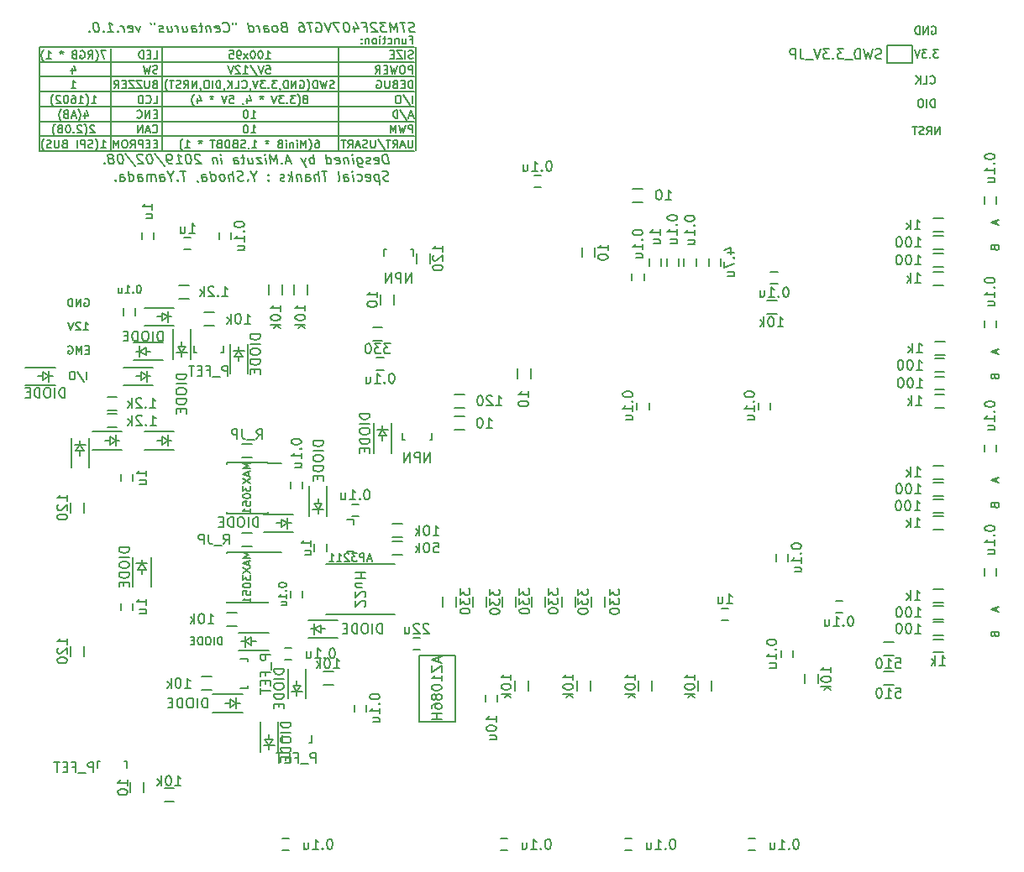
<source format=gbr>
G04 #@! TF.GenerationSoftware,KiCad,Pcbnew,(5.0.0)*
G04 #@! TF.CreationDate,2019-02-26T15:30:29+09:00*
G04 #@! TF.ProjectId,stm32f4_Centaurus,73746D333266345F43656E7461757275,rev?*
G04 #@! TF.SameCoordinates,Original*
G04 #@! TF.FileFunction,Legend,Bot*
G04 #@! TF.FilePolarity,Positive*
%FSLAX46Y46*%
G04 Gerber Fmt 4.6, Leading zero omitted, Abs format (unit mm)*
G04 Created by KiCad (PCBNEW (5.0.0)) date 02/26/19 15:30:29*
%MOMM*%
%LPD*%
G01*
G04 APERTURE LIST*
%ADD10C,0.200000*%
%ADD11C,0.150000*%
G04 APERTURE END LIST*
D10*
X151942857Y-115557142D02*
X151980952Y-115671428D01*
X152019047Y-115709523D01*
X152095238Y-115747619D01*
X152209523Y-115747619D01*
X152285714Y-115709523D01*
X152323809Y-115671428D01*
X152361904Y-115595238D01*
X152361904Y-115290476D01*
X151561904Y-115290476D01*
X151561904Y-115557142D01*
X151600000Y-115633333D01*
X151638095Y-115671428D01*
X151714285Y-115709523D01*
X151790476Y-115709523D01*
X151866666Y-115671428D01*
X151904761Y-115633333D01*
X151942857Y-115557142D01*
X151942857Y-115290476D01*
X152133333Y-112809523D02*
X152133333Y-113190476D01*
X152361904Y-112733333D02*
X151561904Y-113000000D01*
X152361904Y-113266666D01*
X151942857Y-102557142D02*
X151980952Y-102671428D01*
X152019047Y-102709523D01*
X152095238Y-102747619D01*
X152209523Y-102747619D01*
X152285714Y-102709523D01*
X152323809Y-102671428D01*
X152361904Y-102595238D01*
X152361904Y-102290476D01*
X151561904Y-102290476D01*
X151561904Y-102557142D01*
X151600000Y-102633333D01*
X151638095Y-102671428D01*
X151714285Y-102709523D01*
X151790476Y-102709523D01*
X151866666Y-102671428D01*
X151904761Y-102633333D01*
X151942857Y-102557142D01*
X151942857Y-102290476D01*
X152133333Y-99809523D02*
X152133333Y-100190476D01*
X152361904Y-99733333D02*
X151561904Y-100000000D01*
X152361904Y-100266666D01*
X151942857Y-89557142D02*
X151980952Y-89671428D01*
X152019047Y-89709523D01*
X152095238Y-89747619D01*
X152209523Y-89747619D01*
X152285714Y-89709523D01*
X152323809Y-89671428D01*
X152361904Y-89595238D01*
X152361904Y-89290476D01*
X151561904Y-89290476D01*
X151561904Y-89557142D01*
X151600000Y-89633333D01*
X151638095Y-89671428D01*
X151714285Y-89709523D01*
X151790476Y-89709523D01*
X151866666Y-89671428D01*
X151904761Y-89633333D01*
X151942857Y-89557142D01*
X151942857Y-89290476D01*
X152133333Y-86809523D02*
X152133333Y-87190476D01*
X152361904Y-86733333D02*
X151561904Y-87000000D01*
X152361904Y-87266666D01*
X61880952Y-66461904D02*
X62338095Y-66461904D01*
X62109523Y-66461904D02*
X62109523Y-65661904D01*
X62185714Y-65776190D01*
X62261904Y-65852380D01*
X62338095Y-65890476D01*
X61309523Y-66766666D02*
X61347619Y-66728571D01*
X61423809Y-66614285D01*
X61461904Y-66538095D01*
X61500000Y-66423809D01*
X61538095Y-66233333D01*
X61538095Y-66080952D01*
X61500000Y-65890476D01*
X61461904Y-65776190D01*
X61423809Y-65700000D01*
X61347619Y-65585714D01*
X61309523Y-65547619D01*
X61042857Y-66423809D02*
X60928571Y-66461904D01*
X60738095Y-66461904D01*
X60661904Y-66423809D01*
X60623809Y-66385714D01*
X60585714Y-66309523D01*
X60585714Y-66233333D01*
X60623809Y-66157142D01*
X60661904Y-66119047D01*
X60738095Y-66080952D01*
X60890476Y-66042857D01*
X60966666Y-66004761D01*
X61004761Y-65966666D01*
X61042857Y-65890476D01*
X61042857Y-65814285D01*
X61004761Y-65738095D01*
X60966666Y-65700000D01*
X60890476Y-65661904D01*
X60700000Y-65661904D01*
X60585714Y-65700000D01*
X60242857Y-66461904D02*
X60242857Y-65661904D01*
X59938095Y-65661904D01*
X59861904Y-65700000D01*
X59823809Y-65738095D01*
X59785714Y-65814285D01*
X59785714Y-65928571D01*
X59823809Y-66004761D01*
X59861904Y-66042857D01*
X59938095Y-66080952D01*
X60242857Y-66080952D01*
X59442857Y-66461904D02*
X59442857Y-65661904D01*
X58185714Y-66042857D02*
X58071428Y-66080952D01*
X58033333Y-66119047D01*
X57995238Y-66195238D01*
X57995238Y-66309523D01*
X58033333Y-66385714D01*
X58071428Y-66423809D01*
X58147619Y-66461904D01*
X58452380Y-66461904D01*
X58452380Y-65661904D01*
X58185714Y-65661904D01*
X58109523Y-65700000D01*
X58071428Y-65738095D01*
X58033333Y-65814285D01*
X58033333Y-65890476D01*
X58071428Y-65966666D01*
X58109523Y-66004761D01*
X58185714Y-66042857D01*
X58452380Y-66042857D01*
X57652380Y-65661904D02*
X57652380Y-66309523D01*
X57614285Y-66385714D01*
X57576190Y-66423809D01*
X57500000Y-66461904D01*
X57347619Y-66461904D01*
X57271428Y-66423809D01*
X57233333Y-66385714D01*
X57195238Y-66309523D01*
X57195238Y-65661904D01*
X56852380Y-66423809D02*
X56738095Y-66461904D01*
X56547619Y-66461904D01*
X56471428Y-66423809D01*
X56433333Y-66385714D01*
X56395238Y-66309523D01*
X56395238Y-66233333D01*
X56433333Y-66157142D01*
X56471428Y-66119047D01*
X56547619Y-66080952D01*
X56700000Y-66042857D01*
X56776190Y-66004761D01*
X56814285Y-65966666D01*
X56852380Y-65890476D01*
X56852380Y-65814285D01*
X56814285Y-65738095D01*
X56776190Y-65700000D01*
X56700000Y-65661904D01*
X56509523Y-65661904D01*
X56395238Y-65700000D01*
X56128571Y-66766666D02*
X56090476Y-66728571D01*
X56014285Y-66614285D01*
X55976190Y-66538095D01*
X55938095Y-66423809D01*
X55900000Y-66233333D01*
X55900000Y-66080952D01*
X55938095Y-65890476D01*
X55976190Y-65776190D01*
X56014285Y-65700000D01*
X56090476Y-65585714D01*
X56128571Y-65547619D01*
X61214285Y-64238095D02*
X61176190Y-64200000D01*
X61100000Y-64161904D01*
X60909523Y-64161904D01*
X60833333Y-64200000D01*
X60795238Y-64238095D01*
X60757142Y-64314285D01*
X60757142Y-64390476D01*
X60795238Y-64504761D01*
X61252380Y-64961904D01*
X60757142Y-64961904D01*
X60185714Y-65266666D02*
X60223809Y-65228571D01*
X60300000Y-65114285D01*
X60338095Y-65038095D01*
X60376190Y-64923809D01*
X60414285Y-64733333D01*
X60414285Y-64580952D01*
X60376190Y-64390476D01*
X60338095Y-64276190D01*
X60300000Y-64200000D01*
X60223809Y-64085714D01*
X60185714Y-64047619D01*
X59919047Y-64238095D02*
X59880952Y-64200000D01*
X59804761Y-64161904D01*
X59614285Y-64161904D01*
X59538095Y-64200000D01*
X59500000Y-64238095D01*
X59461904Y-64314285D01*
X59461904Y-64390476D01*
X59500000Y-64504761D01*
X59957142Y-64961904D01*
X59461904Y-64961904D01*
X59119047Y-64885714D02*
X59080952Y-64923809D01*
X59119047Y-64961904D01*
X59157142Y-64923809D01*
X59119047Y-64885714D01*
X59119047Y-64961904D01*
X58585714Y-64161904D02*
X58509523Y-64161904D01*
X58433333Y-64200000D01*
X58395238Y-64238095D01*
X58357142Y-64314285D01*
X58319047Y-64466666D01*
X58319047Y-64657142D01*
X58357142Y-64809523D01*
X58395238Y-64885714D01*
X58433333Y-64923809D01*
X58509523Y-64961904D01*
X58585714Y-64961904D01*
X58661904Y-64923809D01*
X58700000Y-64885714D01*
X58738095Y-64809523D01*
X58776190Y-64657142D01*
X58776190Y-64466666D01*
X58738095Y-64314285D01*
X58700000Y-64238095D01*
X58661904Y-64200000D01*
X58585714Y-64161904D01*
X57709523Y-64542857D02*
X57595238Y-64580952D01*
X57557142Y-64619047D01*
X57519047Y-64695238D01*
X57519047Y-64809523D01*
X57557142Y-64885714D01*
X57595238Y-64923809D01*
X57671428Y-64961904D01*
X57976190Y-64961904D01*
X57976190Y-64161904D01*
X57709523Y-64161904D01*
X57633333Y-64200000D01*
X57595238Y-64238095D01*
X57557142Y-64314285D01*
X57557142Y-64390476D01*
X57595238Y-64466666D01*
X57633333Y-64504761D01*
X57709523Y-64542857D01*
X57976190Y-64542857D01*
X57252380Y-65266666D02*
X57214285Y-65228571D01*
X57138095Y-65114285D01*
X57100000Y-65038095D01*
X57061904Y-64923809D01*
X57023809Y-64733333D01*
X57023809Y-64580952D01*
X57061904Y-64390476D01*
X57100000Y-64276190D01*
X57138095Y-64200000D01*
X57214285Y-64085714D01*
X57252380Y-64047619D01*
X62838095Y-56430000D02*
X62838095Y-57039523D01*
X62838095Y-57039523D02*
X62838095Y-57649047D01*
X62838095Y-57649047D02*
X62838095Y-58258571D01*
X62838095Y-58258571D02*
X62838095Y-58868095D01*
X62838095Y-58868095D02*
X62838095Y-59477619D01*
X62838095Y-59477619D02*
X62838095Y-60087142D01*
X62838095Y-60087142D02*
X62838095Y-60696666D01*
X62838095Y-60696666D02*
X62838095Y-61306190D01*
X62838095Y-61306190D02*
X62838095Y-61915714D01*
X62838095Y-61915714D02*
X62838095Y-62525238D01*
X62838095Y-62525238D02*
X62838095Y-63134761D01*
X62838095Y-63134761D02*
X62838095Y-63744285D01*
X62838095Y-63744285D02*
X62838095Y-64353809D01*
X62838095Y-64353809D02*
X62838095Y-64963333D01*
X62838095Y-64963333D02*
X62838095Y-65572857D01*
X62838095Y-65572857D02*
X62838095Y-66182380D01*
X62838095Y-66182380D02*
X62838095Y-66791904D01*
X93638095Y-56330000D02*
X93638095Y-56939523D01*
X93638095Y-56939523D02*
X93638095Y-57549047D01*
X93638095Y-57549047D02*
X93638095Y-58158571D01*
X93638095Y-58158571D02*
X93638095Y-58768095D01*
X93638095Y-58768095D02*
X93638095Y-59377619D01*
X93638095Y-59377619D02*
X93638095Y-59987142D01*
X93638095Y-59987142D02*
X93638095Y-60596666D01*
X93638095Y-60596666D02*
X93638095Y-61206190D01*
X93638095Y-61206190D02*
X93638095Y-61815714D01*
X93638095Y-61815714D02*
X93638095Y-62425238D01*
X93638095Y-62425238D02*
X93638095Y-63034761D01*
X93638095Y-63034761D02*
X93638095Y-63644285D01*
X93638095Y-63644285D02*
X93638095Y-64253809D01*
X93638095Y-64253809D02*
X93638095Y-64863333D01*
X93638095Y-64863333D02*
X93638095Y-65472857D01*
X93638095Y-65472857D02*
X93638095Y-66082380D01*
X93638095Y-66082380D02*
X93638095Y-66691904D01*
X93470000Y-66788095D02*
X92860476Y-66788095D01*
X92860476Y-66788095D02*
X92250952Y-66788095D01*
X92250952Y-66788095D02*
X91641428Y-66788095D01*
X91641428Y-66788095D02*
X91031904Y-66788095D01*
X91031904Y-66788095D02*
X90422380Y-66788095D01*
X90422380Y-66788095D02*
X89812857Y-66788095D01*
X89812857Y-66788095D02*
X89203333Y-66788095D01*
X89203333Y-66788095D02*
X88593809Y-66788095D01*
X88593809Y-66788095D02*
X87984285Y-66788095D01*
X87984285Y-66788095D02*
X87374761Y-66788095D01*
X87374761Y-66788095D02*
X86765238Y-66788095D01*
X86765238Y-66788095D02*
X86155714Y-66788095D01*
X86155714Y-66788095D02*
X85546190Y-66788095D01*
X85546190Y-66788095D02*
X84936666Y-66788095D01*
X84936666Y-66788095D02*
X84327142Y-66788095D01*
X84327142Y-66788095D02*
X83717619Y-66788095D01*
X83717619Y-66788095D02*
X83108095Y-66788095D01*
X83108095Y-66788095D02*
X82498571Y-66788095D01*
X82498571Y-66788095D02*
X81889047Y-66788095D01*
X81889047Y-66788095D02*
X81279523Y-66788095D01*
X81279523Y-66788095D02*
X80670000Y-66788095D01*
X80670000Y-66788095D02*
X80060476Y-66788095D01*
X80060476Y-66788095D02*
X79450952Y-66788095D01*
X79450952Y-66788095D02*
X78841428Y-66788095D01*
X78841428Y-66788095D02*
X78231904Y-66788095D01*
X78231904Y-66788095D02*
X77622380Y-66788095D01*
X77622380Y-66788095D02*
X77012857Y-66788095D01*
X77012857Y-66788095D02*
X76403333Y-66788095D01*
X76403333Y-66788095D02*
X75793809Y-66788095D01*
X75793809Y-66788095D02*
X75184285Y-66788095D01*
X75184285Y-66788095D02*
X74574761Y-66788095D01*
X74574761Y-66788095D02*
X73965238Y-66788095D01*
X73965238Y-66788095D02*
X73355714Y-66788095D01*
X73355714Y-66788095D02*
X72746190Y-66788095D01*
X72746190Y-66788095D02*
X72136666Y-66788095D01*
X72136666Y-66788095D02*
X71527142Y-66788095D01*
X71527142Y-66788095D02*
X70917619Y-66788095D01*
X70917619Y-66788095D02*
X70308095Y-66788095D01*
X70308095Y-66788095D02*
X69698571Y-66788095D01*
X69698571Y-66788095D02*
X69089047Y-66788095D01*
X69089047Y-66788095D02*
X68479523Y-66788095D01*
X68479523Y-66788095D02*
X67870000Y-66788095D01*
X67870000Y-66788095D02*
X67260476Y-66788095D01*
X67260476Y-66788095D02*
X66650952Y-66788095D01*
X66650952Y-66788095D02*
X66041428Y-66788095D01*
X66041428Y-66788095D02*
X65431904Y-66788095D01*
X65431904Y-66788095D02*
X64822380Y-66788095D01*
X64822380Y-66788095D02*
X64212857Y-66788095D01*
X64212857Y-66788095D02*
X63603333Y-66788095D01*
X63603333Y-66788095D02*
X62993809Y-66788095D01*
X62993809Y-66788095D02*
X62384285Y-66788095D01*
X62384285Y-66788095D02*
X61774761Y-66788095D01*
X61774761Y-66788095D02*
X61165238Y-66788095D01*
X61165238Y-66788095D02*
X60555714Y-66788095D01*
X60555714Y-66788095D02*
X59946190Y-66788095D01*
X59946190Y-66788095D02*
X59336666Y-66788095D01*
X59336666Y-66788095D02*
X58727142Y-66788095D01*
X58727142Y-66788095D02*
X58117619Y-66788095D01*
X58117619Y-66788095D02*
X57508095Y-66788095D01*
X57508095Y-66788095D02*
X56898571Y-66788095D01*
X56898571Y-66788095D02*
X56289047Y-66788095D01*
X56289047Y-66788095D02*
X55679523Y-66788095D01*
X93470000Y-65288095D02*
X92860476Y-65288095D01*
X92860476Y-65288095D02*
X92250952Y-65288095D01*
X92250952Y-65288095D02*
X91641428Y-65288095D01*
X91641428Y-65288095D02*
X91031904Y-65288095D01*
X91031904Y-65288095D02*
X90422380Y-65288095D01*
X90422380Y-65288095D02*
X89812857Y-65288095D01*
X89812857Y-65288095D02*
X89203333Y-65288095D01*
X89203333Y-65288095D02*
X88593809Y-65288095D01*
X88593809Y-65288095D02*
X87984285Y-65288095D01*
X87984285Y-65288095D02*
X87374761Y-65288095D01*
X87374761Y-65288095D02*
X86765238Y-65288095D01*
X86765238Y-65288095D02*
X86155714Y-65288095D01*
X86155714Y-65288095D02*
X85546190Y-65288095D01*
X85546190Y-65288095D02*
X84936666Y-65288095D01*
X84936666Y-65288095D02*
X84327142Y-65288095D01*
X84327142Y-65288095D02*
X83717619Y-65288095D01*
X83717619Y-65288095D02*
X83108095Y-65288095D01*
X83108095Y-65288095D02*
X82498571Y-65288095D01*
X82498571Y-65288095D02*
X81889047Y-65288095D01*
X81889047Y-65288095D02*
X81279523Y-65288095D01*
X81279523Y-65288095D02*
X80670000Y-65288095D01*
X80670000Y-65288095D02*
X80060476Y-65288095D01*
X80060476Y-65288095D02*
X79450952Y-65288095D01*
X79450952Y-65288095D02*
X78841428Y-65288095D01*
X78841428Y-65288095D02*
X78231904Y-65288095D01*
X78231904Y-65288095D02*
X77622380Y-65288095D01*
X77622380Y-65288095D02*
X77012857Y-65288095D01*
X77012857Y-65288095D02*
X76403333Y-65288095D01*
X76403333Y-65288095D02*
X75793809Y-65288095D01*
X75793809Y-65288095D02*
X75184285Y-65288095D01*
X75184285Y-65288095D02*
X74574761Y-65288095D01*
X74574761Y-65288095D02*
X73965238Y-65288095D01*
X73965238Y-65288095D02*
X73355714Y-65288095D01*
X73355714Y-65288095D02*
X72746190Y-65288095D01*
X72746190Y-65288095D02*
X72136666Y-65288095D01*
X72136666Y-65288095D02*
X71527142Y-65288095D01*
X71527142Y-65288095D02*
X70917619Y-65288095D01*
X70917619Y-65288095D02*
X70308095Y-65288095D01*
X70308095Y-65288095D02*
X69698571Y-65288095D01*
X69698571Y-65288095D02*
X69089047Y-65288095D01*
X69089047Y-65288095D02*
X68479523Y-65288095D01*
X68479523Y-65288095D02*
X67870000Y-65288095D01*
X67870000Y-65288095D02*
X67260476Y-65288095D01*
X67260476Y-65288095D02*
X66650952Y-65288095D01*
X66650952Y-65288095D02*
X66041428Y-65288095D01*
X66041428Y-65288095D02*
X65431904Y-65288095D01*
X65431904Y-65288095D02*
X64822380Y-65288095D01*
X64822380Y-65288095D02*
X64212857Y-65288095D01*
X64212857Y-65288095D02*
X63603333Y-65288095D01*
X63603333Y-65288095D02*
X62993809Y-65288095D01*
X62993809Y-65288095D02*
X62384285Y-65288095D01*
X62384285Y-65288095D02*
X61774761Y-65288095D01*
X61774761Y-65288095D02*
X61165238Y-65288095D01*
X61165238Y-65288095D02*
X60555714Y-65288095D01*
X60555714Y-65288095D02*
X59946190Y-65288095D01*
X59946190Y-65288095D02*
X59336666Y-65288095D01*
X59336666Y-65288095D02*
X58727142Y-65288095D01*
X58727142Y-65288095D02*
X58117619Y-65288095D01*
X58117619Y-65288095D02*
X57508095Y-65288095D01*
X57508095Y-65288095D02*
X56898571Y-65288095D01*
X56898571Y-65288095D02*
X56289047Y-65288095D01*
X56289047Y-65288095D02*
X55679523Y-65288095D01*
X93470000Y-63788095D02*
X92860476Y-63788095D01*
X92860476Y-63788095D02*
X92250952Y-63788095D01*
X92250952Y-63788095D02*
X91641428Y-63788095D01*
X91641428Y-63788095D02*
X91031904Y-63788095D01*
X91031904Y-63788095D02*
X90422380Y-63788095D01*
X90422380Y-63788095D02*
X89812857Y-63788095D01*
X89812857Y-63788095D02*
X89203333Y-63788095D01*
X89203333Y-63788095D02*
X88593809Y-63788095D01*
X88593809Y-63788095D02*
X87984285Y-63788095D01*
X87984285Y-63788095D02*
X87374761Y-63788095D01*
X87374761Y-63788095D02*
X86765238Y-63788095D01*
X86765238Y-63788095D02*
X86155714Y-63788095D01*
X86155714Y-63788095D02*
X85546190Y-63788095D01*
X85546190Y-63788095D02*
X84936666Y-63788095D01*
X84936666Y-63788095D02*
X84327142Y-63788095D01*
X84327142Y-63788095D02*
X83717619Y-63788095D01*
X83717619Y-63788095D02*
X83108095Y-63788095D01*
X83108095Y-63788095D02*
X82498571Y-63788095D01*
X82498571Y-63788095D02*
X81889047Y-63788095D01*
X81889047Y-63788095D02*
X81279523Y-63788095D01*
X81279523Y-63788095D02*
X80670000Y-63788095D01*
X80670000Y-63788095D02*
X80060476Y-63788095D01*
X80060476Y-63788095D02*
X79450952Y-63788095D01*
X79450952Y-63788095D02*
X78841428Y-63788095D01*
X78841428Y-63788095D02*
X78231904Y-63788095D01*
X78231904Y-63788095D02*
X77622380Y-63788095D01*
X77622380Y-63788095D02*
X77012857Y-63788095D01*
X77012857Y-63788095D02*
X76403333Y-63788095D01*
X76403333Y-63788095D02*
X75793809Y-63788095D01*
X75793809Y-63788095D02*
X75184285Y-63788095D01*
X75184285Y-63788095D02*
X74574761Y-63788095D01*
X74574761Y-63788095D02*
X73965238Y-63788095D01*
X73965238Y-63788095D02*
X73355714Y-63788095D01*
X73355714Y-63788095D02*
X72746190Y-63788095D01*
X72746190Y-63788095D02*
X72136666Y-63788095D01*
X72136666Y-63788095D02*
X71527142Y-63788095D01*
X71527142Y-63788095D02*
X70917619Y-63788095D01*
X70917619Y-63788095D02*
X70308095Y-63788095D01*
X70308095Y-63788095D02*
X69698571Y-63788095D01*
X69698571Y-63788095D02*
X69089047Y-63788095D01*
X69089047Y-63788095D02*
X68479523Y-63788095D01*
X68479523Y-63788095D02*
X67870000Y-63788095D01*
X67870000Y-63788095D02*
X67260476Y-63788095D01*
X67260476Y-63788095D02*
X66650952Y-63788095D01*
X66650952Y-63788095D02*
X66041428Y-63788095D01*
X66041428Y-63788095D02*
X65431904Y-63788095D01*
X65431904Y-63788095D02*
X64822380Y-63788095D01*
X64822380Y-63788095D02*
X64212857Y-63788095D01*
X64212857Y-63788095D02*
X63603333Y-63788095D01*
X63603333Y-63788095D02*
X62993809Y-63788095D01*
X62993809Y-63788095D02*
X62384285Y-63788095D01*
X62384285Y-63788095D02*
X61774761Y-63788095D01*
X61774761Y-63788095D02*
X61165238Y-63788095D01*
X61165238Y-63788095D02*
X60555714Y-63788095D01*
X60555714Y-63788095D02*
X59946190Y-63788095D01*
X59946190Y-63788095D02*
X59336666Y-63788095D01*
X59336666Y-63788095D02*
X58727142Y-63788095D01*
X58727142Y-63788095D02*
X58117619Y-63788095D01*
X58117619Y-63788095D02*
X57508095Y-63788095D01*
X57508095Y-63788095D02*
X56898571Y-63788095D01*
X56898571Y-63788095D02*
X56289047Y-63788095D01*
X56289047Y-63788095D02*
X55679523Y-63788095D01*
X93470000Y-62288095D02*
X92860476Y-62288095D01*
X92860476Y-62288095D02*
X92250952Y-62288095D01*
X92250952Y-62288095D02*
X91641428Y-62288095D01*
X91641428Y-62288095D02*
X91031904Y-62288095D01*
X91031904Y-62288095D02*
X90422380Y-62288095D01*
X90422380Y-62288095D02*
X89812857Y-62288095D01*
X89812857Y-62288095D02*
X89203333Y-62288095D01*
X89203333Y-62288095D02*
X88593809Y-62288095D01*
X88593809Y-62288095D02*
X87984285Y-62288095D01*
X87984285Y-62288095D02*
X87374761Y-62288095D01*
X87374761Y-62288095D02*
X86765238Y-62288095D01*
X86765238Y-62288095D02*
X86155714Y-62288095D01*
X86155714Y-62288095D02*
X85546190Y-62288095D01*
X85546190Y-62288095D02*
X84936666Y-62288095D01*
X84936666Y-62288095D02*
X84327142Y-62288095D01*
X84327142Y-62288095D02*
X83717619Y-62288095D01*
X83717619Y-62288095D02*
X83108095Y-62288095D01*
X83108095Y-62288095D02*
X82498571Y-62288095D01*
X82498571Y-62288095D02*
X81889047Y-62288095D01*
X81889047Y-62288095D02*
X81279523Y-62288095D01*
X81279523Y-62288095D02*
X80670000Y-62288095D01*
X80670000Y-62288095D02*
X80060476Y-62288095D01*
X80060476Y-62288095D02*
X79450952Y-62288095D01*
X79450952Y-62288095D02*
X78841428Y-62288095D01*
X78841428Y-62288095D02*
X78231904Y-62288095D01*
X78231904Y-62288095D02*
X77622380Y-62288095D01*
X77622380Y-62288095D02*
X77012857Y-62288095D01*
X77012857Y-62288095D02*
X76403333Y-62288095D01*
X76403333Y-62288095D02*
X75793809Y-62288095D01*
X75793809Y-62288095D02*
X75184285Y-62288095D01*
X75184285Y-62288095D02*
X74574761Y-62288095D01*
X74574761Y-62288095D02*
X73965238Y-62288095D01*
X73965238Y-62288095D02*
X73355714Y-62288095D01*
X73355714Y-62288095D02*
X72746190Y-62288095D01*
X72746190Y-62288095D02*
X72136666Y-62288095D01*
X72136666Y-62288095D02*
X71527142Y-62288095D01*
X71527142Y-62288095D02*
X70917619Y-62288095D01*
X70917619Y-62288095D02*
X70308095Y-62288095D01*
X70308095Y-62288095D02*
X69698571Y-62288095D01*
X69698571Y-62288095D02*
X69089047Y-62288095D01*
X69089047Y-62288095D02*
X68479523Y-62288095D01*
X68479523Y-62288095D02*
X67870000Y-62288095D01*
X67870000Y-62288095D02*
X67260476Y-62288095D01*
X67260476Y-62288095D02*
X66650952Y-62288095D01*
X66650952Y-62288095D02*
X66041428Y-62288095D01*
X66041428Y-62288095D02*
X65431904Y-62288095D01*
X65431904Y-62288095D02*
X64822380Y-62288095D01*
X64822380Y-62288095D02*
X64212857Y-62288095D01*
X64212857Y-62288095D02*
X63603333Y-62288095D01*
X63603333Y-62288095D02*
X62993809Y-62288095D01*
X62993809Y-62288095D02*
X62384285Y-62288095D01*
X62384285Y-62288095D02*
X61774761Y-62288095D01*
X61774761Y-62288095D02*
X61165238Y-62288095D01*
X61165238Y-62288095D02*
X60555714Y-62288095D01*
X60555714Y-62288095D02*
X59946190Y-62288095D01*
X59946190Y-62288095D02*
X59336666Y-62288095D01*
X59336666Y-62288095D02*
X58727142Y-62288095D01*
X58727142Y-62288095D02*
X58117619Y-62288095D01*
X58117619Y-62288095D02*
X57508095Y-62288095D01*
X57508095Y-62288095D02*
X56898571Y-62288095D01*
X56898571Y-62288095D02*
X56289047Y-62288095D01*
X56289047Y-62288095D02*
X55679523Y-62288095D01*
X93470000Y-60788095D02*
X92860476Y-60788095D01*
X92860476Y-60788095D02*
X92250952Y-60788095D01*
X92250952Y-60788095D02*
X91641428Y-60788095D01*
X91641428Y-60788095D02*
X91031904Y-60788095D01*
X91031904Y-60788095D02*
X90422380Y-60788095D01*
X90422380Y-60788095D02*
X89812857Y-60788095D01*
X89812857Y-60788095D02*
X89203333Y-60788095D01*
X89203333Y-60788095D02*
X88593809Y-60788095D01*
X88593809Y-60788095D02*
X87984285Y-60788095D01*
X87984285Y-60788095D02*
X87374761Y-60788095D01*
X87374761Y-60788095D02*
X86765238Y-60788095D01*
X86765238Y-60788095D02*
X86155714Y-60788095D01*
X86155714Y-60788095D02*
X85546190Y-60788095D01*
X85546190Y-60788095D02*
X84936666Y-60788095D01*
X84936666Y-60788095D02*
X84327142Y-60788095D01*
X84327142Y-60788095D02*
X83717619Y-60788095D01*
X83717619Y-60788095D02*
X83108095Y-60788095D01*
X83108095Y-60788095D02*
X82498571Y-60788095D01*
X82498571Y-60788095D02*
X81889047Y-60788095D01*
X81889047Y-60788095D02*
X81279523Y-60788095D01*
X81279523Y-60788095D02*
X80670000Y-60788095D01*
X80670000Y-60788095D02*
X80060476Y-60788095D01*
X80060476Y-60788095D02*
X79450952Y-60788095D01*
X79450952Y-60788095D02*
X78841428Y-60788095D01*
X78841428Y-60788095D02*
X78231904Y-60788095D01*
X78231904Y-60788095D02*
X77622380Y-60788095D01*
X77622380Y-60788095D02*
X77012857Y-60788095D01*
X77012857Y-60788095D02*
X76403333Y-60788095D01*
X76403333Y-60788095D02*
X75793809Y-60788095D01*
X75793809Y-60788095D02*
X75184285Y-60788095D01*
X75184285Y-60788095D02*
X74574761Y-60788095D01*
X74574761Y-60788095D02*
X73965238Y-60788095D01*
X73965238Y-60788095D02*
X73355714Y-60788095D01*
X73355714Y-60788095D02*
X72746190Y-60788095D01*
X72746190Y-60788095D02*
X72136666Y-60788095D01*
X72136666Y-60788095D02*
X71527142Y-60788095D01*
X71527142Y-60788095D02*
X70917619Y-60788095D01*
X70917619Y-60788095D02*
X70308095Y-60788095D01*
X70308095Y-60788095D02*
X69698571Y-60788095D01*
X69698571Y-60788095D02*
X69089047Y-60788095D01*
X69089047Y-60788095D02*
X68479523Y-60788095D01*
X68479523Y-60788095D02*
X67870000Y-60788095D01*
X67870000Y-60788095D02*
X67260476Y-60788095D01*
X67260476Y-60788095D02*
X66650952Y-60788095D01*
X66650952Y-60788095D02*
X66041428Y-60788095D01*
X66041428Y-60788095D02*
X65431904Y-60788095D01*
X65431904Y-60788095D02*
X64822380Y-60788095D01*
X64822380Y-60788095D02*
X64212857Y-60788095D01*
X64212857Y-60788095D02*
X63603333Y-60788095D01*
X63603333Y-60788095D02*
X62993809Y-60788095D01*
X62993809Y-60788095D02*
X62384285Y-60788095D01*
X62384285Y-60788095D02*
X61774761Y-60788095D01*
X61774761Y-60788095D02*
X61165238Y-60788095D01*
X61165238Y-60788095D02*
X60555714Y-60788095D01*
X60555714Y-60788095D02*
X59946190Y-60788095D01*
X59946190Y-60788095D02*
X59336666Y-60788095D01*
X59336666Y-60788095D02*
X58727142Y-60788095D01*
X58727142Y-60788095D02*
X58117619Y-60788095D01*
X58117619Y-60788095D02*
X57508095Y-60788095D01*
X57508095Y-60788095D02*
X56898571Y-60788095D01*
X56898571Y-60788095D02*
X56289047Y-60788095D01*
X56289047Y-60788095D02*
X55679523Y-60788095D01*
X93470000Y-59288095D02*
X92860476Y-59288095D01*
X92860476Y-59288095D02*
X92250952Y-59288095D01*
X92250952Y-59288095D02*
X91641428Y-59288095D01*
X91641428Y-59288095D02*
X91031904Y-59288095D01*
X91031904Y-59288095D02*
X90422380Y-59288095D01*
X90422380Y-59288095D02*
X89812857Y-59288095D01*
X89812857Y-59288095D02*
X89203333Y-59288095D01*
X89203333Y-59288095D02*
X88593809Y-59288095D01*
X88593809Y-59288095D02*
X87984285Y-59288095D01*
X87984285Y-59288095D02*
X87374761Y-59288095D01*
X87374761Y-59288095D02*
X86765238Y-59288095D01*
X86765238Y-59288095D02*
X86155714Y-59288095D01*
X86155714Y-59288095D02*
X85546190Y-59288095D01*
X85546190Y-59288095D02*
X84936666Y-59288095D01*
X84936666Y-59288095D02*
X84327142Y-59288095D01*
X84327142Y-59288095D02*
X83717619Y-59288095D01*
X83717619Y-59288095D02*
X83108095Y-59288095D01*
X83108095Y-59288095D02*
X82498571Y-59288095D01*
X82498571Y-59288095D02*
X81889047Y-59288095D01*
X81889047Y-59288095D02*
X81279523Y-59288095D01*
X81279523Y-59288095D02*
X80670000Y-59288095D01*
X80670000Y-59288095D02*
X80060476Y-59288095D01*
X80060476Y-59288095D02*
X79450952Y-59288095D01*
X79450952Y-59288095D02*
X78841428Y-59288095D01*
X78841428Y-59288095D02*
X78231904Y-59288095D01*
X78231904Y-59288095D02*
X77622380Y-59288095D01*
X77622380Y-59288095D02*
X77012857Y-59288095D01*
X77012857Y-59288095D02*
X76403333Y-59288095D01*
X76403333Y-59288095D02*
X75793809Y-59288095D01*
X75793809Y-59288095D02*
X75184285Y-59288095D01*
X75184285Y-59288095D02*
X74574761Y-59288095D01*
X74574761Y-59288095D02*
X73965238Y-59288095D01*
X73965238Y-59288095D02*
X73355714Y-59288095D01*
X73355714Y-59288095D02*
X72746190Y-59288095D01*
X72746190Y-59288095D02*
X72136666Y-59288095D01*
X72136666Y-59288095D02*
X71527142Y-59288095D01*
X71527142Y-59288095D02*
X70917619Y-59288095D01*
X70917619Y-59288095D02*
X70308095Y-59288095D01*
X70308095Y-59288095D02*
X69698571Y-59288095D01*
X69698571Y-59288095D02*
X69089047Y-59288095D01*
X69089047Y-59288095D02*
X68479523Y-59288095D01*
X68479523Y-59288095D02*
X67870000Y-59288095D01*
X67870000Y-59288095D02*
X67260476Y-59288095D01*
X67260476Y-59288095D02*
X66650952Y-59288095D01*
X66650952Y-59288095D02*
X66041428Y-59288095D01*
X66041428Y-59288095D02*
X65431904Y-59288095D01*
X65431904Y-59288095D02*
X64822380Y-59288095D01*
X64822380Y-59288095D02*
X64212857Y-59288095D01*
X64212857Y-59288095D02*
X63603333Y-59288095D01*
X63603333Y-59288095D02*
X62993809Y-59288095D01*
X62993809Y-59288095D02*
X62384285Y-59288095D01*
X62384285Y-59288095D02*
X61774761Y-59288095D01*
X61774761Y-59288095D02*
X61165238Y-59288095D01*
X61165238Y-59288095D02*
X60555714Y-59288095D01*
X60555714Y-59288095D02*
X59946190Y-59288095D01*
X59946190Y-59288095D02*
X59336666Y-59288095D01*
X59336666Y-59288095D02*
X58727142Y-59288095D01*
X58727142Y-59288095D02*
X58117619Y-59288095D01*
X58117619Y-59288095D02*
X57508095Y-59288095D01*
X57508095Y-59288095D02*
X56898571Y-59288095D01*
X56898571Y-59288095D02*
X56289047Y-59288095D01*
X56289047Y-59288095D02*
X55679523Y-59288095D01*
X93470000Y-57788095D02*
X92860476Y-57788095D01*
X92860476Y-57788095D02*
X92250952Y-57788095D01*
X92250952Y-57788095D02*
X91641428Y-57788095D01*
X91641428Y-57788095D02*
X91031904Y-57788095D01*
X91031904Y-57788095D02*
X90422380Y-57788095D01*
X90422380Y-57788095D02*
X89812857Y-57788095D01*
X89812857Y-57788095D02*
X89203333Y-57788095D01*
X89203333Y-57788095D02*
X88593809Y-57788095D01*
X88593809Y-57788095D02*
X87984285Y-57788095D01*
X87984285Y-57788095D02*
X87374761Y-57788095D01*
X87374761Y-57788095D02*
X86765238Y-57788095D01*
X86765238Y-57788095D02*
X86155714Y-57788095D01*
X86155714Y-57788095D02*
X85546190Y-57788095D01*
X85546190Y-57788095D02*
X84936666Y-57788095D01*
X84936666Y-57788095D02*
X84327142Y-57788095D01*
X84327142Y-57788095D02*
X83717619Y-57788095D01*
X83717619Y-57788095D02*
X83108095Y-57788095D01*
X83108095Y-57788095D02*
X82498571Y-57788095D01*
X82498571Y-57788095D02*
X81889047Y-57788095D01*
X81889047Y-57788095D02*
X81279523Y-57788095D01*
X81279523Y-57788095D02*
X80670000Y-57788095D01*
X80670000Y-57788095D02*
X80060476Y-57788095D01*
X80060476Y-57788095D02*
X79450952Y-57788095D01*
X79450952Y-57788095D02*
X78841428Y-57788095D01*
X78841428Y-57788095D02*
X78231904Y-57788095D01*
X78231904Y-57788095D02*
X77622380Y-57788095D01*
X77622380Y-57788095D02*
X77012857Y-57788095D01*
X77012857Y-57788095D02*
X76403333Y-57788095D01*
X76403333Y-57788095D02*
X75793809Y-57788095D01*
X75793809Y-57788095D02*
X75184285Y-57788095D01*
X75184285Y-57788095D02*
X74574761Y-57788095D01*
X74574761Y-57788095D02*
X73965238Y-57788095D01*
X73965238Y-57788095D02*
X73355714Y-57788095D01*
X73355714Y-57788095D02*
X72746190Y-57788095D01*
X72746190Y-57788095D02*
X72136666Y-57788095D01*
X72136666Y-57788095D02*
X71527142Y-57788095D01*
X71527142Y-57788095D02*
X70917619Y-57788095D01*
X70917619Y-57788095D02*
X70308095Y-57788095D01*
X70308095Y-57788095D02*
X69698571Y-57788095D01*
X69698571Y-57788095D02*
X69089047Y-57788095D01*
X69089047Y-57788095D02*
X68479523Y-57788095D01*
X68479523Y-57788095D02*
X67870000Y-57788095D01*
X67870000Y-57788095D02*
X67260476Y-57788095D01*
X67260476Y-57788095D02*
X66650952Y-57788095D01*
X66650952Y-57788095D02*
X66041428Y-57788095D01*
X66041428Y-57788095D02*
X65431904Y-57788095D01*
X65431904Y-57788095D02*
X64822380Y-57788095D01*
X64822380Y-57788095D02*
X64212857Y-57788095D01*
X64212857Y-57788095D02*
X63603333Y-57788095D01*
X63603333Y-57788095D02*
X62993809Y-57788095D01*
X62993809Y-57788095D02*
X62384285Y-57788095D01*
X62384285Y-57788095D02*
X61774761Y-57788095D01*
X61774761Y-57788095D02*
X61165238Y-57788095D01*
X61165238Y-57788095D02*
X60555714Y-57788095D01*
X60555714Y-57788095D02*
X59946190Y-57788095D01*
X59946190Y-57788095D02*
X59336666Y-57788095D01*
X59336666Y-57788095D02*
X58727142Y-57788095D01*
X58727142Y-57788095D02*
X58117619Y-57788095D01*
X58117619Y-57788095D02*
X57508095Y-57788095D01*
X57508095Y-57788095D02*
X56898571Y-57788095D01*
X56898571Y-57788095D02*
X56289047Y-57788095D01*
X56289047Y-57788095D02*
X55679523Y-57788095D01*
X93470000Y-56288095D02*
X92860476Y-56288095D01*
X92860476Y-56288095D02*
X92250952Y-56288095D01*
X92250952Y-56288095D02*
X91641428Y-56288095D01*
X91641428Y-56288095D02*
X91031904Y-56288095D01*
X91031904Y-56288095D02*
X90422380Y-56288095D01*
X90422380Y-56288095D02*
X89812857Y-56288095D01*
X89812857Y-56288095D02*
X89203333Y-56288095D01*
X89203333Y-56288095D02*
X88593809Y-56288095D01*
X88593809Y-56288095D02*
X87984285Y-56288095D01*
X87984285Y-56288095D02*
X87374761Y-56288095D01*
X87374761Y-56288095D02*
X86765238Y-56288095D01*
X86765238Y-56288095D02*
X86155714Y-56288095D01*
X86155714Y-56288095D02*
X85546190Y-56288095D01*
X85546190Y-56288095D02*
X84936666Y-56288095D01*
X84936666Y-56288095D02*
X84327142Y-56288095D01*
X84327142Y-56288095D02*
X83717619Y-56288095D01*
X83717619Y-56288095D02*
X83108095Y-56288095D01*
X83108095Y-56288095D02*
X82498571Y-56288095D01*
X82498571Y-56288095D02*
X81889047Y-56288095D01*
X81889047Y-56288095D02*
X81279523Y-56288095D01*
X81279523Y-56288095D02*
X80670000Y-56288095D01*
X80670000Y-56288095D02*
X80060476Y-56288095D01*
X80060476Y-56288095D02*
X79450952Y-56288095D01*
X79450952Y-56288095D02*
X78841428Y-56288095D01*
X78841428Y-56288095D02*
X78231904Y-56288095D01*
X78231904Y-56288095D02*
X77622380Y-56288095D01*
X77622380Y-56288095D02*
X77012857Y-56288095D01*
X77012857Y-56288095D02*
X76403333Y-56288095D01*
X76403333Y-56288095D02*
X75793809Y-56288095D01*
X75793809Y-56288095D02*
X75184285Y-56288095D01*
X75184285Y-56288095D02*
X74574761Y-56288095D01*
X74574761Y-56288095D02*
X73965238Y-56288095D01*
X73965238Y-56288095D02*
X73355714Y-56288095D01*
X73355714Y-56288095D02*
X72746190Y-56288095D01*
X72746190Y-56288095D02*
X72136666Y-56288095D01*
X72136666Y-56288095D02*
X71527142Y-56288095D01*
X71527142Y-56288095D02*
X70917619Y-56288095D01*
X70917619Y-56288095D02*
X70308095Y-56288095D01*
X70308095Y-56288095D02*
X69698571Y-56288095D01*
X69698571Y-56288095D02*
X69089047Y-56288095D01*
X69089047Y-56288095D02*
X68479523Y-56288095D01*
X68479523Y-56288095D02*
X67870000Y-56288095D01*
X67870000Y-56288095D02*
X67260476Y-56288095D01*
X67260476Y-56288095D02*
X66650952Y-56288095D01*
X66650952Y-56288095D02*
X66041428Y-56288095D01*
X66041428Y-56288095D02*
X65431904Y-56288095D01*
X65431904Y-56288095D02*
X64822380Y-56288095D01*
X64822380Y-56288095D02*
X64212857Y-56288095D01*
X64212857Y-56288095D02*
X63603333Y-56288095D01*
X63603333Y-56288095D02*
X62993809Y-56288095D01*
X62993809Y-56288095D02*
X62384285Y-56288095D01*
X62384285Y-56288095D02*
X61774761Y-56288095D01*
X61774761Y-56288095D02*
X61165238Y-56288095D01*
X61165238Y-56288095D02*
X60555714Y-56288095D01*
X60555714Y-56288095D02*
X59946190Y-56288095D01*
X59946190Y-56288095D02*
X59336666Y-56288095D01*
X59336666Y-56288095D02*
X58727142Y-56288095D01*
X58727142Y-56288095D02*
X58117619Y-56288095D01*
X58117619Y-56288095D02*
X57508095Y-56288095D01*
X57508095Y-56288095D02*
X56898571Y-56288095D01*
X56898571Y-56288095D02*
X56289047Y-56288095D01*
X56289047Y-56288095D02*
X55679523Y-56288095D01*
X55688095Y-56380000D02*
X55688095Y-56989523D01*
X55688095Y-56989523D02*
X55688095Y-57599047D01*
X55688095Y-57599047D02*
X55688095Y-58208571D01*
X55688095Y-58208571D02*
X55688095Y-58818095D01*
X55688095Y-58818095D02*
X55688095Y-59427619D01*
X55688095Y-59427619D02*
X55688095Y-60037142D01*
X55688095Y-60037142D02*
X55688095Y-60646666D01*
X55688095Y-60646666D02*
X55688095Y-61256190D01*
X55688095Y-61256190D02*
X55688095Y-61865714D01*
X55688095Y-61865714D02*
X55688095Y-62475238D01*
X55688095Y-62475238D02*
X55688095Y-63084761D01*
X55688095Y-63084761D02*
X55688095Y-63694285D01*
X55688095Y-63694285D02*
X55688095Y-64303809D01*
X55688095Y-64303809D02*
X55688095Y-64913333D01*
X55688095Y-64913333D02*
X55688095Y-65522857D01*
X55688095Y-65522857D02*
X55688095Y-66132380D01*
X55688095Y-66132380D02*
X55688095Y-66741904D01*
X60223809Y-62928571D02*
X60223809Y-63461904D01*
X60414285Y-62623809D02*
X60604761Y-63195238D01*
X60109523Y-63195238D01*
X59576190Y-63766666D02*
X59614285Y-63728571D01*
X59690476Y-63614285D01*
X59728571Y-63538095D01*
X59766666Y-63423809D01*
X59804761Y-63233333D01*
X59804761Y-63080952D01*
X59766666Y-62890476D01*
X59728571Y-62776190D01*
X59690476Y-62700000D01*
X59614285Y-62585714D01*
X59576190Y-62547619D01*
X59309523Y-63233333D02*
X58928571Y-63233333D01*
X59385714Y-63461904D02*
X59119047Y-62661904D01*
X58852380Y-63461904D01*
X58319047Y-63042857D02*
X58204761Y-63080952D01*
X58166666Y-63119047D01*
X58128571Y-63195238D01*
X58128571Y-63309523D01*
X58166666Y-63385714D01*
X58204761Y-63423809D01*
X58280952Y-63461904D01*
X58585714Y-63461904D01*
X58585714Y-62661904D01*
X58319047Y-62661904D01*
X58242857Y-62700000D01*
X58204761Y-62738095D01*
X58166666Y-62814285D01*
X58166666Y-62890476D01*
X58204761Y-62966666D01*
X58242857Y-63004761D01*
X58319047Y-63042857D01*
X58585714Y-63042857D01*
X57861904Y-63766666D02*
X57823809Y-63728571D01*
X57747619Y-63614285D01*
X57709523Y-63538095D01*
X57671428Y-63423809D01*
X57633333Y-63233333D01*
X57633333Y-63080952D01*
X57671428Y-62890476D01*
X57709523Y-62776190D01*
X57747619Y-62700000D01*
X57823809Y-62585714D01*
X57861904Y-62547619D01*
X60928571Y-61961904D02*
X61385714Y-61961904D01*
X61157142Y-61961904D02*
X61157142Y-61161904D01*
X61233333Y-61276190D01*
X61309523Y-61352380D01*
X61385714Y-61390476D01*
X60357142Y-62266666D02*
X60395238Y-62228571D01*
X60471428Y-62114285D01*
X60509523Y-62038095D01*
X60547619Y-61923809D01*
X60585714Y-61733333D01*
X60585714Y-61580952D01*
X60547619Y-61390476D01*
X60509523Y-61276190D01*
X60471428Y-61200000D01*
X60395238Y-61085714D01*
X60357142Y-61047619D01*
X59633333Y-61961904D02*
X60090476Y-61961904D01*
X59861904Y-61961904D02*
X59861904Y-61161904D01*
X59938095Y-61276190D01*
X60014285Y-61352380D01*
X60090476Y-61390476D01*
X58947619Y-61161904D02*
X59100000Y-61161904D01*
X59176190Y-61200000D01*
X59214285Y-61238095D01*
X59290476Y-61352380D01*
X59328571Y-61504761D01*
X59328571Y-61809523D01*
X59290476Y-61885714D01*
X59252380Y-61923809D01*
X59176190Y-61961904D01*
X59023809Y-61961904D01*
X58947619Y-61923809D01*
X58909523Y-61885714D01*
X58871428Y-61809523D01*
X58871428Y-61619047D01*
X58909523Y-61542857D01*
X58947619Y-61504761D01*
X59023809Y-61466666D01*
X59176190Y-61466666D01*
X59252380Y-61504761D01*
X59290476Y-61542857D01*
X59328571Y-61619047D01*
X58376190Y-61161904D02*
X58300000Y-61161904D01*
X58223809Y-61200000D01*
X58185714Y-61238095D01*
X58147619Y-61314285D01*
X58109523Y-61466666D01*
X58109523Y-61657142D01*
X58147619Y-61809523D01*
X58185714Y-61885714D01*
X58223809Y-61923809D01*
X58300000Y-61961904D01*
X58376190Y-61961904D01*
X58452380Y-61923809D01*
X58490476Y-61885714D01*
X58528571Y-61809523D01*
X58566666Y-61657142D01*
X58566666Y-61466666D01*
X58528571Y-61314285D01*
X58490476Y-61238095D01*
X58452380Y-61200000D01*
X58376190Y-61161904D01*
X57804761Y-61238095D02*
X57766666Y-61200000D01*
X57690476Y-61161904D01*
X57500000Y-61161904D01*
X57423809Y-61200000D01*
X57385714Y-61238095D01*
X57347619Y-61314285D01*
X57347619Y-61390476D01*
X57385714Y-61504761D01*
X57842857Y-61961904D01*
X57347619Y-61961904D01*
X57080952Y-62266666D02*
X57042857Y-62228571D01*
X56966666Y-62114285D01*
X56928571Y-62038095D01*
X56890476Y-61923809D01*
X56852380Y-61733333D01*
X56852380Y-61580952D01*
X56890476Y-61390476D01*
X56928571Y-61276190D01*
X56966666Y-61200000D01*
X57042857Y-61085714D01*
X57080952Y-61047619D01*
X58871428Y-60461904D02*
X59328571Y-60461904D01*
X59100000Y-60461904D02*
X59100000Y-59661904D01*
X59176190Y-59776190D01*
X59252380Y-59852380D01*
X59328571Y-59890476D01*
X58947619Y-58428571D02*
X58947619Y-58961904D01*
X59138095Y-58123809D02*
X59328571Y-58695238D01*
X58833333Y-58695238D01*
X62395238Y-56661904D02*
X61861904Y-56661904D01*
X62204761Y-57461904D01*
X61328571Y-57766666D02*
X61366666Y-57728571D01*
X61442857Y-57614285D01*
X61480952Y-57538095D01*
X61519047Y-57423809D01*
X61557142Y-57233333D01*
X61557142Y-57080952D01*
X61519047Y-56890476D01*
X61480952Y-56776190D01*
X61442857Y-56700000D01*
X61366666Y-56585714D01*
X61328571Y-56547619D01*
X60566666Y-57461904D02*
X60833333Y-57080952D01*
X61023809Y-57461904D02*
X61023809Y-56661904D01*
X60719047Y-56661904D01*
X60642857Y-56700000D01*
X60604761Y-56738095D01*
X60566666Y-56814285D01*
X60566666Y-56928571D01*
X60604761Y-57004761D01*
X60642857Y-57042857D01*
X60719047Y-57080952D01*
X61023809Y-57080952D01*
X59804761Y-56700000D02*
X59880952Y-56661904D01*
X59995238Y-56661904D01*
X60109523Y-56700000D01*
X60185714Y-56776190D01*
X60223809Y-56852380D01*
X60261904Y-57004761D01*
X60261904Y-57119047D01*
X60223809Y-57271428D01*
X60185714Y-57347619D01*
X60109523Y-57423809D01*
X59995238Y-57461904D01*
X59919047Y-57461904D01*
X59804761Y-57423809D01*
X59766666Y-57385714D01*
X59766666Y-57119047D01*
X59919047Y-57119047D01*
X59157142Y-57042857D02*
X59042857Y-57080952D01*
X59004761Y-57119047D01*
X58966666Y-57195238D01*
X58966666Y-57309523D01*
X59004761Y-57385714D01*
X59042857Y-57423809D01*
X59119047Y-57461904D01*
X59423809Y-57461904D01*
X59423809Y-56661904D01*
X59157142Y-56661904D01*
X59080952Y-56700000D01*
X59042857Y-56738095D01*
X59004761Y-56814285D01*
X59004761Y-56890476D01*
X59042857Y-56966666D01*
X59080952Y-57004761D01*
X59157142Y-57042857D01*
X59423809Y-57042857D01*
X57900000Y-56661904D02*
X57900000Y-56852380D01*
X58090476Y-56776190D02*
X57900000Y-56852380D01*
X57709523Y-56776190D01*
X58014285Y-57004761D02*
X57900000Y-56852380D01*
X57785714Y-57004761D01*
X56376190Y-57461904D02*
X56833333Y-57461904D01*
X56604761Y-57461904D02*
X56604761Y-56661904D01*
X56680952Y-56776190D01*
X56757142Y-56852380D01*
X56833333Y-56890476D01*
X56109523Y-57766666D02*
X56071428Y-57728571D01*
X55995238Y-57614285D01*
X55957142Y-57538095D01*
X55919047Y-57423809D01*
X55880952Y-57233333D01*
X55880952Y-57080952D01*
X55919047Y-56890476D01*
X55957142Y-56776190D01*
X55995238Y-56700000D01*
X56071428Y-56585714D01*
X56109523Y-56547619D01*
X68038095Y-56330000D02*
X68038095Y-56939523D01*
X68038095Y-56939523D02*
X68038095Y-57549047D01*
X68038095Y-57549047D02*
X68038095Y-58158571D01*
X68038095Y-58158571D02*
X68038095Y-58768095D01*
X68038095Y-58768095D02*
X68038095Y-59377619D01*
X68038095Y-59377619D02*
X68038095Y-59987142D01*
X68038095Y-59987142D02*
X68038095Y-60596666D01*
X68038095Y-60596666D02*
X68038095Y-61206190D01*
X68038095Y-61206190D02*
X68038095Y-61815714D01*
X68038095Y-61815714D02*
X68038095Y-62425238D01*
X68038095Y-62425238D02*
X68038095Y-63034761D01*
X68038095Y-63034761D02*
X68038095Y-63644285D01*
X68038095Y-63644285D02*
X68038095Y-64253809D01*
X68038095Y-64253809D02*
X68038095Y-64863333D01*
X68038095Y-64863333D02*
X68038095Y-65472857D01*
X68038095Y-65472857D02*
X68038095Y-66082380D01*
X68038095Y-66082380D02*
X68038095Y-66691904D01*
X85788095Y-56330000D02*
X85788095Y-56939523D01*
X85788095Y-56939523D02*
X85788095Y-57549047D01*
X85788095Y-57549047D02*
X85788095Y-58158571D01*
X85788095Y-58158571D02*
X85788095Y-58768095D01*
X85788095Y-58768095D02*
X85788095Y-59377619D01*
X85788095Y-59377619D02*
X85788095Y-59987142D01*
X85788095Y-59987142D02*
X85788095Y-60596666D01*
X85788095Y-60596666D02*
X85788095Y-61206190D01*
X85788095Y-61206190D02*
X85788095Y-61815714D01*
X85788095Y-61815714D02*
X85788095Y-62425238D01*
X85788095Y-62425238D02*
X85788095Y-63034761D01*
X85788095Y-63034761D02*
X85788095Y-63644285D01*
X85788095Y-63644285D02*
X85788095Y-64253809D01*
X85788095Y-64253809D02*
X85788095Y-64863333D01*
X85788095Y-64863333D02*
X85788095Y-65472857D01*
X85788095Y-65472857D02*
X85788095Y-66082380D01*
X85788095Y-66082380D02*
X85788095Y-66691904D01*
X83497619Y-65661904D02*
X83650000Y-65661904D01*
X83726190Y-65700000D01*
X83764285Y-65738095D01*
X83840476Y-65852380D01*
X83878571Y-66004761D01*
X83878571Y-66309523D01*
X83840476Y-66385714D01*
X83802380Y-66423809D01*
X83726190Y-66461904D01*
X83573809Y-66461904D01*
X83497619Y-66423809D01*
X83459523Y-66385714D01*
X83421428Y-66309523D01*
X83421428Y-66119047D01*
X83459523Y-66042857D01*
X83497619Y-66004761D01*
X83573809Y-65966666D01*
X83726190Y-65966666D01*
X83802380Y-66004761D01*
X83840476Y-66042857D01*
X83878571Y-66119047D01*
X82850000Y-66766666D02*
X82888095Y-66728571D01*
X82964285Y-66614285D01*
X83002380Y-66538095D01*
X83040476Y-66423809D01*
X83078571Y-66233333D01*
X83078571Y-66080952D01*
X83040476Y-65890476D01*
X83002380Y-65776190D01*
X82964285Y-65700000D01*
X82888095Y-65585714D01*
X82850000Y-65547619D01*
X82545238Y-66461904D02*
X82545238Y-65661904D01*
X82278571Y-66233333D01*
X82011904Y-65661904D01*
X82011904Y-66461904D01*
X81630952Y-66461904D02*
X81630952Y-65928571D01*
X81630952Y-65661904D02*
X81669047Y-65700000D01*
X81630952Y-65738095D01*
X81592857Y-65700000D01*
X81630952Y-65661904D01*
X81630952Y-65738095D01*
X81250000Y-65928571D02*
X81250000Y-66461904D01*
X81250000Y-66004761D02*
X81211904Y-65966666D01*
X81135714Y-65928571D01*
X81021428Y-65928571D01*
X80945238Y-65966666D01*
X80907142Y-66042857D01*
X80907142Y-66461904D01*
X80526190Y-66461904D02*
X80526190Y-65928571D01*
X80526190Y-65661904D02*
X80564285Y-65700000D01*
X80526190Y-65738095D01*
X80488095Y-65700000D01*
X80526190Y-65661904D01*
X80526190Y-65738095D01*
X79878571Y-66042857D02*
X79764285Y-66080952D01*
X79726190Y-66119047D01*
X79688095Y-66195238D01*
X79688095Y-66309523D01*
X79726190Y-66385714D01*
X79764285Y-66423809D01*
X79840476Y-66461904D01*
X80145238Y-66461904D01*
X80145238Y-65661904D01*
X79878571Y-65661904D01*
X79802380Y-65700000D01*
X79764285Y-65738095D01*
X79726190Y-65814285D01*
X79726190Y-65890476D01*
X79764285Y-65966666D01*
X79802380Y-66004761D01*
X79878571Y-66042857D01*
X80145238Y-66042857D01*
X78621428Y-65661904D02*
X78621428Y-65852380D01*
X78811904Y-65776190D02*
X78621428Y-65852380D01*
X78430952Y-65776190D01*
X78735714Y-66004761D02*
X78621428Y-65852380D01*
X78507142Y-66004761D01*
X77097619Y-66461904D02*
X77554761Y-66461904D01*
X77326190Y-66461904D02*
X77326190Y-65661904D01*
X77402380Y-65776190D01*
X77478571Y-65852380D01*
X77554761Y-65890476D01*
X76716666Y-66423809D02*
X76716666Y-66461904D01*
X76754761Y-66538095D01*
X76792857Y-66576190D01*
X76411904Y-66423809D02*
X76297619Y-66461904D01*
X76107142Y-66461904D01*
X76030952Y-66423809D01*
X75992857Y-66385714D01*
X75954761Y-66309523D01*
X75954761Y-66233333D01*
X75992857Y-66157142D01*
X76030952Y-66119047D01*
X76107142Y-66080952D01*
X76259523Y-66042857D01*
X76335714Y-66004761D01*
X76373809Y-65966666D01*
X76411904Y-65890476D01*
X76411904Y-65814285D01*
X76373809Y-65738095D01*
X76335714Y-65700000D01*
X76259523Y-65661904D01*
X76069047Y-65661904D01*
X75954761Y-65700000D01*
X75345238Y-66042857D02*
X75230952Y-66080952D01*
X75192857Y-66119047D01*
X75154761Y-66195238D01*
X75154761Y-66309523D01*
X75192857Y-66385714D01*
X75230952Y-66423809D01*
X75307142Y-66461904D01*
X75611904Y-66461904D01*
X75611904Y-65661904D01*
X75345238Y-65661904D01*
X75269047Y-65700000D01*
X75230952Y-65738095D01*
X75192857Y-65814285D01*
X75192857Y-65890476D01*
X75230952Y-65966666D01*
X75269047Y-66004761D01*
X75345238Y-66042857D01*
X75611904Y-66042857D01*
X74811904Y-66461904D02*
X74811904Y-65661904D01*
X74621428Y-65661904D01*
X74507142Y-65700000D01*
X74430952Y-65776190D01*
X74392857Y-65852380D01*
X74354761Y-66004761D01*
X74354761Y-66119047D01*
X74392857Y-66271428D01*
X74430952Y-66347619D01*
X74507142Y-66423809D01*
X74621428Y-66461904D01*
X74811904Y-66461904D01*
X73745238Y-66042857D02*
X73630952Y-66080952D01*
X73592857Y-66119047D01*
X73554761Y-66195238D01*
X73554761Y-66309523D01*
X73592857Y-66385714D01*
X73630952Y-66423809D01*
X73707142Y-66461904D01*
X74011904Y-66461904D01*
X74011904Y-65661904D01*
X73745238Y-65661904D01*
X73669047Y-65700000D01*
X73630952Y-65738095D01*
X73592857Y-65814285D01*
X73592857Y-65890476D01*
X73630952Y-65966666D01*
X73669047Y-66004761D01*
X73745238Y-66042857D01*
X74011904Y-66042857D01*
X73326190Y-65661904D02*
X72869047Y-65661904D01*
X73097619Y-66461904D02*
X73097619Y-65661904D01*
X71878571Y-65661904D02*
X71878571Y-65852380D01*
X72069047Y-65776190D02*
X71878571Y-65852380D01*
X71688095Y-65776190D01*
X71992857Y-66004761D02*
X71878571Y-65852380D01*
X71764285Y-66004761D01*
X70354761Y-66461904D02*
X70811904Y-66461904D01*
X70583333Y-66461904D02*
X70583333Y-65661904D01*
X70659523Y-65776190D01*
X70735714Y-65852380D01*
X70811904Y-65890476D01*
X70088095Y-66766666D02*
X70050000Y-66728571D01*
X69973809Y-66614285D01*
X69935714Y-66538095D01*
X69897619Y-66423809D01*
X69859523Y-66233333D01*
X69859523Y-66080952D01*
X69897619Y-65890476D01*
X69935714Y-65776190D01*
X69973809Y-65700000D01*
X70050000Y-65585714D01*
X70088095Y-65547619D01*
X77002380Y-64961904D02*
X77459523Y-64961904D01*
X77230952Y-64961904D02*
X77230952Y-64161904D01*
X77307142Y-64276190D01*
X77383333Y-64352380D01*
X77459523Y-64390476D01*
X76507142Y-64161904D02*
X76430952Y-64161904D01*
X76354761Y-64200000D01*
X76316666Y-64238095D01*
X76278571Y-64314285D01*
X76240476Y-64466666D01*
X76240476Y-64657142D01*
X76278571Y-64809523D01*
X76316666Y-64885714D01*
X76354761Y-64923809D01*
X76430952Y-64961904D01*
X76507142Y-64961904D01*
X76583333Y-64923809D01*
X76621428Y-64885714D01*
X76659523Y-64809523D01*
X76697619Y-64657142D01*
X76697619Y-64466666D01*
X76659523Y-64314285D01*
X76621428Y-64238095D01*
X76583333Y-64200000D01*
X76507142Y-64161904D01*
X77002380Y-63461904D02*
X77459523Y-63461904D01*
X77230952Y-63461904D02*
X77230952Y-62661904D01*
X77307142Y-62776190D01*
X77383333Y-62852380D01*
X77459523Y-62890476D01*
X76507142Y-62661904D02*
X76430952Y-62661904D01*
X76354761Y-62700000D01*
X76316666Y-62738095D01*
X76278571Y-62814285D01*
X76240476Y-62966666D01*
X76240476Y-63157142D01*
X76278571Y-63309523D01*
X76316666Y-63385714D01*
X76354761Y-63423809D01*
X76430952Y-63461904D01*
X76507142Y-63461904D01*
X76583333Y-63423809D01*
X76621428Y-63385714D01*
X76659523Y-63309523D01*
X76697619Y-63157142D01*
X76697619Y-62966666D01*
X76659523Y-62814285D01*
X76621428Y-62738095D01*
X76583333Y-62700000D01*
X76507142Y-62661904D01*
X82564285Y-61504761D02*
X82640476Y-61466666D01*
X82678571Y-61428571D01*
X82716666Y-61352380D01*
X82716666Y-61314285D01*
X82678571Y-61238095D01*
X82640476Y-61200000D01*
X82564285Y-61161904D01*
X82411904Y-61161904D01*
X82335714Y-61200000D01*
X82297619Y-61238095D01*
X82259523Y-61314285D01*
X82259523Y-61352380D01*
X82297619Y-61428571D01*
X82335714Y-61466666D01*
X82411904Y-61504761D01*
X82564285Y-61504761D01*
X82640476Y-61542857D01*
X82678571Y-61580952D01*
X82716666Y-61657142D01*
X82716666Y-61809523D01*
X82678571Y-61885714D01*
X82640476Y-61923809D01*
X82564285Y-61961904D01*
X82411904Y-61961904D01*
X82335714Y-61923809D01*
X82297619Y-61885714D01*
X82259523Y-61809523D01*
X82259523Y-61657142D01*
X82297619Y-61580952D01*
X82335714Y-61542857D01*
X82411904Y-61504761D01*
X81688095Y-62266666D02*
X81726190Y-62228571D01*
X81802380Y-62114285D01*
X81840476Y-62038095D01*
X81878571Y-61923809D01*
X81916666Y-61733333D01*
X81916666Y-61580952D01*
X81878571Y-61390476D01*
X81840476Y-61276190D01*
X81802380Y-61200000D01*
X81726190Y-61085714D01*
X81688095Y-61047619D01*
X81459523Y-61161904D02*
X80964285Y-61161904D01*
X81230952Y-61466666D01*
X81116666Y-61466666D01*
X81040476Y-61504761D01*
X81002380Y-61542857D01*
X80964285Y-61619047D01*
X80964285Y-61809523D01*
X81002380Y-61885714D01*
X81040476Y-61923809D01*
X81116666Y-61961904D01*
X81345238Y-61961904D01*
X81421428Y-61923809D01*
X81459523Y-61885714D01*
X80621428Y-61885714D02*
X80583333Y-61923809D01*
X80621428Y-61961904D01*
X80659523Y-61923809D01*
X80621428Y-61885714D01*
X80621428Y-61961904D01*
X80316666Y-61161904D02*
X79821428Y-61161904D01*
X80088095Y-61466666D01*
X79973809Y-61466666D01*
X79897619Y-61504761D01*
X79859523Y-61542857D01*
X79821428Y-61619047D01*
X79821428Y-61809523D01*
X79859523Y-61885714D01*
X79897619Y-61923809D01*
X79973809Y-61961904D01*
X80202380Y-61961904D01*
X80278571Y-61923809D01*
X80316666Y-61885714D01*
X79592857Y-61161904D02*
X79326190Y-61961904D01*
X79059523Y-61161904D01*
X78069047Y-61161904D02*
X78069047Y-61352380D01*
X78259523Y-61276190D02*
X78069047Y-61352380D01*
X77878571Y-61276190D01*
X78183333Y-61504761D02*
X78069047Y-61352380D01*
X77954761Y-61504761D01*
X76621428Y-61428571D02*
X76621428Y-61961904D01*
X76811904Y-61123809D02*
X77002380Y-61695238D01*
X76507142Y-61695238D01*
X76164285Y-61923809D02*
X76164285Y-61961904D01*
X76202380Y-62038095D01*
X76240476Y-62076190D01*
X74830952Y-61161904D02*
X75211904Y-61161904D01*
X75250000Y-61542857D01*
X75211904Y-61504761D01*
X75135714Y-61466666D01*
X74945238Y-61466666D01*
X74869047Y-61504761D01*
X74830952Y-61542857D01*
X74792857Y-61619047D01*
X74792857Y-61809523D01*
X74830952Y-61885714D01*
X74869047Y-61923809D01*
X74945238Y-61961904D01*
X75135714Y-61961904D01*
X75211904Y-61923809D01*
X75250000Y-61885714D01*
X74564285Y-61161904D02*
X74297619Y-61961904D01*
X74030952Y-61161904D01*
X73040476Y-61161904D02*
X73040476Y-61352380D01*
X73230952Y-61276190D02*
X73040476Y-61352380D01*
X72850000Y-61276190D01*
X73154761Y-61504761D02*
X73040476Y-61352380D01*
X72926190Y-61504761D01*
X71592857Y-61428571D02*
X71592857Y-61961904D01*
X71783333Y-61123809D02*
X71973809Y-61695238D01*
X71478571Y-61695238D01*
X71250000Y-62266666D02*
X71211904Y-62228571D01*
X71135714Y-62114285D01*
X71097619Y-62038095D01*
X71059523Y-61923809D01*
X71021428Y-61733333D01*
X71021428Y-61580952D01*
X71059523Y-61390476D01*
X71097619Y-61276190D01*
X71135714Y-61200000D01*
X71211904Y-61085714D01*
X71250000Y-61047619D01*
X85383333Y-60423809D02*
X85269047Y-60461904D01*
X85078571Y-60461904D01*
X85002380Y-60423809D01*
X84964285Y-60385714D01*
X84926190Y-60309523D01*
X84926190Y-60233333D01*
X84964285Y-60157142D01*
X85002380Y-60119047D01*
X85078571Y-60080952D01*
X85230952Y-60042857D01*
X85307142Y-60004761D01*
X85345238Y-59966666D01*
X85383333Y-59890476D01*
X85383333Y-59814285D01*
X85345238Y-59738095D01*
X85307142Y-59700000D01*
X85230952Y-59661904D01*
X85040476Y-59661904D01*
X84926190Y-59700000D01*
X84659523Y-59661904D02*
X84469047Y-60461904D01*
X84316666Y-59890476D01*
X84164285Y-60461904D01*
X83973809Y-59661904D01*
X83669047Y-60461904D02*
X83669047Y-59661904D01*
X83478571Y-59661904D01*
X83364285Y-59700000D01*
X83288095Y-59776190D01*
X83250000Y-59852380D01*
X83211904Y-60004761D01*
X83211904Y-60119047D01*
X83250000Y-60271428D01*
X83288095Y-60347619D01*
X83364285Y-60423809D01*
X83478571Y-60461904D01*
X83669047Y-60461904D01*
X82640476Y-60766666D02*
X82678571Y-60728571D01*
X82754761Y-60614285D01*
X82792857Y-60538095D01*
X82830952Y-60423809D01*
X82869047Y-60233333D01*
X82869047Y-60080952D01*
X82830952Y-59890476D01*
X82792857Y-59776190D01*
X82754761Y-59700000D01*
X82678571Y-59585714D01*
X82640476Y-59547619D01*
X81916666Y-59700000D02*
X81992857Y-59661904D01*
X82107142Y-59661904D01*
X82221428Y-59700000D01*
X82297619Y-59776190D01*
X82335714Y-59852380D01*
X82373809Y-60004761D01*
X82373809Y-60119047D01*
X82335714Y-60271428D01*
X82297619Y-60347619D01*
X82221428Y-60423809D01*
X82107142Y-60461904D01*
X82030952Y-60461904D01*
X81916666Y-60423809D01*
X81878571Y-60385714D01*
X81878571Y-60119047D01*
X82030952Y-60119047D01*
X81535714Y-60461904D02*
X81535714Y-59661904D01*
X81078571Y-60461904D01*
X81078571Y-59661904D01*
X80697619Y-60461904D02*
X80697619Y-59661904D01*
X80507142Y-59661904D01*
X80392857Y-59700000D01*
X80316666Y-59776190D01*
X80278571Y-59852380D01*
X80240476Y-60004761D01*
X80240476Y-60119047D01*
X80278571Y-60271428D01*
X80316666Y-60347619D01*
X80392857Y-60423809D01*
X80507142Y-60461904D01*
X80697619Y-60461904D01*
X79859523Y-60423809D02*
X79859523Y-60461904D01*
X79897619Y-60538095D01*
X79935714Y-60576190D01*
X79592857Y-59661904D02*
X79097619Y-59661904D01*
X79364285Y-59966666D01*
X79250000Y-59966666D01*
X79173809Y-60004761D01*
X79135714Y-60042857D01*
X79097619Y-60119047D01*
X79097619Y-60309523D01*
X79135714Y-60385714D01*
X79173809Y-60423809D01*
X79250000Y-60461904D01*
X79478571Y-60461904D01*
X79554761Y-60423809D01*
X79592857Y-60385714D01*
X78754761Y-60385714D02*
X78716666Y-60423809D01*
X78754761Y-60461904D01*
X78792857Y-60423809D01*
X78754761Y-60385714D01*
X78754761Y-60461904D01*
X78450000Y-59661904D02*
X77954761Y-59661904D01*
X78221428Y-59966666D01*
X78107142Y-59966666D01*
X78030952Y-60004761D01*
X77992857Y-60042857D01*
X77954761Y-60119047D01*
X77954761Y-60309523D01*
X77992857Y-60385714D01*
X78030952Y-60423809D01*
X78107142Y-60461904D01*
X78335714Y-60461904D01*
X78411904Y-60423809D01*
X78450000Y-60385714D01*
X77726190Y-59661904D02*
X77459523Y-60461904D01*
X77192857Y-59661904D01*
X76888095Y-60423809D02*
X76888095Y-60461904D01*
X76926190Y-60538095D01*
X76964285Y-60576190D01*
X76088095Y-60385714D02*
X76126190Y-60423809D01*
X76240476Y-60461904D01*
X76316666Y-60461904D01*
X76430952Y-60423809D01*
X76507142Y-60347619D01*
X76545238Y-60271428D01*
X76583333Y-60119047D01*
X76583333Y-60004761D01*
X76545238Y-59852380D01*
X76507142Y-59776190D01*
X76430952Y-59700000D01*
X76316666Y-59661904D01*
X76240476Y-59661904D01*
X76126190Y-59700000D01*
X76088095Y-59738095D01*
X75364285Y-60461904D02*
X75745238Y-60461904D01*
X75745238Y-59661904D01*
X75097619Y-60461904D02*
X75097619Y-59661904D01*
X74640476Y-60461904D02*
X74983333Y-60004761D01*
X74640476Y-59661904D02*
X75097619Y-60119047D01*
X74259523Y-60423809D02*
X74259523Y-60461904D01*
X74297619Y-60538095D01*
X74335714Y-60576190D01*
X73916666Y-60461904D02*
X73916666Y-59661904D01*
X73726190Y-59661904D01*
X73611904Y-59700000D01*
X73535714Y-59776190D01*
X73497619Y-59852380D01*
X73459523Y-60004761D01*
X73459523Y-60119047D01*
X73497619Y-60271428D01*
X73535714Y-60347619D01*
X73611904Y-60423809D01*
X73726190Y-60461904D01*
X73916666Y-60461904D01*
X73116666Y-60461904D02*
X73116666Y-59661904D01*
X72583333Y-59661904D02*
X72430952Y-59661904D01*
X72354761Y-59700000D01*
X72278571Y-59776190D01*
X72240476Y-59928571D01*
X72240476Y-60195238D01*
X72278571Y-60347619D01*
X72354761Y-60423809D01*
X72430952Y-60461904D01*
X72583333Y-60461904D01*
X72659523Y-60423809D01*
X72735714Y-60347619D01*
X72773809Y-60195238D01*
X72773809Y-59928571D01*
X72735714Y-59776190D01*
X72659523Y-59700000D01*
X72583333Y-59661904D01*
X71859523Y-60423809D02*
X71859523Y-60461904D01*
X71897619Y-60538095D01*
X71935714Y-60576190D01*
X71516666Y-60461904D02*
X71516666Y-59661904D01*
X71059523Y-60461904D01*
X71059523Y-59661904D01*
X70221428Y-60461904D02*
X70488095Y-60080952D01*
X70678571Y-60461904D02*
X70678571Y-59661904D01*
X70373809Y-59661904D01*
X70297619Y-59700000D01*
X70259523Y-59738095D01*
X70221428Y-59814285D01*
X70221428Y-59928571D01*
X70259523Y-60004761D01*
X70297619Y-60042857D01*
X70373809Y-60080952D01*
X70678571Y-60080952D01*
X69916666Y-60423809D02*
X69802380Y-60461904D01*
X69611904Y-60461904D01*
X69535714Y-60423809D01*
X69497619Y-60385714D01*
X69459523Y-60309523D01*
X69459523Y-60233333D01*
X69497619Y-60157142D01*
X69535714Y-60119047D01*
X69611904Y-60080952D01*
X69764285Y-60042857D01*
X69840476Y-60004761D01*
X69878571Y-59966666D01*
X69916666Y-59890476D01*
X69916666Y-59814285D01*
X69878571Y-59738095D01*
X69840476Y-59700000D01*
X69764285Y-59661904D01*
X69573809Y-59661904D01*
X69459523Y-59700000D01*
X69230952Y-59661904D02*
X68773809Y-59661904D01*
X69002380Y-60461904D02*
X69002380Y-59661904D01*
X68583333Y-60766666D02*
X68545238Y-60728571D01*
X68469047Y-60614285D01*
X68430952Y-60538095D01*
X68392857Y-60423809D01*
X68354761Y-60233333D01*
X68354761Y-60080952D01*
X68392857Y-59890476D01*
X68430952Y-59776190D01*
X68469047Y-59700000D01*
X68545238Y-59585714D01*
X68583333Y-59547619D01*
X78526190Y-58161904D02*
X78907142Y-58161904D01*
X78945238Y-58542857D01*
X78907142Y-58504761D01*
X78830952Y-58466666D01*
X78640476Y-58466666D01*
X78564285Y-58504761D01*
X78526190Y-58542857D01*
X78488095Y-58619047D01*
X78488095Y-58809523D01*
X78526190Y-58885714D01*
X78564285Y-58923809D01*
X78640476Y-58961904D01*
X78830952Y-58961904D01*
X78907142Y-58923809D01*
X78945238Y-58885714D01*
X78259523Y-58161904D02*
X77992857Y-58961904D01*
X77726190Y-58161904D01*
X76888095Y-58123809D02*
X77573809Y-59152380D01*
X76202380Y-58961904D02*
X76659523Y-58961904D01*
X76430952Y-58961904D02*
X76430952Y-58161904D01*
X76507142Y-58276190D01*
X76583333Y-58352380D01*
X76659523Y-58390476D01*
X75897619Y-58238095D02*
X75859523Y-58200000D01*
X75783333Y-58161904D01*
X75592857Y-58161904D01*
X75516666Y-58200000D01*
X75478571Y-58238095D01*
X75440476Y-58314285D01*
X75440476Y-58390476D01*
X75478571Y-58504761D01*
X75935714Y-58961904D01*
X75440476Y-58961904D01*
X75211904Y-58161904D02*
X74945238Y-58961904D01*
X74678571Y-58161904D01*
X78469047Y-57461904D02*
X78926190Y-57461904D01*
X78697619Y-57461904D02*
X78697619Y-56661904D01*
X78773809Y-56776190D01*
X78850000Y-56852380D01*
X78926190Y-56890476D01*
X77973809Y-56661904D02*
X77897619Y-56661904D01*
X77821428Y-56700000D01*
X77783333Y-56738095D01*
X77745238Y-56814285D01*
X77707142Y-56966666D01*
X77707142Y-57157142D01*
X77745238Y-57309523D01*
X77783333Y-57385714D01*
X77821428Y-57423809D01*
X77897619Y-57461904D01*
X77973809Y-57461904D01*
X78050000Y-57423809D01*
X78088095Y-57385714D01*
X78126190Y-57309523D01*
X78164285Y-57157142D01*
X78164285Y-56966666D01*
X78126190Y-56814285D01*
X78088095Y-56738095D01*
X78050000Y-56700000D01*
X77973809Y-56661904D01*
X77211904Y-56661904D02*
X77135714Y-56661904D01*
X77059523Y-56700000D01*
X77021428Y-56738095D01*
X76983333Y-56814285D01*
X76945238Y-56966666D01*
X76945238Y-57157142D01*
X76983333Y-57309523D01*
X77021428Y-57385714D01*
X77059523Y-57423809D01*
X77135714Y-57461904D01*
X77211904Y-57461904D01*
X77288095Y-57423809D01*
X77326190Y-57385714D01*
X77364285Y-57309523D01*
X77402380Y-57157142D01*
X77402380Y-56966666D01*
X77364285Y-56814285D01*
X77326190Y-56738095D01*
X77288095Y-56700000D01*
X77211904Y-56661904D01*
X76678571Y-57461904D02*
X76259523Y-56928571D01*
X76678571Y-56928571D02*
X76259523Y-57461904D01*
X75916666Y-57461904D02*
X75764285Y-57461904D01*
X75688095Y-57423809D01*
X75650000Y-57385714D01*
X75573809Y-57271428D01*
X75535714Y-57119047D01*
X75535714Y-56814285D01*
X75573809Y-56738095D01*
X75611904Y-56700000D01*
X75688095Y-56661904D01*
X75840476Y-56661904D01*
X75916666Y-56700000D01*
X75954761Y-56738095D01*
X75992857Y-56814285D01*
X75992857Y-57004761D01*
X75954761Y-57080952D01*
X75916666Y-57119047D01*
X75840476Y-57157142D01*
X75688095Y-57157142D01*
X75611904Y-57119047D01*
X75573809Y-57080952D01*
X75535714Y-57004761D01*
X74811904Y-56661904D02*
X75192857Y-56661904D01*
X75230952Y-57042857D01*
X75192857Y-57004761D01*
X75116666Y-56966666D01*
X74926190Y-56966666D01*
X74850000Y-57004761D01*
X74811904Y-57042857D01*
X74773809Y-57119047D01*
X74773809Y-57309523D01*
X74811904Y-57385714D01*
X74850000Y-57423809D01*
X74926190Y-57461904D01*
X75116666Y-57461904D01*
X75192857Y-57423809D01*
X75230952Y-57385714D01*
X67529523Y-66042857D02*
X67262857Y-66042857D01*
X67148571Y-66461904D02*
X67529523Y-66461904D01*
X67529523Y-65661904D01*
X67148571Y-65661904D01*
X66805714Y-66042857D02*
X66539047Y-66042857D01*
X66424761Y-66461904D02*
X66805714Y-66461904D01*
X66805714Y-65661904D01*
X66424761Y-65661904D01*
X66081904Y-66461904D02*
X66081904Y-65661904D01*
X65777142Y-65661904D01*
X65700952Y-65700000D01*
X65662857Y-65738095D01*
X65624761Y-65814285D01*
X65624761Y-65928571D01*
X65662857Y-66004761D01*
X65700952Y-66042857D01*
X65777142Y-66080952D01*
X66081904Y-66080952D01*
X64824761Y-66461904D02*
X65091428Y-66080952D01*
X65281904Y-66461904D02*
X65281904Y-65661904D01*
X64977142Y-65661904D01*
X64900952Y-65700000D01*
X64862857Y-65738095D01*
X64824761Y-65814285D01*
X64824761Y-65928571D01*
X64862857Y-66004761D01*
X64900952Y-66042857D01*
X64977142Y-66080952D01*
X65281904Y-66080952D01*
X64329523Y-65661904D02*
X64177142Y-65661904D01*
X64100952Y-65700000D01*
X64024761Y-65776190D01*
X63986666Y-65928571D01*
X63986666Y-66195238D01*
X64024761Y-66347619D01*
X64100952Y-66423809D01*
X64177142Y-66461904D01*
X64329523Y-66461904D01*
X64405714Y-66423809D01*
X64481904Y-66347619D01*
X64520000Y-66195238D01*
X64520000Y-65928571D01*
X64481904Y-65776190D01*
X64405714Y-65700000D01*
X64329523Y-65661904D01*
X63643809Y-66461904D02*
X63643809Y-65661904D01*
X63377142Y-66233333D01*
X63110476Y-65661904D01*
X63110476Y-66461904D01*
X67072380Y-64885714D02*
X67110476Y-64923809D01*
X67224761Y-64961904D01*
X67300952Y-64961904D01*
X67415238Y-64923809D01*
X67491428Y-64847619D01*
X67529523Y-64771428D01*
X67567619Y-64619047D01*
X67567619Y-64504761D01*
X67529523Y-64352380D01*
X67491428Y-64276190D01*
X67415238Y-64200000D01*
X67300952Y-64161904D01*
X67224761Y-64161904D01*
X67110476Y-64200000D01*
X67072380Y-64238095D01*
X66767619Y-64733333D02*
X66386666Y-64733333D01*
X66843809Y-64961904D02*
X66577142Y-64161904D01*
X66310476Y-64961904D01*
X66043809Y-64961904D02*
X66043809Y-64161904D01*
X65586666Y-64961904D01*
X65586666Y-64161904D01*
X67529523Y-63042857D02*
X67262857Y-63042857D01*
X67148571Y-63461904D02*
X67529523Y-63461904D01*
X67529523Y-62661904D01*
X67148571Y-62661904D01*
X66805714Y-63461904D02*
X66805714Y-62661904D01*
X66348571Y-63461904D01*
X66348571Y-62661904D01*
X65510476Y-63385714D02*
X65548571Y-63423809D01*
X65662857Y-63461904D01*
X65739047Y-63461904D01*
X65853333Y-63423809D01*
X65929523Y-63347619D01*
X65967619Y-63271428D01*
X66005714Y-63119047D01*
X66005714Y-63004761D01*
X65967619Y-62852380D01*
X65929523Y-62776190D01*
X65853333Y-62700000D01*
X65739047Y-62661904D01*
X65662857Y-62661904D01*
X65548571Y-62700000D01*
X65510476Y-62738095D01*
X67148571Y-61961904D02*
X67529523Y-61961904D01*
X67529523Y-61161904D01*
X66424761Y-61885714D02*
X66462857Y-61923809D01*
X66577142Y-61961904D01*
X66653333Y-61961904D01*
X66767619Y-61923809D01*
X66843809Y-61847619D01*
X66881904Y-61771428D01*
X66920000Y-61619047D01*
X66920000Y-61504761D01*
X66881904Y-61352380D01*
X66843809Y-61276190D01*
X66767619Y-61200000D01*
X66653333Y-61161904D01*
X66577142Y-61161904D01*
X66462857Y-61200000D01*
X66424761Y-61238095D01*
X66081904Y-61961904D02*
X66081904Y-61161904D01*
X65891428Y-61161904D01*
X65777142Y-61200000D01*
X65700952Y-61276190D01*
X65662857Y-61352380D01*
X65624761Y-61504761D01*
X65624761Y-61619047D01*
X65662857Y-61771428D01*
X65700952Y-61847619D01*
X65777142Y-61923809D01*
X65891428Y-61961904D01*
X66081904Y-61961904D01*
X67262857Y-60042857D02*
X67148571Y-60080952D01*
X67110476Y-60119047D01*
X67072380Y-60195238D01*
X67072380Y-60309523D01*
X67110476Y-60385714D01*
X67148571Y-60423809D01*
X67224761Y-60461904D01*
X67529523Y-60461904D01*
X67529523Y-59661904D01*
X67262857Y-59661904D01*
X67186666Y-59700000D01*
X67148571Y-59738095D01*
X67110476Y-59814285D01*
X67110476Y-59890476D01*
X67148571Y-59966666D01*
X67186666Y-60004761D01*
X67262857Y-60042857D01*
X67529523Y-60042857D01*
X66729523Y-59661904D02*
X66729523Y-60309523D01*
X66691428Y-60385714D01*
X66653333Y-60423809D01*
X66577142Y-60461904D01*
X66424761Y-60461904D01*
X66348571Y-60423809D01*
X66310476Y-60385714D01*
X66272380Y-60309523D01*
X66272380Y-59661904D01*
X65967619Y-59661904D02*
X65434285Y-59661904D01*
X65967619Y-60461904D01*
X65434285Y-60461904D01*
X65205714Y-59661904D02*
X64672380Y-59661904D01*
X65205714Y-60461904D01*
X64672380Y-60461904D01*
X64367619Y-60042857D02*
X64100952Y-60042857D01*
X63986666Y-60461904D02*
X64367619Y-60461904D01*
X64367619Y-59661904D01*
X63986666Y-59661904D01*
X63186666Y-60461904D02*
X63453333Y-60080952D01*
X63643809Y-60461904D02*
X63643809Y-59661904D01*
X63339047Y-59661904D01*
X63262857Y-59700000D01*
X63224761Y-59738095D01*
X63186666Y-59814285D01*
X63186666Y-59928571D01*
X63224761Y-60004761D01*
X63262857Y-60042857D01*
X63339047Y-60080952D01*
X63643809Y-60080952D01*
X67567619Y-58923809D02*
X67453333Y-58961904D01*
X67262857Y-58961904D01*
X67186666Y-58923809D01*
X67148571Y-58885714D01*
X67110476Y-58809523D01*
X67110476Y-58733333D01*
X67148571Y-58657142D01*
X67186666Y-58619047D01*
X67262857Y-58580952D01*
X67415238Y-58542857D01*
X67491428Y-58504761D01*
X67529523Y-58466666D01*
X67567619Y-58390476D01*
X67567619Y-58314285D01*
X67529523Y-58238095D01*
X67491428Y-58200000D01*
X67415238Y-58161904D01*
X67224761Y-58161904D01*
X67110476Y-58200000D01*
X66843809Y-58161904D02*
X66653333Y-58961904D01*
X66500952Y-58390476D01*
X66348571Y-58961904D01*
X66158095Y-58161904D01*
X67148571Y-57461904D02*
X67529523Y-57461904D01*
X67529523Y-56661904D01*
X66881904Y-57042857D02*
X66615238Y-57042857D01*
X66500952Y-57461904D02*
X66881904Y-57461904D01*
X66881904Y-56661904D01*
X66500952Y-56661904D01*
X66158095Y-57461904D02*
X66158095Y-56661904D01*
X65967619Y-56661904D01*
X65853333Y-56700000D01*
X65777142Y-56776190D01*
X65739047Y-56852380D01*
X65700952Y-57004761D01*
X65700952Y-57119047D01*
X65739047Y-57271428D01*
X65777142Y-57347619D01*
X65853333Y-57423809D01*
X65967619Y-57461904D01*
X66158095Y-57461904D01*
X93279523Y-65661904D02*
X93279523Y-66309523D01*
X93241428Y-66385714D01*
X93203333Y-66423809D01*
X93127142Y-66461904D01*
X92974761Y-66461904D01*
X92898571Y-66423809D01*
X92860476Y-66385714D01*
X92822380Y-66309523D01*
X92822380Y-65661904D01*
X92479523Y-66233333D02*
X92098571Y-66233333D01*
X92555714Y-66461904D02*
X92289047Y-65661904D01*
X92022380Y-66461904D01*
X91298571Y-66461904D02*
X91565238Y-66080952D01*
X91755714Y-66461904D02*
X91755714Y-65661904D01*
X91450952Y-65661904D01*
X91374761Y-65700000D01*
X91336666Y-65738095D01*
X91298571Y-65814285D01*
X91298571Y-65928571D01*
X91336666Y-66004761D01*
X91374761Y-66042857D01*
X91450952Y-66080952D01*
X91755714Y-66080952D01*
X91070000Y-65661904D02*
X90612857Y-65661904D01*
X90841428Y-66461904D02*
X90841428Y-65661904D01*
X89774761Y-65623809D02*
X90460476Y-66652380D01*
X89508095Y-65661904D02*
X89508095Y-66309523D01*
X89470000Y-66385714D01*
X89431904Y-66423809D01*
X89355714Y-66461904D01*
X89203333Y-66461904D01*
X89127142Y-66423809D01*
X89089047Y-66385714D01*
X89050952Y-66309523D01*
X89050952Y-65661904D01*
X88708095Y-66423809D02*
X88593809Y-66461904D01*
X88403333Y-66461904D01*
X88327142Y-66423809D01*
X88289047Y-66385714D01*
X88250952Y-66309523D01*
X88250952Y-66233333D01*
X88289047Y-66157142D01*
X88327142Y-66119047D01*
X88403333Y-66080952D01*
X88555714Y-66042857D01*
X88631904Y-66004761D01*
X88670000Y-65966666D01*
X88708095Y-65890476D01*
X88708095Y-65814285D01*
X88670000Y-65738095D01*
X88631904Y-65700000D01*
X88555714Y-65661904D01*
X88365238Y-65661904D01*
X88250952Y-65700000D01*
X87946190Y-66233333D02*
X87565238Y-66233333D01*
X88022380Y-66461904D02*
X87755714Y-65661904D01*
X87489047Y-66461904D01*
X86765238Y-66461904D02*
X87031904Y-66080952D01*
X87222380Y-66461904D02*
X87222380Y-65661904D01*
X86917619Y-65661904D01*
X86841428Y-65700000D01*
X86803333Y-65738095D01*
X86765238Y-65814285D01*
X86765238Y-65928571D01*
X86803333Y-66004761D01*
X86841428Y-66042857D01*
X86917619Y-66080952D01*
X87222380Y-66080952D01*
X86536666Y-65661904D02*
X86079523Y-65661904D01*
X86308095Y-66461904D02*
X86308095Y-65661904D01*
X93279523Y-64961904D02*
X93279523Y-64161904D01*
X92974761Y-64161904D01*
X92898571Y-64200000D01*
X92860476Y-64238095D01*
X92822380Y-64314285D01*
X92822380Y-64428571D01*
X92860476Y-64504761D01*
X92898571Y-64542857D01*
X92974761Y-64580952D01*
X93279523Y-64580952D01*
X92555714Y-64161904D02*
X92365238Y-64961904D01*
X92212857Y-64390476D01*
X92060476Y-64961904D01*
X91870000Y-64161904D01*
X91565238Y-64961904D02*
X91565238Y-64161904D01*
X91298571Y-64733333D01*
X91031904Y-64161904D01*
X91031904Y-64961904D01*
X93317619Y-63233333D02*
X92936666Y-63233333D01*
X93393809Y-63461904D02*
X93127142Y-62661904D01*
X92860476Y-63461904D01*
X92022380Y-62623809D02*
X92708095Y-63652380D01*
X91755714Y-63461904D02*
X91755714Y-62661904D01*
X91565238Y-62661904D01*
X91450952Y-62700000D01*
X91374761Y-62776190D01*
X91336666Y-62852380D01*
X91298571Y-63004761D01*
X91298571Y-63119047D01*
X91336666Y-63271428D01*
X91374761Y-63347619D01*
X91450952Y-63423809D01*
X91565238Y-63461904D01*
X91755714Y-63461904D01*
X93279523Y-61961904D02*
X93279523Y-61161904D01*
X92327142Y-61123809D02*
X93012857Y-62152380D01*
X91908095Y-61161904D02*
X91755714Y-61161904D01*
X91679523Y-61200000D01*
X91603333Y-61276190D01*
X91565238Y-61428571D01*
X91565238Y-61695238D01*
X91603333Y-61847619D01*
X91679523Y-61923809D01*
X91755714Y-61961904D01*
X91908095Y-61961904D01*
X91984285Y-61923809D01*
X92060476Y-61847619D01*
X92098571Y-61695238D01*
X92098571Y-61428571D01*
X92060476Y-61276190D01*
X91984285Y-61200000D01*
X91908095Y-61161904D01*
X93279523Y-60461904D02*
X93279523Y-59661904D01*
X93089047Y-59661904D01*
X92974761Y-59700000D01*
X92898571Y-59776190D01*
X92860476Y-59852380D01*
X92822380Y-60004761D01*
X92822380Y-60119047D01*
X92860476Y-60271428D01*
X92898571Y-60347619D01*
X92974761Y-60423809D01*
X93089047Y-60461904D01*
X93279523Y-60461904D01*
X92479523Y-60042857D02*
X92212857Y-60042857D01*
X92098571Y-60461904D02*
X92479523Y-60461904D01*
X92479523Y-59661904D01*
X92098571Y-59661904D01*
X91489047Y-60042857D02*
X91374761Y-60080952D01*
X91336666Y-60119047D01*
X91298571Y-60195238D01*
X91298571Y-60309523D01*
X91336666Y-60385714D01*
X91374761Y-60423809D01*
X91450952Y-60461904D01*
X91755714Y-60461904D01*
X91755714Y-59661904D01*
X91489047Y-59661904D01*
X91412857Y-59700000D01*
X91374761Y-59738095D01*
X91336666Y-59814285D01*
X91336666Y-59890476D01*
X91374761Y-59966666D01*
X91412857Y-60004761D01*
X91489047Y-60042857D01*
X91755714Y-60042857D01*
X90955714Y-59661904D02*
X90955714Y-60309523D01*
X90917619Y-60385714D01*
X90879523Y-60423809D01*
X90803333Y-60461904D01*
X90650952Y-60461904D01*
X90574761Y-60423809D01*
X90536666Y-60385714D01*
X90498571Y-60309523D01*
X90498571Y-59661904D01*
X89698571Y-59700000D02*
X89774761Y-59661904D01*
X89889047Y-59661904D01*
X90003333Y-59700000D01*
X90079523Y-59776190D01*
X90117619Y-59852380D01*
X90155714Y-60004761D01*
X90155714Y-60119047D01*
X90117619Y-60271428D01*
X90079523Y-60347619D01*
X90003333Y-60423809D01*
X89889047Y-60461904D01*
X89812857Y-60461904D01*
X89698571Y-60423809D01*
X89660476Y-60385714D01*
X89660476Y-60119047D01*
X89812857Y-60119047D01*
X93279523Y-58961904D02*
X93279523Y-58161904D01*
X92974761Y-58161904D01*
X92898571Y-58200000D01*
X92860476Y-58238095D01*
X92822380Y-58314285D01*
X92822380Y-58428571D01*
X92860476Y-58504761D01*
X92898571Y-58542857D01*
X92974761Y-58580952D01*
X93279523Y-58580952D01*
X92327142Y-58161904D02*
X92174761Y-58161904D01*
X92098571Y-58200000D01*
X92022380Y-58276190D01*
X91984285Y-58428571D01*
X91984285Y-58695238D01*
X92022380Y-58847619D01*
X92098571Y-58923809D01*
X92174761Y-58961904D01*
X92327142Y-58961904D01*
X92403333Y-58923809D01*
X92479523Y-58847619D01*
X92517619Y-58695238D01*
X92517619Y-58428571D01*
X92479523Y-58276190D01*
X92403333Y-58200000D01*
X92327142Y-58161904D01*
X91717619Y-58161904D02*
X91527142Y-58961904D01*
X91374761Y-58390476D01*
X91222380Y-58961904D01*
X91031904Y-58161904D01*
X90727142Y-58542857D02*
X90460476Y-58542857D01*
X90346190Y-58961904D02*
X90727142Y-58961904D01*
X90727142Y-58161904D01*
X90346190Y-58161904D01*
X89546190Y-58961904D02*
X89812857Y-58580952D01*
X90003333Y-58961904D02*
X90003333Y-58161904D01*
X89698571Y-58161904D01*
X89622380Y-58200000D01*
X89584285Y-58238095D01*
X89546190Y-58314285D01*
X89546190Y-58428571D01*
X89584285Y-58504761D01*
X89622380Y-58542857D01*
X89698571Y-58580952D01*
X90003333Y-58580952D01*
X93317619Y-57423809D02*
X93203333Y-57461904D01*
X93012857Y-57461904D01*
X92936666Y-57423809D01*
X92898571Y-57385714D01*
X92860476Y-57309523D01*
X92860476Y-57233333D01*
X92898571Y-57157142D01*
X92936666Y-57119047D01*
X93012857Y-57080952D01*
X93165238Y-57042857D01*
X93241428Y-57004761D01*
X93279523Y-56966666D01*
X93317619Y-56890476D01*
X93317619Y-56814285D01*
X93279523Y-56738095D01*
X93241428Y-56700000D01*
X93165238Y-56661904D01*
X92974761Y-56661904D01*
X92860476Y-56700000D01*
X92517619Y-57461904D02*
X92517619Y-56661904D01*
X92212857Y-56661904D02*
X91679523Y-56661904D01*
X92212857Y-57461904D01*
X91679523Y-57461904D01*
X91374761Y-57042857D02*
X91108095Y-57042857D01*
X90993809Y-57461904D02*
X91374761Y-57461904D01*
X91374761Y-56661904D01*
X90993809Y-56661904D01*
X93012857Y-55542857D02*
X93279523Y-55542857D01*
X93279523Y-55961904D02*
X93279523Y-55161904D01*
X92898571Y-55161904D01*
X92250952Y-55428571D02*
X92250952Y-55961904D01*
X92593809Y-55428571D02*
X92593809Y-55847619D01*
X92555714Y-55923809D01*
X92479523Y-55961904D01*
X92365238Y-55961904D01*
X92289047Y-55923809D01*
X92250952Y-55885714D01*
X91870000Y-55428571D02*
X91870000Y-55961904D01*
X91870000Y-55504761D02*
X91831904Y-55466666D01*
X91755714Y-55428571D01*
X91641428Y-55428571D01*
X91565238Y-55466666D01*
X91527142Y-55542857D01*
X91527142Y-55961904D01*
X90803333Y-55923809D02*
X90879523Y-55961904D01*
X91031904Y-55961904D01*
X91108095Y-55923809D01*
X91146190Y-55885714D01*
X91184285Y-55809523D01*
X91184285Y-55580952D01*
X91146190Y-55504761D01*
X91108095Y-55466666D01*
X91031904Y-55428571D01*
X90879523Y-55428571D01*
X90803333Y-55466666D01*
X90574761Y-55428571D02*
X90270000Y-55428571D01*
X90460476Y-55161904D02*
X90460476Y-55847619D01*
X90422380Y-55923809D01*
X90346190Y-55961904D01*
X90270000Y-55961904D01*
X90003333Y-55961904D02*
X90003333Y-55428571D01*
X90003333Y-55161904D02*
X90041428Y-55200000D01*
X90003333Y-55238095D01*
X89965238Y-55200000D01*
X90003333Y-55161904D01*
X90003333Y-55238095D01*
X89508095Y-55961904D02*
X89584285Y-55923809D01*
X89622380Y-55885714D01*
X89660476Y-55809523D01*
X89660476Y-55580952D01*
X89622380Y-55504761D01*
X89584285Y-55466666D01*
X89508095Y-55428571D01*
X89393809Y-55428571D01*
X89317619Y-55466666D01*
X89279523Y-55504761D01*
X89241428Y-55580952D01*
X89241428Y-55809523D01*
X89279523Y-55885714D01*
X89317619Y-55923809D01*
X89393809Y-55961904D01*
X89508095Y-55961904D01*
X88898571Y-55428571D02*
X88898571Y-55961904D01*
X88898571Y-55504761D02*
X88860476Y-55466666D01*
X88784285Y-55428571D01*
X88670000Y-55428571D01*
X88593809Y-55466666D01*
X88555714Y-55542857D01*
X88555714Y-55961904D01*
X88174761Y-55885714D02*
X88136666Y-55923809D01*
X88174761Y-55961904D01*
X88212857Y-55923809D01*
X88174761Y-55885714D01*
X88174761Y-55961904D01*
X88174761Y-55466666D02*
X88136666Y-55504761D01*
X88174761Y-55542857D01*
X88212857Y-55504761D01*
X88174761Y-55466666D01*
X88174761Y-55542857D01*
X93517619Y-54754761D02*
X93380714Y-54802380D01*
X93142619Y-54802380D01*
X93041428Y-54754761D01*
X92987857Y-54707142D01*
X92928333Y-54611904D01*
X92916428Y-54516666D01*
X92952142Y-54421428D01*
X92993809Y-54373809D01*
X93083095Y-54326190D01*
X93267619Y-54278571D01*
X93356904Y-54230952D01*
X93398571Y-54183333D01*
X93434285Y-54088095D01*
X93422380Y-53992857D01*
X93362857Y-53897619D01*
X93309285Y-53850000D01*
X93208095Y-53802380D01*
X92970000Y-53802380D01*
X92833095Y-53850000D01*
X92541428Y-53802380D02*
X91970000Y-53802380D01*
X92380714Y-54802380D02*
X92255714Y-53802380D01*
X91761666Y-54802380D02*
X91636666Y-53802380D01*
X91392619Y-54516666D01*
X90970000Y-53802380D01*
X91095000Y-54802380D01*
X90589047Y-53802380D02*
X89970000Y-53802380D01*
X90350952Y-54183333D01*
X90208095Y-54183333D01*
X90118809Y-54230952D01*
X90077142Y-54278571D01*
X90041428Y-54373809D01*
X90071190Y-54611904D01*
X90130714Y-54707142D01*
X90184285Y-54754761D01*
X90285476Y-54802380D01*
X90571190Y-54802380D01*
X90660476Y-54754761D01*
X90702142Y-54707142D01*
X89600952Y-53897619D02*
X89547380Y-53850000D01*
X89446190Y-53802380D01*
X89208095Y-53802380D01*
X89118809Y-53850000D01*
X89077142Y-53897619D01*
X89041428Y-53992857D01*
X89053333Y-54088095D01*
X89118809Y-54230952D01*
X89761666Y-54802380D01*
X89142619Y-54802380D01*
X88315238Y-54278571D02*
X88648571Y-54278571D01*
X88714047Y-54802380D02*
X88589047Y-53802380D01*
X88112857Y-53802380D01*
X87345000Y-54135714D02*
X87428333Y-54802380D01*
X87535476Y-53754761D02*
X87862857Y-54469047D01*
X87243809Y-54469047D01*
X86589047Y-53802380D02*
X86493809Y-53802380D01*
X86404523Y-53850000D01*
X86362857Y-53897619D01*
X86327142Y-53992857D01*
X86303333Y-54183333D01*
X86333095Y-54421428D01*
X86404523Y-54611904D01*
X86464047Y-54707142D01*
X86517619Y-54754761D01*
X86618809Y-54802380D01*
X86714047Y-54802380D01*
X86803333Y-54754761D01*
X86845000Y-54707142D01*
X86880714Y-54611904D01*
X86904523Y-54421428D01*
X86874761Y-54183333D01*
X86803333Y-53992857D01*
X86743809Y-53897619D01*
X86690238Y-53850000D01*
X86589047Y-53802380D01*
X85922380Y-53802380D02*
X85255714Y-53802380D01*
X85809285Y-54802380D01*
X85017619Y-53802380D02*
X84809285Y-54802380D01*
X84350952Y-53802380D01*
X83499761Y-53850000D02*
X83589047Y-53802380D01*
X83731904Y-53802380D01*
X83880714Y-53850000D01*
X83987857Y-53945238D01*
X84047380Y-54040476D01*
X84118809Y-54230952D01*
X84136666Y-54373809D01*
X84112857Y-54564285D01*
X84077142Y-54659523D01*
X83993809Y-54754761D01*
X83856904Y-54802380D01*
X83761666Y-54802380D01*
X83612857Y-54754761D01*
X83559285Y-54707142D01*
X83517619Y-54373809D01*
X83708095Y-54373809D01*
X83160476Y-53802380D02*
X82589047Y-53802380D01*
X82999761Y-54802380D02*
X82874761Y-53802380D01*
X81827142Y-53802380D02*
X82017619Y-53802380D01*
X82118809Y-53850000D01*
X82172380Y-53897619D01*
X82285476Y-54040476D01*
X82356904Y-54230952D01*
X82404523Y-54611904D01*
X82368809Y-54707142D01*
X82327142Y-54754761D01*
X82237857Y-54802380D01*
X82047380Y-54802380D01*
X81946190Y-54754761D01*
X81892619Y-54707142D01*
X81833095Y-54611904D01*
X81803333Y-54373809D01*
X81839047Y-54278571D01*
X81880714Y-54230952D01*
X81970000Y-54183333D01*
X82160476Y-54183333D01*
X82261666Y-54230952D01*
X82315238Y-54278571D01*
X82374761Y-54373809D01*
X80267619Y-54278571D02*
X80130714Y-54326190D01*
X80089047Y-54373809D01*
X80053333Y-54469047D01*
X80071190Y-54611904D01*
X80130714Y-54707142D01*
X80184285Y-54754761D01*
X80285476Y-54802380D01*
X80666428Y-54802380D01*
X80541428Y-53802380D01*
X80208095Y-53802380D01*
X80118809Y-53850000D01*
X80077142Y-53897619D01*
X80041428Y-53992857D01*
X80053333Y-54088095D01*
X80112857Y-54183333D01*
X80166428Y-54230952D01*
X80267619Y-54278571D01*
X80600952Y-54278571D01*
X79523571Y-54802380D02*
X79612857Y-54754761D01*
X79654523Y-54707142D01*
X79690238Y-54611904D01*
X79654523Y-54326190D01*
X79595000Y-54230952D01*
X79541428Y-54183333D01*
X79440238Y-54135714D01*
X79297380Y-54135714D01*
X79208095Y-54183333D01*
X79166428Y-54230952D01*
X79130714Y-54326190D01*
X79166428Y-54611904D01*
X79225952Y-54707142D01*
X79279523Y-54754761D01*
X79380714Y-54802380D01*
X79523571Y-54802380D01*
X78333095Y-54802380D02*
X78267619Y-54278571D01*
X78303333Y-54183333D01*
X78392619Y-54135714D01*
X78583095Y-54135714D01*
X78684285Y-54183333D01*
X78327142Y-54754761D02*
X78428333Y-54802380D01*
X78666428Y-54802380D01*
X78755714Y-54754761D01*
X78791428Y-54659523D01*
X78779523Y-54564285D01*
X78720000Y-54469047D01*
X78618809Y-54421428D01*
X78380714Y-54421428D01*
X78279523Y-54373809D01*
X77856904Y-54802380D02*
X77773571Y-54135714D01*
X77797380Y-54326190D02*
X77737857Y-54230952D01*
X77684285Y-54183333D01*
X77583095Y-54135714D01*
X77487857Y-54135714D01*
X76809285Y-54802380D02*
X76684285Y-53802380D01*
X76803333Y-54754761D02*
X76904523Y-54802380D01*
X77095000Y-54802380D01*
X77184285Y-54754761D01*
X77225952Y-54707142D01*
X77261666Y-54611904D01*
X77225952Y-54326190D01*
X77166428Y-54230952D01*
X77112857Y-54183333D01*
X77011666Y-54135714D01*
X76821190Y-54135714D01*
X76731904Y-54183333D01*
X75493809Y-53802380D02*
X75517619Y-53992857D01*
X75112857Y-53802380D02*
X75136666Y-53992857D01*
X74225952Y-54707142D02*
X74279523Y-54754761D01*
X74428333Y-54802380D01*
X74523571Y-54802380D01*
X74660476Y-54754761D01*
X74743809Y-54659523D01*
X74779523Y-54564285D01*
X74803333Y-54373809D01*
X74785476Y-54230952D01*
X74714047Y-54040476D01*
X74654523Y-53945238D01*
X74547380Y-53850000D01*
X74398571Y-53802380D01*
X74303333Y-53802380D01*
X74166428Y-53850000D01*
X74124761Y-53897619D01*
X73422380Y-54754761D02*
X73523571Y-54802380D01*
X73714047Y-54802380D01*
X73803333Y-54754761D01*
X73839047Y-54659523D01*
X73791428Y-54278571D01*
X73731904Y-54183333D01*
X73630714Y-54135714D01*
X73440238Y-54135714D01*
X73350952Y-54183333D01*
X73315238Y-54278571D01*
X73327142Y-54373809D01*
X73815238Y-54469047D01*
X72868809Y-54135714D02*
X72952142Y-54802380D01*
X72880714Y-54230952D02*
X72827142Y-54183333D01*
X72725952Y-54135714D01*
X72583095Y-54135714D01*
X72493809Y-54183333D01*
X72458095Y-54278571D01*
X72523571Y-54802380D01*
X72106904Y-54135714D02*
X71725952Y-54135714D01*
X71922380Y-53802380D02*
X72029523Y-54659523D01*
X71993809Y-54754761D01*
X71904523Y-54802380D01*
X71809285Y-54802380D01*
X71047380Y-54802380D02*
X70981904Y-54278571D01*
X71017619Y-54183333D01*
X71106904Y-54135714D01*
X71297380Y-54135714D01*
X71398571Y-54183333D01*
X71041428Y-54754761D02*
X71142619Y-54802380D01*
X71380714Y-54802380D01*
X71470000Y-54754761D01*
X71505714Y-54659523D01*
X71493809Y-54564285D01*
X71434285Y-54469047D01*
X71333095Y-54421428D01*
X71095000Y-54421428D01*
X70993809Y-54373809D01*
X70059285Y-54135714D02*
X70142619Y-54802380D01*
X70487857Y-54135714D02*
X70553333Y-54659523D01*
X70517619Y-54754761D01*
X70428333Y-54802380D01*
X70285476Y-54802380D01*
X70184285Y-54754761D01*
X70130714Y-54707142D01*
X69666428Y-54802380D02*
X69583095Y-54135714D01*
X69606904Y-54326190D02*
X69547380Y-54230952D01*
X69493809Y-54183333D01*
X69392619Y-54135714D01*
X69297380Y-54135714D01*
X68535476Y-54135714D02*
X68618809Y-54802380D01*
X68964047Y-54135714D02*
X69029523Y-54659523D01*
X68993809Y-54754761D01*
X68904523Y-54802380D01*
X68761666Y-54802380D01*
X68660476Y-54754761D01*
X68606904Y-54707142D01*
X68184285Y-54754761D02*
X68095000Y-54802380D01*
X67904523Y-54802380D01*
X67803333Y-54754761D01*
X67743809Y-54659523D01*
X67737857Y-54611904D01*
X67773571Y-54516666D01*
X67862857Y-54469047D01*
X68005714Y-54469047D01*
X68095000Y-54421428D01*
X68130714Y-54326190D01*
X68124761Y-54278571D01*
X68065238Y-54183333D01*
X67964047Y-54135714D01*
X67821190Y-54135714D01*
X67731904Y-54183333D01*
X67255714Y-53802380D02*
X67279523Y-53992857D01*
X66874761Y-53802380D02*
X66898571Y-53992857D01*
X65821190Y-54135714D02*
X65666428Y-54802380D01*
X65345000Y-54135714D01*
X64660476Y-54754761D02*
X64761666Y-54802380D01*
X64952142Y-54802380D01*
X65041428Y-54754761D01*
X65077142Y-54659523D01*
X65029523Y-54278571D01*
X64970000Y-54183333D01*
X64868809Y-54135714D01*
X64678333Y-54135714D01*
X64589047Y-54183333D01*
X64553333Y-54278571D01*
X64565238Y-54373809D01*
X65053333Y-54469047D01*
X64190238Y-54802380D02*
X64106904Y-54135714D01*
X64130714Y-54326190D02*
X64071190Y-54230952D01*
X64017619Y-54183333D01*
X63916428Y-54135714D01*
X63821190Y-54135714D01*
X63559285Y-54707142D02*
X63517619Y-54754761D01*
X63571190Y-54802380D01*
X63612857Y-54754761D01*
X63559285Y-54707142D01*
X63571190Y-54802380D01*
X62571190Y-54802380D02*
X63142619Y-54802380D01*
X62856904Y-54802380D02*
X62731904Y-53802380D01*
X62845000Y-53945238D01*
X62952142Y-54040476D01*
X63053333Y-54088095D01*
X62130714Y-54707142D02*
X62089047Y-54754761D01*
X62142619Y-54802380D01*
X62184285Y-54754761D01*
X62130714Y-54707142D01*
X62142619Y-54802380D01*
X61350952Y-53802380D02*
X61255714Y-53802380D01*
X61166428Y-53850000D01*
X61124761Y-53897619D01*
X61089047Y-53992857D01*
X61065238Y-54183333D01*
X61095000Y-54421428D01*
X61166428Y-54611904D01*
X61225952Y-54707142D01*
X61279523Y-54754761D01*
X61380714Y-54802380D01*
X61475952Y-54802380D01*
X61565238Y-54754761D01*
X61606904Y-54707142D01*
X61642619Y-54611904D01*
X61666428Y-54421428D01*
X61636666Y-54183333D01*
X61565238Y-53992857D01*
X61505714Y-53897619D01*
X61452142Y-53850000D01*
X61350952Y-53802380D01*
X60702142Y-54707142D02*
X60660476Y-54754761D01*
X60714047Y-54802380D01*
X60755714Y-54754761D01*
X60702142Y-54707142D01*
X60714047Y-54802380D01*
X90875952Y-68102380D02*
X90750952Y-67102380D01*
X90512857Y-67102380D01*
X90375952Y-67150000D01*
X90292619Y-67245238D01*
X90256904Y-67340476D01*
X90233095Y-67530952D01*
X90250952Y-67673809D01*
X90322380Y-67864285D01*
X90381904Y-67959523D01*
X90489047Y-68054761D01*
X90637857Y-68102380D01*
X90875952Y-68102380D01*
X89489047Y-68054761D02*
X89590238Y-68102380D01*
X89780714Y-68102380D01*
X89870000Y-68054761D01*
X89905714Y-67959523D01*
X89858095Y-67578571D01*
X89798571Y-67483333D01*
X89697380Y-67435714D01*
X89506904Y-67435714D01*
X89417619Y-67483333D01*
X89381904Y-67578571D01*
X89393809Y-67673809D01*
X89881904Y-67769047D01*
X89060476Y-68054761D02*
X88971190Y-68102380D01*
X88780714Y-68102380D01*
X88679523Y-68054761D01*
X88620000Y-67959523D01*
X88614047Y-67911904D01*
X88649761Y-67816666D01*
X88739047Y-67769047D01*
X88881904Y-67769047D01*
X88971190Y-67721428D01*
X89006904Y-67626190D01*
X89000952Y-67578571D01*
X88941428Y-67483333D01*
X88840238Y-67435714D01*
X88697380Y-67435714D01*
X88608095Y-67483333D01*
X87697380Y-67435714D02*
X87798571Y-68245238D01*
X87858095Y-68340476D01*
X87911666Y-68388095D01*
X88012857Y-68435714D01*
X88155714Y-68435714D01*
X88245000Y-68388095D01*
X87774761Y-68054761D02*
X87875952Y-68102380D01*
X88066428Y-68102380D01*
X88155714Y-68054761D01*
X88197380Y-68007142D01*
X88233095Y-67911904D01*
X88197380Y-67626190D01*
X88137857Y-67530952D01*
X88084285Y-67483333D01*
X87983095Y-67435714D01*
X87792619Y-67435714D01*
X87703333Y-67483333D01*
X87304523Y-68102380D02*
X87221190Y-67435714D01*
X87179523Y-67102380D02*
X87233095Y-67150000D01*
X87191428Y-67197619D01*
X87137857Y-67150000D01*
X87179523Y-67102380D01*
X87191428Y-67197619D01*
X86745000Y-67435714D02*
X86828333Y-68102380D01*
X86756904Y-67530952D02*
X86703333Y-67483333D01*
X86602142Y-67435714D01*
X86459285Y-67435714D01*
X86370000Y-67483333D01*
X86334285Y-67578571D01*
X86399761Y-68102380D01*
X85536666Y-68054761D02*
X85637857Y-68102380D01*
X85828333Y-68102380D01*
X85917619Y-68054761D01*
X85953333Y-67959523D01*
X85905714Y-67578571D01*
X85846190Y-67483333D01*
X85745000Y-67435714D01*
X85554523Y-67435714D01*
X85465238Y-67483333D01*
X85429523Y-67578571D01*
X85441428Y-67673809D01*
X85929523Y-67769047D01*
X84637857Y-68102380D02*
X84512857Y-67102380D01*
X84631904Y-68054761D02*
X84733095Y-68102380D01*
X84923571Y-68102380D01*
X85012857Y-68054761D01*
X85054523Y-68007142D01*
X85090238Y-67911904D01*
X85054523Y-67626190D01*
X84995000Y-67530952D01*
X84941428Y-67483333D01*
X84840238Y-67435714D01*
X84649761Y-67435714D01*
X84560476Y-67483333D01*
X83399761Y-68102380D02*
X83274761Y-67102380D01*
X83322380Y-67483333D02*
X83221190Y-67435714D01*
X83030714Y-67435714D01*
X82941428Y-67483333D01*
X82899761Y-67530952D01*
X82864047Y-67626190D01*
X82899761Y-67911904D01*
X82959285Y-68007142D01*
X83012857Y-68054761D01*
X83114047Y-68102380D01*
X83304523Y-68102380D01*
X83393809Y-68054761D01*
X82506904Y-67435714D02*
X82352142Y-68102380D01*
X82030714Y-67435714D02*
X82352142Y-68102380D01*
X82477142Y-68340476D01*
X82530714Y-68388095D01*
X82631904Y-68435714D01*
X80983095Y-67816666D02*
X80506904Y-67816666D01*
X81114047Y-68102380D02*
X80655714Y-67102380D01*
X80447380Y-68102380D01*
X80102142Y-68007142D02*
X80060476Y-68054761D01*
X80114047Y-68102380D01*
X80155714Y-68054761D01*
X80102142Y-68007142D01*
X80114047Y-68102380D01*
X79637857Y-68102380D02*
X79512857Y-67102380D01*
X79268809Y-67816666D01*
X78846190Y-67102380D01*
X78971190Y-68102380D01*
X78495000Y-68102380D02*
X78411666Y-67435714D01*
X78370000Y-67102380D02*
X78423571Y-67150000D01*
X78381904Y-67197619D01*
X78328333Y-67150000D01*
X78370000Y-67102380D01*
X78381904Y-67197619D01*
X78030714Y-67435714D02*
X77506904Y-67435714D01*
X78114047Y-68102380D01*
X77590238Y-68102380D01*
X76697380Y-67435714D02*
X76780714Y-68102380D01*
X77125952Y-67435714D02*
X77191428Y-67959523D01*
X77155714Y-68054761D01*
X77066428Y-68102380D01*
X76923571Y-68102380D01*
X76822380Y-68054761D01*
X76768809Y-68007142D01*
X76364047Y-67435714D02*
X75983095Y-67435714D01*
X76179523Y-67102380D02*
X76286666Y-67959523D01*
X76250952Y-68054761D01*
X76161666Y-68102380D01*
X76066428Y-68102380D01*
X75304523Y-68102380D02*
X75239047Y-67578571D01*
X75274761Y-67483333D01*
X75364047Y-67435714D01*
X75554523Y-67435714D01*
X75655714Y-67483333D01*
X75298571Y-68054761D02*
X75399761Y-68102380D01*
X75637857Y-68102380D01*
X75727142Y-68054761D01*
X75762857Y-67959523D01*
X75750952Y-67864285D01*
X75691428Y-67769047D01*
X75590238Y-67721428D01*
X75352142Y-67721428D01*
X75250952Y-67673809D01*
X74066428Y-68102380D02*
X73983095Y-67435714D01*
X73941428Y-67102380D02*
X73995000Y-67150000D01*
X73953333Y-67197619D01*
X73899761Y-67150000D01*
X73941428Y-67102380D01*
X73953333Y-67197619D01*
X73506904Y-67435714D02*
X73590238Y-68102380D01*
X73518809Y-67530952D02*
X73465238Y-67483333D01*
X73364047Y-67435714D01*
X73221190Y-67435714D01*
X73131904Y-67483333D01*
X73096190Y-67578571D01*
X73161666Y-68102380D01*
X71858095Y-67197619D02*
X71804523Y-67150000D01*
X71703333Y-67102380D01*
X71465238Y-67102380D01*
X71375952Y-67150000D01*
X71334285Y-67197619D01*
X71298571Y-67292857D01*
X71310476Y-67388095D01*
X71375952Y-67530952D01*
X72018809Y-68102380D01*
X71399761Y-68102380D01*
X70655714Y-67102380D02*
X70560476Y-67102380D01*
X70471190Y-67150000D01*
X70429523Y-67197619D01*
X70393809Y-67292857D01*
X70370000Y-67483333D01*
X70399761Y-67721428D01*
X70471190Y-67911904D01*
X70530714Y-68007142D01*
X70584285Y-68054761D01*
X70685476Y-68102380D01*
X70780714Y-68102380D01*
X70870000Y-68054761D01*
X70911666Y-68007142D01*
X70947380Y-67911904D01*
X70971190Y-67721428D01*
X70941428Y-67483333D01*
X70870000Y-67292857D01*
X70810476Y-67197619D01*
X70756904Y-67150000D01*
X70655714Y-67102380D01*
X69495000Y-68102380D02*
X70066428Y-68102380D01*
X69780714Y-68102380D02*
X69655714Y-67102380D01*
X69768809Y-67245238D01*
X69875952Y-67340476D01*
X69977142Y-67388095D01*
X69018809Y-68102380D02*
X68828333Y-68102380D01*
X68727142Y-68054761D01*
X68673571Y-68007142D01*
X68560476Y-67864285D01*
X68489047Y-67673809D01*
X68441428Y-67292857D01*
X68477142Y-67197619D01*
X68518809Y-67150000D01*
X68608095Y-67102380D01*
X68798571Y-67102380D01*
X68899761Y-67150000D01*
X68953333Y-67197619D01*
X69012857Y-67292857D01*
X69042619Y-67530952D01*
X69006904Y-67626190D01*
X68965238Y-67673809D01*
X68875952Y-67721428D01*
X68685476Y-67721428D01*
X68584285Y-67673809D01*
X68530714Y-67626190D01*
X68471190Y-67530952D01*
X67268809Y-67054761D02*
X68286666Y-68340476D01*
X66750952Y-67102380D02*
X66655714Y-67102380D01*
X66566428Y-67150000D01*
X66524761Y-67197619D01*
X66489047Y-67292857D01*
X66465238Y-67483333D01*
X66495000Y-67721428D01*
X66566428Y-67911904D01*
X66625952Y-68007142D01*
X66679523Y-68054761D01*
X66780714Y-68102380D01*
X66875952Y-68102380D01*
X66965238Y-68054761D01*
X67006904Y-68007142D01*
X67042619Y-67911904D01*
X67066428Y-67721428D01*
X67036666Y-67483333D01*
X66965238Y-67292857D01*
X66905714Y-67197619D01*
X66852142Y-67150000D01*
X66750952Y-67102380D01*
X66048571Y-67197619D02*
X65995000Y-67150000D01*
X65893809Y-67102380D01*
X65655714Y-67102380D01*
X65566428Y-67150000D01*
X65524761Y-67197619D01*
X65489047Y-67292857D01*
X65500952Y-67388095D01*
X65566428Y-67530952D01*
X66209285Y-68102380D01*
X65590238Y-68102380D01*
X64316428Y-67054761D02*
X65334285Y-68340476D01*
X63798571Y-67102380D02*
X63703333Y-67102380D01*
X63614047Y-67150000D01*
X63572380Y-67197619D01*
X63536666Y-67292857D01*
X63512857Y-67483333D01*
X63542619Y-67721428D01*
X63614047Y-67911904D01*
X63673571Y-68007142D01*
X63727142Y-68054761D01*
X63828333Y-68102380D01*
X63923571Y-68102380D01*
X64012857Y-68054761D01*
X64054523Y-68007142D01*
X64090238Y-67911904D01*
X64114047Y-67721428D01*
X64084285Y-67483333D01*
X64012857Y-67292857D01*
X63953333Y-67197619D01*
X63899761Y-67150000D01*
X63798571Y-67102380D01*
X62947380Y-67530952D02*
X63036666Y-67483333D01*
X63078333Y-67435714D01*
X63114047Y-67340476D01*
X63108095Y-67292857D01*
X63048571Y-67197619D01*
X62995000Y-67150000D01*
X62893809Y-67102380D01*
X62703333Y-67102380D01*
X62614047Y-67150000D01*
X62572380Y-67197619D01*
X62536666Y-67292857D01*
X62542619Y-67340476D01*
X62602142Y-67435714D01*
X62655714Y-67483333D01*
X62756904Y-67530952D01*
X62947380Y-67530952D01*
X63048571Y-67578571D01*
X63102142Y-67626190D01*
X63161666Y-67721428D01*
X63185476Y-67911904D01*
X63149761Y-68007142D01*
X63108095Y-68054761D01*
X63018809Y-68102380D01*
X62828333Y-68102380D01*
X62727142Y-68054761D01*
X62673571Y-68007142D01*
X62614047Y-67911904D01*
X62590238Y-67721428D01*
X62625952Y-67626190D01*
X62667619Y-67578571D01*
X62756904Y-67530952D01*
X62197380Y-68007142D02*
X62155714Y-68054761D01*
X62209285Y-68102380D01*
X62250952Y-68054761D01*
X62197380Y-68007142D01*
X62209285Y-68102380D01*
X90917619Y-69754761D02*
X90780714Y-69802380D01*
X90542619Y-69802380D01*
X90441428Y-69754761D01*
X90387857Y-69707142D01*
X90328333Y-69611904D01*
X90316428Y-69516666D01*
X90352142Y-69421428D01*
X90393809Y-69373809D01*
X90483095Y-69326190D01*
X90667619Y-69278571D01*
X90756904Y-69230952D01*
X90798571Y-69183333D01*
X90834285Y-69088095D01*
X90822380Y-68992857D01*
X90762857Y-68897619D01*
X90709285Y-68850000D01*
X90608095Y-68802380D01*
X90370000Y-68802380D01*
X90233095Y-68850000D01*
X89840238Y-69135714D02*
X89965238Y-70135714D01*
X89846190Y-69183333D02*
X89745000Y-69135714D01*
X89554523Y-69135714D01*
X89465238Y-69183333D01*
X89423571Y-69230952D01*
X89387857Y-69326190D01*
X89423571Y-69611904D01*
X89483095Y-69707142D01*
X89536666Y-69754761D01*
X89637857Y-69802380D01*
X89828333Y-69802380D01*
X89917619Y-69754761D01*
X88631904Y-69754761D02*
X88733095Y-69802380D01*
X88923571Y-69802380D01*
X89012857Y-69754761D01*
X89048571Y-69659523D01*
X89000952Y-69278571D01*
X88941428Y-69183333D01*
X88840238Y-69135714D01*
X88649761Y-69135714D01*
X88560476Y-69183333D01*
X88524761Y-69278571D01*
X88536666Y-69373809D01*
X89024761Y-69469047D01*
X87727142Y-69754761D02*
X87828333Y-69802380D01*
X88018809Y-69802380D01*
X88108095Y-69754761D01*
X88149761Y-69707142D01*
X88185476Y-69611904D01*
X88149761Y-69326190D01*
X88090238Y-69230952D01*
X88036666Y-69183333D01*
X87935476Y-69135714D01*
X87745000Y-69135714D01*
X87655714Y-69183333D01*
X87304523Y-69802380D02*
X87221190Y-69135714D01*
X87179523Y-68802380D02*
X87233095Y-68850000D01*
X87191428Y-68897619D01*
X87137857Y-68850000D01*
X87179523Y-68802380D01*
X87191428Y-68897619D01*
X86399761Y-69802380D02*
X86334285Y-69278571D01*
X86370000Y-69183333D01*
X86459285Y-69135714D01*
X86649761Y-69135714D01*
X86750952Y-69183333D01*
X86393809Y-69754761D02*
X86495000Y-69802380D01*
X86733095Y-69802380D01*
X86822380Y-69754761D01*
X86858095Y-69659523D01*
X86846190Y-69564285D01*
X86786666Y-69469047D01*
X86685476Y-69421428D01*
X86447380Y-69421428D01*
X86346190Y-69373809D01*
X85780714Y-69802380D02*
X85870000Y-69754761D01*
X85905714Y-69659523D01*
X85798571Y-68802380D01*
X84655714Y-68802380D02*
X84084285Y-68802380D01*
X84495000Y-69802380D02*
X84370000Y-68802380D01*
X83875952Y-69802380D02*
X83750952Y-68802380D01*
X83447380Y-69802380D02*
X83381904Y-69278571D01*
X83417619Y-69183333D01*
X83506904Y-69135714D01*
X83649761Y-69135714D01*
X83750952Y-69183333D01*
X83804523Y-69230952D01*
X82542619Y-69802380D02*
X82477142Y-69278571D01*
X82512857Y-69183333D01*
X82602142Y-69135714D01*
X82792619Y-69135714D01*
X82893809Y-69183333D01*
X82536666Y-69754761D02*
X82637857Y-69802380D01*
X82875952Y-69802380D01*
X82965238Y-69754761D01*
X83000952Y-69659523D01*
X82989047Y-69564285D01*
X82929523Y-69469047D01*
X82828333Y-69421428D01*
X82590238Y-69421428D01*
X82489047Y-69373809D01*
X81983095Y-69135714D02*
X82066428Y-69802380D01*
X81995000Y-69230952D02*
X81941428Y-69183333D01*
X81840238Y-69135714D01*
X81697380Y-69135714D01*
X81608095Y-69183333D01*
X81572380Y-69278571D01*
X81637857Y-69802380D01*
X81161666Y-69802380D02*
X81036666Y-68802380D01*
X81018809Y-69421428D02*
X80780714Y-69802380D01*
X80697380Y-69135714D02*
X81125952Y-69516666D01*
X80393809Y-69754761D02*
X80304523Y-69802380D01*
X80114047Y-69802380D01*
X80012857Y-69754761D01*
X79953333Y-69659523D01*
X79947380Y-69611904D01*
X79983095Y-69516666D01*
X80072380Y-69469047D01*
X80215238Y-69469047D01*
X80304523Y-69421428D01*
X80340238Y-69326190D01*
X80334285Y-69278571D01*
X80274761Y-69183333D01*
X80173571Y-69135714D01*
X80030714Y-69135714D01*
X79941428Y-69183333D01*
X78768809Y-69707142D02*
X78727142Y-69754761D01*
X78780714Y-69802380D01*
X78822380Y-69754761D01*
X78768809Y-69707142D01*
X78780714Y-69802380D01*
X78703333Y-69183333D02*
X78661666Y-69230952D01*
X78715238Y-69278571D01*
X78756904Y-69230952D01*
X78703333Y-69183333D01*
X78715238Y-69278571D01*
X77292619Y-69326190D02*
X77352142Y-69802380D01*
X77560476Y-68802380D02*
X77292619Y-69326190D01*
X76893809Y-68802380D01*
X76673571Y-69707142D02*
X76631904Y-69754761D01*
X76685476Y-69802380D01*
X76727142Y-69754761D01*
X76673571Y-69707142D01*
X76685476Y-69802380D01*
X76250952Y-69754761D02*
X76114047Y-69802380D01*
X75875952Y-69802380D01*
X75774761Y-69754761D01*
X75721190Y-69707142D01*
X75661666Y-69611904D01*
X75649761Y-69516666D01*
X75685476Y-69421428D01*
X75727142Y-69373809D01*
X75816428Y-69326190D01*
X76000952Y-69278571D01*
X76090238Y-69230952D01*
X76131904Y-69183333D01*
X76167619Y-69088095D01*
X76155714Y-68992857D01*
X76096190Y-68897619D01*
X76042619Y-68850000D01*
X75941428Y-68802380D01*
X75703333Y-68802380D01*
X75566428Y-68850000D01*
X75256904Y-69802380D02*
X75131904Y-68802380D01*
X74828333Y-69802380D02*
X74762857Y-69278571D01*
X74798571Y-69183333D01*
X74887857Y-69135714D01*
X75030714Y-69135714D01*
X75131904Y-69183333D01*
X75185476Y-69230952D01*
X74209285Y-69802380D02*
X74298571Y-69754761D01*
X74340238Y-69707142D01*
X74375952Y-69611904D01*
X74340238Y-69326190D01*
X74280714Y-69230952D01*
X74227142Y-69183333D01*
X74125952Y-69135714D01*
X73983095Y-69135714D01*
X73893809Y-69183333D01*
X73852142Y-69230952D01*
X73816428Y-69326190D01*
X73852142Y-69611904D01*
X73911666Y-69707142D01*
X73965238Y-69754761D01*
X74066428Y-69802380D01*
X74209285Y-69802380D01*
X73018809Y-69802380D02*
X72893809Y-68802380D01*
X73012857Y-69754761D02*
X73114047Y-69802380D01*
X73304523Y-69802380D01*
X73393809Y-69754761D01*
X73435476Y-69707142D01*
X73471190Y-69611904D01*
X73435476Y-69326190D01*
X73375952Y-69230952D01*
X73322380Y-69183333D01*
X73221190Y-69135714D01*
X73030714Y-69135714D01*
X72941428Y-69183333D01*
X72114047Y-69802380D02*
X72048571Y-69278571D01*
X72084285Y-69183333D01*
X72173571Y-69135714D01*
X72364047Y-69135714D01*
X72465238Y-69183333D01*
X72108095Y-69754761D02*
X72209285Y-69802380D01*
X72447380Y-69802380D01*
X72536666Y-69754761D01*
X72572380Y-69659523D01*
X72560476Y-69564285D01*
X72500952Y-69469047D01*
X72399761Y-69421428D01*
X72161666Y-69421428D01*
X72060476Y-69373809D01*
X71584285Y-69754761D02*
X71590238Y-69802380D01*
X71649761Y-69897619D01*
X71703333Y-69945238D01*
X70417619Y-68802380D02*
X69846190Y-68802380D01*
X70256904Y-69802380D02*
X70131904Y-68802380D01*
X69625952Y-69707142D02*
X69584285Y-69754761D01*
X69637857Y-69802380D01*
X69679523Y-69754761D01*
X69625952Y-69707142D01*
X69637857Y-69802380D01*
X68911666Y-69326190D02*
X68971190Y-69802380D01*
X69179523Y-68802380D02*
X68911666Y-69326190D01*
X68512857Y-68802380D01*
X67875952Y-69802380D02*
X67810476Y-69278571D01*
X67846190Y-69183333D01*
X67935476Y-69135714D01*
X68125952Y-69135714D01*
X68227142Y-69183333D01*
X67870000Y-69754761D02*
X67971190Y-69802380D01*
X68209285Y-69802380D01*
X68298571Y-69754761D01*
X68334285Y-69659523D01*
X68322380Y-69564285D01*
X68262857Y-69469047D01*
X68161666Y-69421428D01*
X67923571Y-69421428D01*
X67822380Y-69373809D01*
X67399761Y-69802380D02*
X67316428Y-69135714D01*
X67328333Y-69230952D02*
X67274761Y-69183333D01*
X67173571Y-69135714D01*
X67030714Y-69135714D01*
X66941428Y-69183333D01*
X66905714Y-69278571D01*
X66971190Y-69802380D01*
X66905714Y-69278571D02*
X66846190Y-69183333D01*
X66745000Y-69135714D01*
X66602142Y-69135714D01*
X66512857Y-69183333D01*
X66477142Y-69278571D01*
X66542619Y-69802380D01*
X65637857Y-69802380D02*
X65572380Y-69278571D01*
X65608095Y-69183333D01*
X65697380Y-69135714D01*
X65887857Y-69135714D01*
X65989047Y-69183333D01*
X65631904Y-69754761D02*
X65733095Y-69802380D01*
X65971190Y-69802380D01*
X66060476Y-69754761D01*
X66096190Y-69659523D01*
X66084285Y-69564285D01*
X66024761Y-69469047D01*
X65923571Y-69421428D01*
X65685476Y-69421428D01*
X65584285Y-69373809D01*
X64733095Y-69802380D02*
X64608095Y-68802380D01*
X64727142Y-69754761D02*
X64828333Y-69802380D01*
X65018809Y-69802380D01*
X65108095Y-69754761D01*
X65149761Y-69707142D01*
X65185476Y-69611904D01*
X65149761Y-69326190D01*
X65090238Y-69230952D01*
X65036666Y-69183333D01*
X64935476Y-69135714D01*
X64745000Y-69135714D01*
X64655714Y-69183333D01*
X63828333Y-69802380D02*
X63762857Y-69278571D01*
X63798571Y-69183333D01*
X63887857Y-69135714D01*
X64078333Y-69135714D01*
X64179523Y-69183333D01*
X63822380Y-69754761D02*
X63923571Y-69802380D01*
X64161666Y-69802380D01*
X64250952Y-69754761D01*
X64286666Y-69659523D01*
X64274761Y-69564285D01*
X64215238Y-69469047D01*
X64114047Y-69421428D01*
X63875952Y-69421428D01*
X63774761Y-69373809D01*
X63340238Y-69707142D02*
X63298571Y-69754761D01*
X63352142Y-69802380D01*
X63393809Y-69754761D01*
X63340238Y-69707142D01*
X63352142Y-69802380D01*
D11*
X151942857Y-76557142D02*
X151980952Y-76671428D01*
X152019047Y-76709523D01*
X152095238Y-76747619D01*
X152209523Y-76747619D01*
X152285714Y-76709523D01*
X152323809Y-76671428D01*
X152361904Y-76595238D01*
X152361904Y-76290476D01*
X151561904Y-76290476D01*
X151561904Y-76557142D01*
X151600000Y-76633333D01*
X151638095Y-76671428D01*
X151714285Y-76709523D01*
X151790476Y-76709523D01*
X151866666Y-76671428D01*
X151904761Y-76633333D01*
X151942857Y-76557142D01*
X151942857Y-76290476D01*
X152133333Y-73809523D02*
X152133333Y-74190476D01*
X152361904Y-73733333D02*
X151561904Y-74000000D01*
X152361904Y-74266666D01*
X146394285Y-65111904D02*
X146394285Y-64311904D01*
X145937142Y-65111904D01*
X145937142Y-64311904D01*
X145099047Y-65111904D02*
X145365714Y-64730952D01*
X145556190Y-65111904D02*
X145556190Y-64311904D01*
X145251428Y-64311904D01*
X145175238Y-64350000D01*
X145137142Y-64388095D01*
X145099047Y-64464285D01*
X145099047Y-64578571D01*
X145137142Y-64654761D01*
X145175238Y-64692857D01*
X145251428Y-64730952D01*
X145556190Y-64730952D01*
X144794285Y-65073809D02*
X144680000Y-65111904D01*
X144489523Y-65111904D01*
X144413333Y-65073809D01*
X144375238Y-65035714D01*
X144337142Y-64959523D01*
X144337142Y-64883333D01*
X144375238Y-64807142D01*
X144413333Y-64769047D01*
X144489523Y-64730952D01*
X144641904Y-64692857D01*
X144718095Y-64654761D01*
X144756190Y-64616666D01*
X144794285Y-64540476D01*
X144794285Y-64464285D01*
X144756190Y-64388095D01*
X144718095Y-64350000D01*
X144641904Y-64311904D01*
X144451428Y-64311904D01*
X144337142Y-64350000D01*
X144108571Y-64311904D02*
X143651428Y-64311904D01*
X143880000Y-65111904D02*
X143880000Y-64311904D01*
X146260952Y-56561904D02*
X145765714Y-56561904D01*
X146032380Y-56866666D01*
X145918095Y-56866666D01*
X145841904Y-56904761D01*
X145803809Y-56942857D01*
X145765714Y-57019047D01*
X145765714Y-57209523D01*
X145803809Y-57285714D01*
X145841904Y-57323809D01*
X145918095Y-57361904D01*
X146146666Y-57361904D01*
X146222857Y-57323809D01*
X146260952Y-57285714D01*
X145422857Y-57285714D02*
X145384761Y-57323809D01*
X145422857Y-57361904D01*
X145460952Y-57323809D01*
X145422857Y-57285714D01*
X145422857Y-57361904D01*
X145118095Y-56561904D02*
X144622857Y-56561904D01*
X144889523Y-56866666D01*
X144775238Y-56866666D01*
X144699047Y-56904761D01*
X144660952Y-56942857D01*
X144622857Y-57019047D01*
X144622857Y-57209523D01*
X144660952Y-57285714D01*
X144699047Y-57323809D01*
X144775238Y-57361904D01*
X145003809Y-57361904D01*
X145080000Y-57323809D01*
X145118095Y-57285714D01*
X144394285Y-56561904D02*
X144127619Y-57361904D01*
X143860952Y-56561904D01*
X145589523Y-54250000D02*
X145665714Y-54211904D01*
X145780000Y-54211904D01*
X145894285Y-54250000D01*
X145970476Y-54326190D01*
X146008571Y-54402380D01*
X146046666Y-54554761D01*
X146046666Y-54669047D01*
X146008571Y-54821428D01*
X145970476Y-54897619D01*
X145894285Y-54973809D01*
X145780000Y-55011904D01*
X145703809Y-55011904D01*
X145589523Y-54973809D01*
X145551428Y-54935714D01*
X145551428Y-54669047D01*
X145703809Y-54669047D01*
X145208571Y-55011904D02*
X145208571Y-54211904D01*
X144751428Y-55011904D01*
X144751428Y-54211904D01*
X144370476Y-55011904D02*
X144370476Y-54211904D01*
X144180000Y-54211904D01*
X144065714Y-54250000D01*
X143989523Y-54326190D01*
X143951428Y-54402380D01*
X143913333Y-54554761D01*
X143913333Y-54669047D01*
X143951428Y-54821428D01*
X143989523Y-54897619D01*
X144065714Y-54973809D01*
X144180000Y-55011904D01*
X144370476Y-55011904D01*
X145899047Y-62361904D02*
X145899047Y-61561904D01*
X145708571Y-61561904D01*
X145594285Y-61600000D01*
X145518095Y-61676190D01*
X145480000Y-61752380D01*
X145441904Y-61904761D01*
X145441904Y-62019047D01*
X145480000Y-62171428D01*
X145518095Y-62247619D01*
X145594285Y-62323809D01*
X145708571Y-62361904D01*
X145899047Y-62361904D01*
X145099047Y-62361904D02*
X145099047Y-61561904D01*
X144565714Y-61561904D02*
X144413333Y-61561904D01*
X144337142Y-61600000D01*
X144260952Y-61676190D01*
X144222857Y-61828571D01*
X144222857Y-62095238D01*
X144260952Y-62247619D01*
X144337142Y-62323809D01*
X144413333Y-62361904D01*
X144565714Y-62361904D01*
X144641904Y-62323809D01*
X144718095Y-62247619D01*
X144756190Y-62095238D01*
X144756190Y-61828571D01*
X144718095Y-61676190D01*
X144641904Y-61600000D01*
X144565714Y-61561904D01*
X145456190Y-59935714D02*
X145494285Y-59973809D01*
X145608571Y-60011904D01*
X145684761Y-60011904D01*
X145799047Y-59973809D01*
X145875238Y-59897619D01*
X145913333Y-59821428D01*
X145951428Y-59669047D01*
X145951428Y-59554761D01*
X145913333Y-59402380D01*
X145875238Y-59326190D01*
X145799047Y-59250000D01*
X145684761Y-59211904D01*
X145608571Y-59211904D01*
X145494285Y-59250000D01*
X145456190Y-59288095D01*
X144732380Y-60011904D02*
X145113333Y-60011904D01*
X145113333Y-59211904D01*
X144465714Y-60011904D02*
X144465714Y-59211904D01*
X144008571Y-60011904D02*
X144351428Y-59554761D01*
X144008571Y-59211904D02*
X144465714Y-59669047D01*
X60438095Y-89861904D02*
X60438095Y-89061904D01*
X59485714Y-89023809D02*
X60171428Y-90052380D01*
X59066666Y-89061904D02*
X58914285Y-89061904D01*
X58838095Y-89100000D01*
X58761904Y-89176190D01*
X58723809Y-89328571D01*
X58723809Y-89595238D01*
X58761904Y-89747619D01*
X58838095Y-89823809D01*
X58914285Y-89861904D01*
X59066666Y-89861904D01*
X59142857Y-89823809D01*
X59219047Y-89747619D01*
X59257142Y-89595238D01*
X59257142Y-89328571D01*
X59219047Y-89176190D01*
X59142857Y-89100000D01*
X59066666Y-89061904D01*
X60628571Y-86842857D02*
X60361904Y-86842857D01*
X60247619Y-87261904D02*
X60628571Y-87261904D01*
X60628571Y-86461904D01*
X60247619Y-86461904D01*
X59904761Y-87261904D02*
X59904761Y-86461904D01*
X59638095Y-87033333D01*
X59371428Y-86461904D01*
X59371428Y-87261904D01*
X58571428Y-86500000D02*
X58647619Y-86461904D01*
X58761904Y-86461904D01*
X58876190Y-86500000D01*
X58952380Y-86576190D01*
X58990476Y-86652380D01*
X59028571Y-86804761D01*
X59028571Y-86919047D01*
X58990476Y-87071428D01*
X58952380Y-87147619D01*
X58876190Y-87223809D01*
X58761904Y-87261904D01*
X58685714Y-87261904D01*
X58571428Y-87223809D01*
X58533333Y-87185714D01*
X58533333Y-86919047D01*
X58685714Y-86919047D01*
X60095238Y-84861904D02*
X60552380Y-84861904D01*
X60323809Y-84861904D02*
X60323809Y-84061904D01*
X60400000Y-84176190D01*
X60476190Y-84252380D01*
X60552380Y-84290476D01*
X59790476Y-84138095D02*
X59752380Y-84100000D01*
X59676190Y-84061904D01*
X59485714Y-84061904D01*
X59409523Y-84100000D01*
X59371428Y-84138095D01*
X59333333Y-84214285D01*
X59333333Y-84290476D01*
X59371428Y-84404761D01*
X59828571Y-84861904D01*
X59333333Y-84861904D01*
X59104761Y-84061904D02*
X58838095Y-84861904D01*
X58571428Y-84061904D01*
X60209523Y-81700000D02*
X60285714Y-81661904D01*
X60400000Y-81661904D01*
X60514285Y-81700000D01*
X60590476Y-81776190D01*
X60628571Y-81852380D01*
X60666666Y-82004761D01*
X60666666Y-82119047D01*
X60628571Y-82271428D01*
X60590476Y-82347619D01*
X60514285Y-82423809D01*
X60400000Y-82461904D01*
X60323809Y-82461904D01*
X60209523Y-82423809D01*
X60171428Y-82385714D01*
X60171428Y-82119047D01*
X60323809Y-82119047D01*
X59828571Y-82461904D02*
X59828571Y-81661904D01*
X59371428Y-82461904D01*
X59371428Y-81661904D01*
X58990476Y-82461904D02*
X58990476Y-81661904D01*
X58800000Y-81661904D01*
X58685714Y-81700000D01*
X58609523Y-81776190D01*
X58571428Y-81852380D01*
X58533333Y-82004761D01*
X58533333Y-82119047D01*
X58571428Y-82271428D01*
X58609523Y-82347619D01*
X58685714Y-82423809D01*
X58800000Y-82461904D01*
X58990476Y-82461904D01*
G04 #@! TO.C,D31*
X76650000Y-89250000D02*
X76650000Y-86250000D01*
X74850000Y-89250000D02*
X74850000Y-86250000D01*
X75750000Y-86500000D02*
X75750000Y-86900000D01*
X75750000Y-86900000D02*
X76300000Y-86900000D01*
X75750000Y-86900000D02*
X75200000Y-86900000D01*
X75750000Y-86900000D02*
X76150000Y-87500000D01*
X76150000Y-87500000D02*
X75350000Y-87500000D01*
X75350000Y-87500000D02*
X75750000Y-86900000D01*
X75750000Y-87500000D02*
X75750000Y-88000000D01*
G04 #@! TO.C,R63*
X103825000Y-88750000D02*
X103825000Y-89750000D01*
X105175000Y-89750000D02*
X105175000Y-88750000D01*
G04 #@! TO.C,R41*
X60175000Y-117750000D02*
X60175000Y-116750000D01*
X58825000Y-116750000D02*
X58825000Y-117750000D01*
G04 #@! TO.C,R52*
X81325000Y-80250000D02*
X81325000Y-81250000D01*
X82675000Y-81250000D02*
X82675000Y-80250000D01*
G04 #@! TO.C,C35*
X124350000Y-78350000D02*
X124350000Y-77650000D01*
X123150000Y-77650000D02*
X123150000Y-78350000D01*
G04 #@! TO.C,C1*
X124400000Y-114100000D02*
X125100000Y-114100000D01*
X125100000Y-112900000D02*
X124400000Y-112900000D01*
G04 #@! TO.C,C2*
X135900000Y-113350000D02*
X136600000Y-113350000D01*
X136600000Y-112150000D02*
X135900000Y-112150000D01*
G04 #@! TO.C,C3*
X129900000Y-107470000D02*
X129900000Y-108170000D01*
X131100000Y-108170000D02*
X131100000Y-107470000D01*
G04 #@! TO.C,C4*
X130400000Y-117150000D02*
X130400000Y-117850000D01*
X131600000Y-117850000D02*
X131600000Y-117150000D01*
G04 #@! TO.C,C5*
X81100000Y-116900000D02*
X80400000Y-116900000D01*
X80400000Y-118100000D02*
X81100000Y-118100000D01*
G04 #@! TO.C,C6*
X93350000Y-117100000D02*
X94050000Y-117100000D01*
X94050000Y-115900000D02*
X93350000Y-115900000D01*
G04 #@! TO.C,C7*
X101850000Y-122350000D02*
X101850000Y-121650000D01*
X100650000Y-121650000D02*
X100650000Y-122350000D01*
G04 #@! TO.C,C8*
X152100000Y-97100000D02*
X152100000Y-96400000D01*
X150900000Y-96400000D02*
X150900000Y-97100000D01*
G04 #@! TO.C,C9*
X152100000Y-84600000D02*
X152100000Y-83900000D01*
X150900000Y-83900000D02*
X150900000Y-84600000D01*
G04 #@! TO.C,C10*
X87400000Y-122650000D02*
X87400000Y-123350000D01*
X88600000Y-123350000D02*
X88600000Y-122650000D01*
G04 #@! TO.C,C12*
X90350000Y-87650000D02*
X89650000Y-87650000D01*
X89650000Y-88850000D02*
X90350000Y-88850000D01*
G04 #@! TO.C,C14*
X150900000Y-71400000D02*
X150900000Y-72100000D01*
X152100000Y-72100000D02*
X152100000Y-71400000D01*
G04 #@! TO.C,C15*
X150900000Y-108900000D02*
X150900000Y-109600000D01*
X152100000Y-109600000D02*
X152100000Y-108900000D01*
G04 #@! TO.C,C16*
X127150000Y-137350000D02*
X127850000Y-137350000D01*
X127850000Y-136150000D02*
X127150000Y-136150000D01*
G04 #@! TO.C,C17*
X115350000Y-136150000D02*
X114650000Y-136150000D01*
X114650000Y-137350000D02*
X115350000Y-137350000D01*
G04 #@! TO.C,C18*
X87150000Y-103600000D02*
X87850000Y-103600000D01*
X87850000Y-102400000D02*
X87150000Y-102400000D01*
G04 #@! TO.C,C19*
X84600000Y-107150000D02*
X84600000Y-106450000D01*
X83400000Y-106450000D02*
X83400000Y-107150000D01*
G04 #@! TO.C,C20*
X81000000Y-100120000D02*
X81000000Y-100820000D01*
X82200000Y-100820000D02*
X82200000Y-100120000D01*
G04 #@! TO.C,C21*
X81000000Y-111150000D02*
X81000000Y-111850000D01*
X82200000Y-111850000D02*
X82200000Y-111150000D01*
G04 #@! TO.C,C24*
X102150000Y-137350000D02*
X102850000Y-137350000D01*
X102850000Y-136150000D02*
X102150000Y-136150000D01*
G04 #@! TO.C,C25*
X80850000Y-136150000D02*
X80150000Y-136150000D01*
X80150000Y-137350000D02*
X80850000Y-137350000D01*
G04 #@! TO.C,D12*
X74885000Y-122500000D02*
X74385000Y-122500000D01*
X74885000Y-122100000D02*
X75485000Y-122500000D01*
X74885000Y-122900000D02*
X74885000Y-122100000D01*
X75485000Y-122500000D02*
X74885000Y-122900000D01*
X75485000Y-122500000D02*
X75485000Y-121950000D01*
X75485000Y-122500000D02*
X75485000Y-123050000D01*
X75885000Y-122500000D02*
X75485000Y-122500000D01*
X73135000Y-121600000D02*
X76135000Y-121600000D01*
X73135000Y-123400000D02*
X76135000Y-123400000D01*
G04 #@! TO.C,D13*
X78750000Y-115350000D02*
X75750000Y-115350000D01*
X78750000Y-117150000D02*
X75750000Y-117150000D01*
X76000000Y-116250000D02*
X76400000Y-116250000D01*
X76400000Y-116250000D02*
X76400000Y-115700000D01*
X76400000Y-116250000D02*
X76400000Y-116800000D01*
X76400000Y-116250000D02*
X77000000Y-115850000D01*
X77000000Y-115850000D02*
X77000000Y-116650000D01*
X77000000Y-116650000D02*
X76400000Y-116250000D01*
X77000000Y-116250000D02*
X77500000Y-116250000D01*
G04 #@! TO.C,D14*
X82850000Y-100600000D02*
X82850000Y-103600000D01*
X84650000Y-100600000D02*
X84650000Y-103600000D01*
X83750000Y-103350000D02*
X83750000Y-102950000D01*
X83750000Y-102950000D02*
X83200000Y-102950000D01*
X83750000Y-102950000D02*
X84300000Y-102950000D01*
X83750000Y-102950000D02*
X83350000Y-102350000D01*
X83350000Y-102350000D02*
X84150000Y-102350000D01*
X84150000Y-102350000D02*
X83750000Y-102950000D01*
X83750000Y-102350000D02*
X83750000Y-101850000D01*
G04 #@! TO.C,D15*
X84000000Y-115000000D02*
X84500000Y-115000000D01*
X84000000Y-115400000D02*
X83400000Y-115000000D01*
X84000000Y-114600000D02*
X84000000Y-115400000D01*
X83400000Y-115000000D02*
X84000000Y-114600000D01*
X83400000Y-115000000D02*
X83400000Y-115550000D01*
X83400000Y-115000000D02*
X83400000Y-114450000D01*
X83000000Y-115000000D02*
X83400000Y-115000000D01*
X85750000Y-115900000D02*
X82750000Y-115900000D01*
X85750000Y-114100000D02*
X82750000Y-114100000D01*
G04 #@! TO.C,D16*
X77900000Y-124400000D02*
X77900000Y-127400000D01*
X79700000Y-124400000D02*
X79700000Y-127400000D01*
X78800000Y-127150000D02*
X78800000Y-126750000D01*
X78800000Y-126750000D02*
X78250000Y-126750000D01*
X78800000Y-126750000D02*
X79350000Y-126750000D01*
X78800000Y-126750000D02*
X78400000Y-126150000D01*
X78400000Y-126150000D02*
X79200000Y-126150000D01*
X79200000Y-126150000D02*
X78800000Y-126750000D01*
X78800000Y-126150000D02*
X78800000Y-125650000D01*
G04 #@! TO.C,D17*
X81600000Y-120750000D02*
X81600000Y-120250000D01*
X82000000Y-120750000D02*
X81600000Y-121350000D01*
X81200000Y-120750000D02*
X82000000Y-120750000D01*
X81600000Y-121350000D02*
X81200000Y-120750000D01*
X81600000Y-121350000D02*
X82150000Y-121350000D01*
X81600000Y-121350000D02*
X81050000Y-121350000D01*
X81600000Y-121750000D02*
X81600000Y-121350000D01*
X82500000Y-119000000D02*
X82500000Y-122000000D01*
X80700000Y-119000000D02*
X80700000Y-122000000D01*
G04 #@! TO.C,L1*
X84550000Y-108450000D02*
X91450000Y-108450000D01*
X84550000Y-113550000D02*
X91450000Y-113550000D01*
G04 #@! TO.C,R1*
X132825000Y-119500000D02*
X132825000Y-120500000D01*
X134175000Y-120500000D02*
X134175000Y-119500000D01*
G04 #@! TO.C,R2*
X140750000Y-120675000D02*
X141750000Y-120675000D01*
X141750000Y-119325000D02*
X140750000Y-119325000D01*
G04 #@! TO.C,R3*
X141750000Y-116325000D02*
X140750000Y-116325000D01*
X140750000Y-117675000D02*
X141750000Y-117675000D01*
G04 #@! TO.C,U2*
X93900000Y-117650000D02*
X93900000Y-124350000D01*
X97600000Y-117650000D02*
X93900000Y-117650000D01*
X97600000Y-124350000D02*
X97610000Y-117650000D01*
X97600000Y-124350000D02*
X93900000Y-124350000D01*
G04 #@! TO.C,C28*
X73750000Y-75000000D02*
X73750000Y-75700000D01*
X74950000Y-75700000D02*
X74950000Y-75000000D01*
G04 #@! TO.C,C29*
X67200000Y-75700000D02*
X67200000Y-75000000D01*
X66000000Y-75000000D02*
X66000000Y-75700000D01*
G04 #@! TO.C,C30*
X70950000Y-75500000D02*
X70250000Y-75500000D01*
X70250000Y-76700000D02*
X70950000Y-76700000D01*
G04 #@! TO.C,D20*
X90250000Y-95500000D02*
X90250000Y-96000000D01*
X89850000Y-95500000D02*
X90250000Y-94900000D01*
X90650000Y-95500000D02*
X89850000Y-95500000D01*
X90250000Y-94900000D02*
X90650000Y-95500000D01*
X90250000Y-94900000D02*
X89700000Y-94900000D01*
X90250000Y-94900000D02*
X90800000Y-94900000D01*
X90250000Y-94500000D02*
X90250000Y-94900000D01*
X89350000Y-97250000D02*
X89350000Y-94250000D01*
X91150000Y-97250000D02*
X91150000Y-94250000D01*
G04 #@! TO.C,Q1*
X76650240Y-118200840D02*
X76650240Y-118249100D01*
X75949200Y-120999820D02*
X76650240Y-120999820D01*
X76650240Y-120999820D02*
X76650240Y-120750900D01*
X76650240Y-118200840D02*
X76650240Y-118000180D01*
X76650240Y-118000180D02*
X75949200Y-118000180D01*
G04 #@! TO.C,Q2*
X61700840Y-128349760D02*
X61749100Y-128349760D01*
X64499820Y-129050800D02*
X64499820Y-128349760D01*
X64499820Y-128349760D02*
X64250900Y-128349760D01*
X61700840Y-128349760D02*
X61500180Y-128349760D01*
X61500180Y-128349760D02*
X61500180Y-129050800D01*
G04 #@! TO.C,Q3*
X83099820Y-126450240D02*
X83099820Y-125749200D01*
X82899160Y-126450240D02*
X83099820Y-126450240D01*
X80100180Y-126450240D02*
X80349100Y-126450240D01*
X80100180Y-125749200D02*
X80100180Y-126450240D01*
X82899160Y-126450240D02*
X82850900Y-126450240D01*
G04 #@! TO.C,Q4*
X90550840Y-76699760D02*
X90599100Y-76699760D01*
X93349820Y-77400800D02*
X93349820Y-76699760D01*
X93349820Y-76699760D02*
X93100900Y-76699760D01*
X90550840Y-76699760D02*
X90350180Y-76699760D01*
X90350180Y-76699760D02*
X90350180Y-77400800D01*
G04 #@! TO.C,Q5*
X95049160Y-95900240D02*
X95000900Y-95900240D01*
X92250180Y-95199200D02*
X92250180Y-95900240D01*
X92250180Y-95900240D02*
X92499100Y-95900240D01*
X95049160Y-95900240D02*
X95249820Y-95900240D01*
X95249820Y-95900240D02*
X95249820Y-95199200D01*
G04 #@! TO.C,R4*
X146750000Y-100225000D02*
X145750000Y-100225000D01*
X145750000Y-101575000D02*
X146750000Y-101575000D01*
G04 #@! TO.C,R5*
X145750000Y-103275000D02*
X146750000Y-103275000D01*
X146750000Y-101925000D02*
X145750000Y-101925000D01*
G04 #@! TO.C,R6*
X146900000Y-87725000D02*
X145900000Y-87725000D01*
X145900000Y-89075000D02*
X146900000Y-89075000D01*
G04 #@! TO.C,R7*
X145890000Y-90875000D02*
X146890000Y-90875000D01*
X146890000Y-89525000D02*
X145890000Y-89525000D01*
G04 #@! TO.C,R8*
X145750000Y-104975000D02*
X146750000Y-104975000D01*
X146750000Y-103625000D02*
X145750000Y-103625000D01*
G04 #@! TO.C,R9*
X145890000Y-92675000D02*
X146890000Y-92675000D01*
X146890000Y-91325000D02*
X145890000Y-91325000D01*
G04 #@! TO.C,R10*
X146750000Y-98525000D02*
X145750000Y-98525000D01*
X145750000Y-99875000D02*
X146750000Y-99875000D01*
G04 #@! TO.C,R11*
X146920000Y-86025000D02*
X145920000Y-86025000D01*
X145920000Y-87375000D02*
X146920000Y-87375000D01*
G04 #@! TO.C,R12*
X84280000Y-120675000D02*
X85280000Y-120675000D01*
X85280000Y-119325000D02*
X84280000Y-119325000D01*
G04 #@! TO.C,R13*
X145750000Y-76675000D02*
X146750000Y-76675000D01*
X146750000Y-75325000D02*
X145750000Y-75325000D01*
G04 #@! TO.C,R14*
X146750000Y-77125000D02*
X145750000Y-77125000D01*
X145750000Y-78475000D02*
X146750000Y-78475000D01*
G04 #@! TO.C,R15*
X145750000Y-114025000D02*
X146750000Y-114025000D01*
X146750000Y-112675000D02*
X145750000Y-112675000D01*
G04 #@! TO.C,R16*
X146750000Y-114325000D02*
X145750000Y-114325000D01*
X145750000Y-115675000D02*
X146750000Y-115675000D01*
G04 #@! TO.C,R17*
X89250000Y-85925000D02*
X90250000Y-85925000D01*
X90250000Y-84575000D02*
X89250000Y-84575000D01*
G04 #@! TO.C,R18*
X146750000Y-78975000D02*
X145750000Y-78975000D01*
X145750000Y-80325000D02*
X146750000Y-80325000D01*
G04 #@! TO.C,R19*
X145750000Y-117375000D02*
X146750000Y-117375000D01*
X146750000Y-116025000D02*
X145750000Y-116025000D01*
G04 #@! TO.C,R20*
X145750000Y-74925000D02*
X146750000Y-74925000D01*
X146750000Y-73575000D02*
X145750000Y-73575000D01*
G04 #@! TO.C,R21*
X145750000Y-112325000D02*
X146750000Y-112325000D01*
X146750000Y-110975000D02*
X145750000Y-110975000D01*
G04 #@! TO.C,R25*
X128970000Y-83235000D02*
X129970000Y-83235000D01*
X129970000Y-81885000D02*
X128970000Y-81885000D01*
G04 #@! TO.C,R32*
X68250000Y-132425000D02*
X69250000Y-132425000D01*
X69250000Y-131075000D02*
X68250000Y-131075000D01*
G04 #@! TO.C,R33*
X73000000Y-119825000D02*
X72000000Y-119825000D01*
X72000000Y-121175000D02*
X73000000Y-121175000D01*
G04 #@! TO.C,R34*
X64825000Y-130500000D02*
X64825000Y-131500000D01*
X66175000Y-131500000D02*
X66175000Y-130500000D01*
G04 #@! TO.C,R35*
X92250000Y-106175000D02*
X91250000Y-106175000D01*
X91250000Y-107525000D02*
X92250000Y-107525000D01*
G04 #@! TO.C,R36*
X92250000Y-104425000D02*
X91250000Y-104425000D01*
X91250000Y-105775000D02*
X92250000Y-105775000D01*
G04 #@! TO.C,R37*
X74530000Y-114675000D02*
X75530000Y-114675000D01*
X75530000Y-113325000D02*
X74530000Y-113325000D01*
G04 #@! TO.C,R38*
X77100000Y-96325000D02*
X76100000Y-96325000D01*
X76100000Y-97675000D02*
X77100000Y-97675000D01*
G04 #@! TO.C,R39*
X76100000Y-106675000D02*
X77100000Y-106675000D01*
X77100000Y-105325000D02*
X76100000Y-105325000D01*
G04 #@! TO.C,R40*
X60175000Y-103250000D02*
X60175000Y-102250000D01*
X58825000Y-102250000D02*
X58825000Y-103250000D01*
G04 #@! TO.C,R42*
X90075000Y-81250000D02*
X90075000Y-82250000D01*
X91425000Y-82250000D02*
X91425000Y-81250000D01*
G04 #@! TO.C,R43*
X93675000Y-77100000D02*
X93675000Y-78100000D01*
X95025000Y-78100000D02*
X95025000Y-77100000D01*
G04 #@! TO.C,R45*
X109825000Y-120250000D02*
X109825000Y-121250000D01*
X111175000Y-121250000D02*
X111175000Y-120250000D01*
G04 #@! TO.C,R49*
X96325000Y-111750000D02*
X96325000Y-112750000D01*
X97675000Y-112750000D02*
X97675000Y-111750000D01*
G04 #@! TO.C,R50*
X78825000Y-80250000D02*
X78825000Y-81250000D01*
X80175000Y-81250000D02*
X80175000Y-80250000D01*
G04 #@! TO.C,R51*
X98500000Y-93575000D02*
X97500000Y-93575000D01*
X97500000Y-94925000D02*
X98500000Y-94925000D01*
G04 #@! TO.C,R53*
X98500000Y-91325000D02*
X97500000Y-91325000D01*
X97500000Y-92675000D02*
X98500000Y-92675000D01*
G04 #@! TO.C,U4*
X87350520Y-103999800D02*
X87350520Y-104490020D01*
X86649480Y-103999800D02*
X87350520Y-103999800D01*
X86649480Y-107200200D02*
X87350520Y-107200200D01*
G04 #@! TO.C,U5*
X78675000Y-98275000D02*
X80075000Y-98275000D01*
X78675000Y-103375000D02*
X74525000Y-103375000D01*
X78675000Y-98225000D02*
X74525000Y-98225000D01*
X78675000Y-103375000D02*
X78675000Y-103230000D01*
X74525000Y-103375000D02*
X74525000Y-103230000D01*
X74525000Y-98225000D02*
X74525000Y-98370000D01*
X78675000Y-98225000D02*
X78675000Y-98275000D01*
G04 #@! TO.C,U6*
X78675000Y-107225000D02*
X78675000Y-107275000D01*
X74525000Y-107225000D02*
X74525000Y-107370000D01*
X74525000Y-112375000D02*
X74525000Y-112230000D01*
X78675000Y-112375000D02*
X78675000Y-112230000D01*
X78675000Y-107225000D02*
X74525000Y-107225000D01*
X78675000Y-112375000D02*
X74525000Y-112375000D01*
X78675000Y-107275000D02*
X80075000Y-107275000D01*
G04 #@! TO.C,C33*
X118900000Y-77650000D02*
X118900000Y-78350000D01*
X120100000Y-78350000D02*
X120100000Y-77650000D01*
G04 #@! TO.C,C34*
X118350000Y-78350000D02*
X118350000Y-77650000D01*
X117150000Y-77650000D02*
X117150000Y-78350000D01*
G04 #@! TO.C,C36*
X120650000Y-77650000D02*
X120650000Y-78350000D01*
X121850000Y-78350000D02*
X121850000Y-77650000D01*
G04 #@! TO.C,C37*
X116600000Y-79850000D02*
X116600000Y-79150000D01*
X115400000Y-79150000D02*
X115400000Y-79850000D01*
G04 #@! TO.C,C38*
X117100000Y-92850000D02*
X117100000Y-92150000D01*
X115900000Y-92150000D02*
X115900000Y-92850000D01*
G04 #@! TO.C,C39*
X128150000Y-92150000D02*
X128150000Y-92850000D01*
X129350000Y-92850000D02*
X129350000Y-92150000D01*
G04 #@! TO.C,C40*
X130070000Y-78960000D02*
X129370000Y-78960000D01*
X129370000Y-80160000D02*
X130070000Y-80160000D01*
G04 #@! TO.C,R54*
X104925000Y-121250000D02*
X104925000Y-120250000D01*
X103575000Y-120250000D02*
X103575000Y-121250000D01*
G04 #@! TO.C,R55*
X116075000Y-120250000D02*
X116075000Y-121250000D01*
X117425000Y-121250000D02*
X117425000Y-120250000D01*
G04 #@! TO.C,R56*
X123425000Y-121250000D02*
X123425000Y-120250000D01*
X122075000Y-120250000D02*
X122075000Y-121250000D01*
G04 #@! TO.C,R57*
X100675000Y-112750000D02*
X100675000Y-111750000D01*
X99325000Y-111750000D02*
X99325000Y-112750000D01*
G04 #@! TO.C,R58*
X102325000Y-111750000D02*
X102325000Y-112750000D01*
X103675000Y-112750000D02*
X103675000Y-111750000D01*
G04 #@! TO.C,R59*
X109675000Y-112750000D02*
X109675000Y-111750000D01*
X108325000Y-111750000D02*
X108325000Y-112750000D01*
G04 #@! TO.C,R60*
X105325000Y-111750000D02*
X105325000Y-112750000D01*
X106675000Y-112750000D02*
X106675000Y-111750000D01*
G04 #@! TO.C,R61*
X112675000Y-112750000D02*
X112675000Y-111750000D01*
X111325000Y-111750000D02*
X111325000Y-112750000D01*
G04 #@! TO.C,C41*
X105500000Y-70440000D02*
X106200000Y-70440000D01*
X106200000Y-69240000D02*
X105500000Y-69240000D01*
G04 #@! TO.C,R62*
X115470000Y-71925000D02*
X116470000Y-71925000D01*
X116470000Y-70575000D02*
X115470000Y-70575000D01*
G04 #@! TO.C,R64*
X111675000Y-77500000D02*
X111675000Y-76500000D01*
X110325000Y-76500000D02*
X110325000Y-77500000D01*
G04 #@! TO.C,C42*
X64150000Y-82650000D02*
X64150000Y-83350000D01*
X65350000Y-83350000D02*
X65350000Y-82650000D01*
G04 #@! TO.C,D26*
X66385000Y-87000000D02*
X66885000Y-87000000D01*
X66385000Y-87400000D02*
X65785000Y-87000000D01*
X66385000Y-86600000D02*
X66385000Y-87400000D01*
X65785000Y-87000000D02*
X66385000Y-86600000D01*
X65785000Y-87000000D02*
X65785000Y-87550000D01*
X65785000Y-87000000D02*
X65785000Y-86450000D01*
X65385000Y-87000000D02*
X65785000Y-87000000D01*
X68135000Y-87900000D02*
X65135000Y-87900000D01*
X68135000Y-86100000D02*
X65135000Y-86100000D01*
G04 #@! TO.C,D27*
X64135000Y-90400000D02*
X67135000Y-90400000D01*
X64135000Y-88600000D02*
X67135000Y-88600000D01*
X66885000Y-89500000D02*
X66485000Y-89500000D01*
X66485000Y-89500000D02*
X66485000Y-90050000D01*
X66485000Y-89500000D02*
X66485000Y-88950000D01*
X66485000Y-89500000D02*
X65885000Y-89900000D01*
X65885000Y-89900000D02*
X65885000Y-89100000D01*
X65885000Y-89100000D02*
X66485000Y-89500000D01*
X65885000Y-89500000D02*
X65385000Y-89500000D01*
G04 #@! TO.C,D28*
X56000000Y-89500000D02*
X55500000Y-89500000D01*
X56000000Y-89100000D02*
X56600000Y-89500000D01*
X56000000Y-89900000D02*
X56000000Y-89100000D01*
X56600000Y-89500000D02*
X56000000Y-89900000D01*
X56600000Y-89500000D02*
X56600000Y-88950000D01*
X56600000Y-89500000D02*
X56600000Y-90050000D01*
X57000000Y-89500000D02*
X56600000Y-89500000D01*
X54250000Y-88600000D02*
X57250000Y-88600000D01*
X54250000Y-90400000D02*
X57250000Y-90400000D01*
G04 #@! TO.C,JP3*
X141080000Y-56151000D02*
X143620000Y-56151000D01*
X143620000Y-57929000D02*
X141080000Y-57929000D01*
X143620000Y-57929000D02*
X143620000Y-56151000D01*
X141080000Y-56151000D02*
X141080000Y-57929000D01*
G04 #@! TO.C,D29*
X80030000Y-104340000D02*
X79530000Y-104340000D01*
X80030000Y-103940000D02*
X80630000Y-104340000D01*
X80030000Y-104740000D02*
X80030000Y-103940000D01*
X80630000Y-104340000D02*
X80030000Y-104740000D01*
X80630000Y-104340000D02*
X80630000Y-103790000D01*
X80630000Y-104340000D02*
X80630000Y-104890000D01*
X81030000Y-104340000D02*
X80630000Y-104340000D01*
X78280000Y-103440000D02*
X81280000Y-103440000D01*
X78280000Y-105240000D02*
X81280000Y-105240000D01*
G04 #@! TO.C,D30*
X70000000Y-86500000D02*
X70000000Y-86000000D01*
X70400000Y-86500000D02*
X70000000Y-87100000D01*
X69600000Y-86500000D02*
X70400000Y-86500000D01*
X70000000Y-87100000D02*
X69600000Y-86500000D01*
X70000000Y-87100000D02*
X70550000Y-87100000D01*
X70000000Y-87100000D02*
X69450000Y-87100000D01*
X70000000Y-87500000D02*
X70000000Y-87100000D01*
X70900000Y-84750000D02*
X70900000Y-87750000D01*
X69100000Y-84750000D02*
X69100000Y-87750000D01*
G04 #@! TO.C,D32*
X68000000Y-83500000D02*
X67500000Y-83500000D01*
X68000000Y-83100000D02*
X68600000Y-83500000D01*
X68000000Y-83900000D02*
X68000000Y-83100000D01*
X68600000Y-83500000D02*
X68000000Y-83900000D01*
X68600000Y-83500000D02*
X68600000Y-82950000D01*
X68600000Y-83500000D02*
X68600000Y-84050000D01*
X69000000Y-83500000D02*
X68600000Y-83500000D01*
X66250000Y-82600000D02*
X69250000Y-82600000D01*
X66250000Y-84400000D02*
X69250000Y-84400000D01*
G04 #@! TO.C,Q6*
X74049160Y-87150240D02*
X74000900Y-87150240D01*
X71250180Y-86449200D02*
X71250180Y-87150240D01*
X71250180Y-87150240D02*
X71499100Y-87150240D01*
X74049160Y-87150240D02*
X74249820Y-87150240D01*
X74249820Y-87150240D02*
X74249820Y-86449200D01*
G04 #@! TO.C,R66*
X70750000Y-80325000D02*
X69750000Y-80325000D01*
X69750000Y-81675000D02*
X70750000Y-81675000D01*
G04 #@! TO.C,D33*
X61000000Y-96900000D02*
X64000000Y-96900000D01*
X61000000Y-95100000D02*
X64000000Y-95100000D01*
X63750000Y-96000000D02*
X63350000Y-96000000D01*
X63350000Y-96000000D02*
X63350000Y-96550000D01*
X63350000Y-96000000D02*
X63350000Y-95450000D01*
X63350000Y-96000000D02*
X62750000Y-96400000D01*
X62750000Y-96400000D02*
X62750000Y-95600000D01*
X62750000Y-95600000D02*
X63350000Y-96000000D01*
X62750000Y-96000000D02*
X62250000Y-96000000D01*
G04 #@! TO.C,D34*
X68000000Y-96000000D02*
X67500000Y-96000000D01*
X68000000Y-95600000D02*
X68600000Y-96000000D01*
X68000000Y-96400000D02*
X68000000Y-95600000D01*
X68600000Y-96000000D02*
X68000000Y-96400000D01*
X68600000Y-96000000D02*
X68600000Y-95450000D01*
X68600000Y-96000000D02*
X68600000Y-96550000D01*
X69000000Y-96000000D02*
X68600000Y-96000000D01*
X66250000Y-95100000D02*
X69250000Y-95100000D01*
X66250000Y-96900000D02*
X69250000Y-96900000D01*
G04 #@! TO.C,D38*
X60650000Y-98750000D02*
X60650000Y-95750000D01*
X58850000Y-98750000D02*
X58850000Y-95750000D01*
X59750000Y-96000000D02*
X59750000Y-96400000D01*
X59750000Y-96400000D02*
X60300000Y-96400000D01*
X59750000Y-96400000D02*
X59200000Y-96400000D01*
X59750000Y-96400000D02*
X60150000Y-97000000D01*
X60150000Y-97000000D02*
X59350000Y-97000000D01*
X59350000Y-97000000D02*
X59750000Y-96400000D01*
X59750000Y-97000000D02*
X59750000Y-97500000D01*
G04 #@! TO.C,D39*
X66000000Y-109000000D02*
X66000000Y-109500000D01*
X65600000Y-109000000D02*
X66000000Y-108400000D01*
X66400000Y-109000000D02*
X65600000Y-109000000D01*
X66000000Y-108400000D02*
X66400000Y-109000000D01*
X66000000Y-108400000D02*
X65450000Y-108400000D01*
X66000000Y-108400000D02*
X66550000Y-108400000D01*
X66000000Y-108000000D02*
X66000000Y-108400000D01*
X65100000Y-110750000D02*
X65100000Y-107750000D01*
X66900000Y-110750000D02*
X66900000Y-107750000D01*
G04 #@! TO.C,R65*
X73250000Y-83075000D02*
X72250000Y-83075000D01*
X72250000Y-84425000D02*
X73250000Y-84425000D01*
G04 #@! TO.C,R67*
X62500000Y-92925000D02*
X63500000Y-92925000D01*
X63500000Y-91575000D02*
X62500000Y-91575000D01*
G04 #@! TO.C,R68*
X62500000Y-94675000D02*
X63500000Y-94675000D01*
X63500000Y-93325000D02*
X62500000Y-93325000D01*
G04 #@! TO.C,C22*
X65100000Y-100100000D02*
X65100000Y-99400000D01*
X63900000Y-99400000D02*
X63900000Y-100100000D01*
G04 #@! TO.C,C23*
X63900000Y-112400000D02*
X63900000Y-113100000D01*
X65100000Y-113100000D02*
X65100000Y-112400000D01*
G04 #@! TO.C,D31*
X77902380Y-85273809D02*
X76902380Y-85273809D01*
X76902380Y-85511904D01*
X76950000Y-85654761D01*
X77045238Y-85750000D01*
X77140476Y-85797619D01*
X77330952Y-85845238D01*
X77473809Y-85845238D01*
X77664285Y-85797619D01*
X77759523Y-85750000D01*
X77854761Y-85654761D01*
X77902380Y-85511904D01*
X77902380Y-85273809D01*
X77902380Y-86273809D02*
X76902380Y-86273809D01*
X76902380Y-86940476D02*
X76902380Y-87130952D01*
X76950000Y-87226190D01*
X77045238Y-87321428D01*
X77235714Y-87369047D01*
X77569047Y-87369047D01*
X77759523Y-87321428D01*
X77854761Y-87226190D01*
X77902380Y-87130952D01*
X77902380Y-86940476D01*
X77854761Y-86845238D01*
X77759523Y-86750000D01*
X77569047Y-86702380D01*
X77235714Y-86702380D01*
X77045238Y-86750000D01*
X76950000Y-86845238D01*
X76902380Y-86940476D01*
X77902380Y-87797619D02*
X76902380Y-87797619D01*
X76902380Y-88035714D01*
X76950000Y-88178571D01*
X77045238Y-88273809D01*
X77140476Y-88321428D01*
X77330952Y-88369047D01*
X77473809Y-88369047D01*
X77664285Y-88321428D01*
X77759523Y-88273809D01*
X77854761Y-88178571D01*
X77902380Y-88035714D01*
X77902380Y-87797619D01*
X77378571Y-88797619D02*
X77378571Y-89130952D01*
X77902380Y-89273809D02*
X77902380Y-88797619D01*
X76902380Y-88797619D01*
X76902380Y-89273809D01*
G04 #@! TO.C,R63*
X104952380Y-91609523D02*
X104952380Y-91038095D01*
X104952380Y-91323809D02*
X103952380Y-91323809D01*
X104095238Y-91228571D01*
X104190476Y-91133333D01*
X104238095Y-91038095D01*
X103952380Y-92228571D02*
X103952380Y-92323809D01*
X104000000Y-92419047D01*
X104047619Y-92466666D01*
X104142857Y-92514285D01*
X104333333Y-92561904D01*
X104571428Y-92561904D01*
X104761904Y-92514285D01*
X104857142Y-92466666D01*
X104904761Y-92419047D01*
X104952380Y-92323809D01*
X104952380Y-92228571D01*
X104904761Y-92133333D01*
X104857142Y-92085714D01*
X104761904Y-92038095D01*
X104571428Y-91990476D01*
X104333333Y-91990476D01*
X104142857Y-92038095D01*
X104047619Y-92085714D01*
X104000000Y-92133333D01*
X103952380Y-92228571D01*
G04 #@! TO.C,R41*
X58452380Y-116553333D02*
X58452380Y-115981904D01*
X58452380Y-116267619D02*
X57452380Y-116267619D01*
X57595238Y-116172380D01*
X57690476Y-116077142D01*
X57738095Y-115981904D01*
X57547619Y-116934285D02*
X57500000Y-116981904D01*
X57452380Y-117077142D01*
X57452380Y-117315238D01*
X57500000Y-117410476D01*
X57547619Y-117458095D01*
X57642857Y-117505714D01*
X57738095Y-117505714D01*
X57880952Y-117458095D01*
X58452380Y-116886666D01*
X58452380Y-117505714D01*
X57452380Y-118124761D02*
X57452380Y-118220000D01*
X57500000Y-118315238D01*
X57547619Y-118362857D01*
X57642857Y-118410476D01*
X57833333Y-118458095D01*
X58071428Y-118458095D01*
X58261904Y-118410476D01*
X58357142Y-118362857D01*
X58404761Y-118315238D01*
X58452380Y-118220000D01*
X58452380Y-118124761D01*
X58404761Y-118029523D01*
X58357142Y-117981904D01*
X58261904Y-117934285D01*
X58071428Y-117886666D01*
X57833333Y-117886666D01*
X57642857Y-117934285D01*
X57547619Y-117981904D01*
X57500000Y-118029523D01*
X57452380Y-118124761D01*
G04 #@! TO.C,R52*
X82452380Y-82904761D02*
X82452380Y-82333333D01*
X82452380Y-82619047D02*
X81452380Y-82619047D01*
X81595238Y-82523809D01*
X81690476Y-82428571D01*
X81738095Y-82333333D01*
X81452380Y-83523809D02*
X81452380Y-83619047D01*
X81500000Y-83714285D01*
X81547619Y-83761904D01*
X81642857Y-83809523D01*
X81833333Y-83857142D01*
X82071428Y-83857142D01*
X82261904Y-83809523D01*
X82357142Y-83761904D01*
X82404761Y-83714285D01*
X82452380Y-83619047D01*
X82452380Y-83523809D01*
X82404761Y-83428571D01*
X82357142Y-83380952D01*
X82261904Y-83333333D01*
X82071428Y-83285714D01*
X81833333Y-83285714D01*
X81642857Y-83333333D01*
X81547619Y-83380952D01*
X81500000Y-83428571D01*
X81452380Y-83523809D01*
X82452380Y-84285714D02*
X81452380Y-84285714D01*
X82071428Y-84380952D02*
X82452380Y-84666666D01*
X81785714Y-84666666D02*
X82166666Y-84285714D01*
G04 #@! TO.C,C35*
X125035714Y-77023809D02*
X125702380Y-77023809D01*
X124654761Y-76785714D02*
X125369047Y-76547619D01*
X125369047Y-77166666D01*
X125607142Y-77547619D02*
X125654761Y-77595238D01*
X125702380Y-77547619D01*
X125654761Y-77500000D01*
X125607142Y-77547619D01*
X125702380Y-77547619D01*
X124702380Y-77928571D02*
X124702380Y-78595238D01*
X125702380Y-78166666D01*
X125035714Y-79404761D02*
X125702380Y-79404761D01*
X125035714Y-78976190D02*
X125559523Y-78976190D01*
X125654761Y-79023809D01*
X125702380Y-79119047D01*
X125702380Y-79261904D01*
X125654761Y-79357142D01*
X125607142Y-79404761D01*
G04 #@! TO.C,C1*
X124916666Y-112452380D02*
X125488095Y-112452380D01*
X125202380Y-112452380D02*
X125202380Y-111452380D01*
X125297619Y-111595238D01*
X125392857Y-111690476D01*
X125488095Y-111738095D01*
X124059523Y-111785714D02*
X124059523Y-112452380D01*
X124488095Y-111785714D02*
X124488095Y-112309523D01*
X124440476Y-112404761D01*
X124345238Y-112452380D01*
X124202380Y-112452380D01*
X124107142Y-112404761D01*
X124059523Y-112357142D01*
G04 #@! TO.C,C2*
X137464285Y-113702380D02*
X137369047Y-113702380D01*
X137273809Y-113750000D01*
X137226190Y-113797619D01*
X137178571Y-113892857D01*
X137130952Y-114083333D01*
X137130952Y-114321428D01*
X137178571Y-114511904D01*
X137226190Y-114607142D01*
X137273809Y-114654761D01*
X137369047Y-114702380D01*
X137464285Y-114702380D01*
X137559523Y-114654761D01*
X137607142Y-114607142D01*
X137654761Y-114511904D01*
X137702380Y-114321428D01*
X137702380Y-114083333D01*
X137654761Y-113892857D01*
X137607142Y-113797619D01*
X137559523Y-113750000D01*
X137464285Y-113702380D01*
X136702380Y-114607142D02*
X136654761Y-114654761D01*
X136702380Y-114702380D01*
X136750000Y-114654761D01*
X136702380Y-114607142D01*
X136702380Y-114702380D01*
X135702380Y-114702380D02*
X136273809Y-114702380D01*
X135988095Y-114702380D02*
X135988095Y-113702380D01*
X136083333Y-113845238D01*
X136178571Y-113940476D01*
X136273809Y-113988095D01*
X134845238Y-114035714D02*
X134845238Y-114702380D01*
X135273809Y-114035714D02*
X135273809Y-114559523D01*
X135226190Y-114654761D01*
X135130952Y-114702380D01*
X134988095Y-114702380D01*
X134892857Y-114654761D01*
X134845238Y-114607142D01*
G04 #@! TO.C,C3*
X131452380Y-106605714D02*
X131452380Y-106700952D01*
X131500000Y-106796190D01*
X131547619Y-106843809D01*
X131642857Y-106891428D01*
X131833333Y-106939047D01*
X132071428Y-106939047D01*
X132261904Y-106891428D01*
X132357142Y-106843809D01*
X132404761Y-106796190D01*
X132452380Y-106700952D01*
X132452380Y-106605714D01*
X132404761Y-106510476D01*
X132357142Y-106462857D01*
X132261904Y-106415238D01*
X132071428Y-106367619D01*
X131833333Y-106367619D01*
X131642857Y-106415238D01*
X131547619Y-106462857D01*
X131500000Y-106510476D01*
X131452380Y-106605714D01*
X132357142Y-107367619D02*
X132404761Y-107415238D01*
X132452380Y-107367619D01*
X132404761Y-107320000D01*
X132357142Y-107367619D01*
X132452380Y-107367619D01*
X132452380Y-108367619D02*
X132452380Y-107796190D01*
X132452380Y-108081904D02*
X131452380Y-108081904D01*
X131595238Y-107986666D01*
X131690476Y-107891428D01*
X131738095Y-107796190D01*
X131785714Y-109224761D02*
X132452380Y-109224761D01*
X131785714Y-108796190D02*
X132309523Y-108796190D01*
X132404761Y-108843809D01*
X132452380Y-108939047D01*
X132452380Y-109081904D01*
X132404761Y-109177142D01*
X132357142Y-109224761D01*
G04 #@! TO.C,C4*
X128952380Y-116285714D02*
X128952380Y-116380952D01*
X129000000Y-116476190D01*
X129047619Y-116523809D01*
X129142857Y-116571428D01*
X129333333Y-116619047D01*
X129571428Y-116619047D01*
X129761904Y-116571428D01*
X129857142Y-116523809D01*
X129904761Y-116476190D01*
X129952380Y-116380952D01*
X129952380Y-116285714D01*
X129904761Y-116190476D01*
X129857142Y-116142857D01*
X129761904Y-116095238D01*
X129571428Y-116047619D01*
X129333333Y-116047619D01*
X129142857Y-116095238D01*
X129047619Y-116142857D01*
X129000000Y-116190476D01*
X128952380Y-116285714D01*
X129857142Y-117047619D02*
X129904761Y-117095238D01*
X129952380Y-117047619D01*
X129904761Y-117000000D01*
X129857142Y-117047619D01*
X129952380Y-117047619D01*
X129952380Y-118047619D02*
X129952380Y-117476190D01*
X129952380Y-117761904D02*
X128952380Y-117761904D01*
X129095238Y-117666666D01*
X129190476Y-117571428D01*
X129238095Y-117476190D01*
X129285714Y-118904761D02*
X129952380Y-118904761D01*
X129285714Y-118476190D02*
X129809523Y-118476190D01*
X129904761Y-118523809D01*
X129952380Y-118619047D01*
X129952380Y-118761904D01*
X129904761Y-118857142D01*
X129857142Y-118904761D01*
G04 #@! TO.C,C5*
X85214285Y-116952380D02*
X85119047Y-116952380D01*
X85023809Y-117000000D01*
X84976190Y-117047619D01*
X84928571Y-117142857D01*
X84880952Y-117333333D01*
X84880952Y-117571428D01*
X84928571Y-117761904D01*
X84976190Y-117857142D01*
X85023809Y-117904761D01*
X85119047Y-117952380D01*
X85214285Y-117952380D01*
X85309523Y-117904761D01*
X85357142Y-117857142D01*
X85404761Y-117761904D01*
X85452380Y-117571428D01*
X85452380Y-117333333D01*
X85404761Y-117142857D01*
X85357142Y-117047619D01*
X85309523Y-117000000D01*
X85214285Y-116952380D01*
X84452380Y-117857142D02*
X84404761Y-117904761D01*
X84452380Y-117952380D01*
X84500000Y-117904761D01*
X84452380Y-117857142D01*
X84452380Y-117952380D01*
X83452380Y-117952380D02*
X84023809Y-117952380D01*
X83738095Y-117952380D02*
X83738095Y-116952380D01*
X83833333Y-117095238D01*
X83928571Y-117190476D01*
X84023809Y-117238095D01*
X82595238Y-117285714D02*
X82595238Y-117952380D01*
X83023809Y-117285714D02*
X83023809Y-117809523D01*
X82976190Y-117904761D01*
X82880952Y-117952380D01*
X82738095Y-117952380D01*
X82642857Y-117904761D01*
X82595238Y-117857142D01*
G04 #@! TO.C,C6*
X94914285Y-114547619D02*
X94866666Y-114500000D01*
X94771428Y-114452380D01*
X94533333Y-114452380D01*
X94438095Y-114500000D01*
X94390476Y-114547619D01*
X94342857Y-114642857D01*
X94342857Y-114738095D01*
X94390476Y-114880952D01*
X94961904Y-115452380D01*
X94342857Y-115452380D01*
X93961904Y-114547619D02*
X93914285Y-114500000D01*
X93819047Y-114452380D01*
X93580952Y-114452380D01*
X93485714Y-114500000D01*
X93438095Y-114547619D01*
X93390476Y-114642857D01*
X93390476Y-114738095D01*
X93438095Y-114880952D01*
X94009523Y-115452380D01*
X93390476Y-115452380D01*
X92533333Y-114785714D02*
X92533333Y-115452380D01*
X92961904Y-114785714D02*
X92961904Y-115309523D01*
X92914285Y-115404761D01*
X92819047Y-115452380D01*
X92676190Y-115452380D01*
X92580952Y-115404761D01*
X92533333Y-115357142D01*
G04 #@! TO.C,C7*
X101702380Y-124357142D02*
X101702380Y-123785714D01*
X101702380Y-124071428D02*
X100702380Y-124071428D01*
X100845238Y-123976190D01*
X100940476Y-123880952D01*
X100988095Y-123785714D01*
X100702380Y-124976190D02*
X100702380Y-125071428D01*
X100750000Y-125166666D01*
X100797619Y-125214285D01*
X100892857Y-125261904D01*
X101083333Y-125309523D01*
X101321428Y-125309523D01*
X101511904Y-125261904D01*
X101607142Y-125214285D01*
X101654761Y-125166666D01*
X101702380Y-125071428D01*
X101702380Y-124976190D01*
X101654761Y-124880952D01*
X101607142Y-124833333D01*
X101511904Y-124785714D01*
X101321428Y-124738095D01*
X101083333Y-124738095D01*
X100892857Y-124785714D01*
X100797619Y-124833333D01*
X100750000Y-124880952D01*
X100702380Y-124976190D01*
X101035714Y-126166666D02*
X101702380Y-126166666D01*
X101035714Y-125738095D02*
X101559523Y-125738095D01*
X101654761Y-125785714D01*
X101702380Y-125880952D01*
X101702380Y-126023809D01*
X101654761Y-126119047D01*
X101607142Y-126166666D01*
G04 #@! TO.C,C8*
X150952380Y-92285714D02*
X150952380Y-92380952D01*
X151000000Y-92476190D01*
X151047619Y-92523809D01*
X151142857Y-92571428D01*
X151333333Y-92619047D01*
X151571428Y-92619047D01*
X151761904Y-92571428D01*
X151857142Y-92523809D01*
X151904761Y-92476190D01*
X151952380Y-92380952D01*
X151952380Y-92285714D01*
X151904761Y-92190476D01*
X151857142Y-92142857D01*
X151761904Y-92095238D01*
X151571428Y-92047619D01*
X151333333Y-92047619D01*
X151142857Y-92095238D01*
X151047619Y-92142857D01*
X151000000Y-92190476D01*
X150952380Y-92285714D01*
X151857142Y-93047619D02*
X151904761Y-93095238D01*
X151952380Y-93047619D01*
X151904761Y-93000000D01*
X151857142Y-93047619D01*
X151952380Y-93047619D01*
X151952380Y-94047619D02*
X151952380Y-93476190D01*
X151952380Y-93761904D02*
X150952380Y-93761904D01*
X151095238Y-93666666D01*
X151190476Y-93571428D01*
X151238095Y-93476190D01*
X151285714Y-94904761D02*
X151952380Y-94904761D01*
X151285714Y-94476190D02*
X151809523Y-94476190D01*
X151904761Y-94523809D01*
X151952380Y-94619047D01*
X151952380Y-94761904D01*
X151904761Y-94857142D01*
X151857142Y-94904761D01*
G04 #@! TO.C,C9*
X150952380Y-79785714D02*
X150952380Y-79880952D01*
X151000000Y-79976190D01*
X151047619Y-80023809D01*
X151142857Y-80071428D01*
X151333333Y-80119047D01*
X151571428Y-80119047D01*
X151761904Y-80071428D01*
X151857142Y-80023809D01*
X151904761Y-79976190D01*
X151952380Y-79880952D01*
X151952380Y-79785714D01*
X151904761Y-79690476D01*
X151857142Y-79642857D01*
X151761904Y-79595238D01*
X151571428Y-79547619D01*
X151333333Y-79547619D01*
X151142857Y-79595238D01*
X151047619Y-79642857D01*
X151000000Y-79690476D01*
X150952380Y-79785714D01*
X151857142Y-80547619D02*
X151904761Y-80595238D01*
X151952380Y-80547619D01*
X151904761Y-80500000D01*
X151857142Y-80547619D01*
X151952380Y-80547619D01*
X151952380Y-81547619D02*
X151952380Y-80976190D01*
X151952380Y-81261904D02*
X150952380Y-81261904D01*
X151095238Y-81166666D01*
X151190476Y-81071428D01*
X151238095Y-80976190D01*
X151285714Y-82404761D02*
X151952380Y-82404761D01*
X151285714Y-81976190D02*
X151809523Y-81976190D01*
X151904761Y-82023809D01*
X151952380Y-82119047D01*
X151952380Y-82261904D01*
X151904761Y-82357142D01*
X151857142Y-82404761D01*
G04 #@! TO.C,C10*
X88952380Y-121785714D02*
X88952380Y-121880952D01*
X89000000Y-121976190D01*
X89047619Y-122023809D01*
X89142857Y-122071428D01*
X89333333Y-122119047D01*
X89571428Y-122119047D01*
X89761904Y-122071428D01*
X89857142Y-122023809D01*
X89904761Y-121976190D01*
X89952380Y-121880952D01*
X89952380Y-121785714D01*
X89904761Y-121690476D01*
X89857142Y-121642857D01*
X89761904Y-121595238D01*
X89571428Y-121547619D01*
X89333333Y-121547619D01*
X89142857Y-121595238D01*
X89047619Y-121642857D01*
X89000000Y-121690476D01*
X88952380Y-121785714D01*
X89857142Y-122547619D02*
X89904761Y-122595238D01*
X89952380Y-122547619D01*
X89904761Y-122500000D01*
X89857142Y-122547619D01*
X89952380Y-122547619D01*
X89952380Y-123547619D02*
X89952380Y-122976190D01*
X89952380Y-123261904D02*
X88952380Y-123261904D01*
X89095238Y-123166666D01*
X89190476Y-123071428D01*
X89238095Y-122976190D01*
X89285714Y-124404761D02*
X89952380Y-124404761D01*
X89285714Y-123976190D02*
X89809523Y-123976190D01*
X89904761Y-124023809D01*
X89952380Y-124119047D01*
X89952380Y-124261904D01*
X89904761Y-124357142D01*
X89857142Y-124404761D01*
G04 #@! TO.C,C12*
X91214285Y-89202380D02*
X91119047Y-89202380D01*
X91023809Y-89250000D01*
X90976190Y-89297619D01*
X90928571Y-89392857D01*
X90880952Y-89583333D01*
X90880952Y-89821428D01*
X90928571Y-90011904D01*
X90976190Y-90107142D01*
X91023809Y-90154761D01*
X91119047Y-90202380D01*
X91214285Y-90202380D01*
X91309523Y-90154761D01*
X91357142Y-90107142D01*
X91404761Y-90011904D01*
X91452380Y-89821428D01*
X91452380Y-89583333D01*
X91404761Y-89392857D01*
X91357142Y-89297619D01*
X91309523Y-89250000D01*
X91214285Y-89202380D01*
X90452380Y-90107142D02*
X90404761Y-90154761D01*
X90452380Y-90202380D01*
X90500000Y-90154761D01*
X90452380Y-90107142D01*
X90452380Y-90202380D01*
X89452380Y-90202380D02*
X90023809Y-90202380D01*
X89738095Y-90202380D02*
X89738095Y-89202380D01*
X89833333Y-89345238D01*
X89928571Y-89440476D01*
X90023809Y-89488095D01*
X88595238Y-89535714D02*
X88595238Y-90202380D01*
X89023809Y-89535714D02*
X89023809Y-90059523D01*
X88976190Y-90154761D01*
X88880952Y-90202380D01*
X88738095Y-90202380D01*
X88642857Y-90154761D01*
X88595238Y-90107142D01*
G04 #@! TO.C,C14*
X150952380Y-67285714D02*
X150952380Y-67380952D01*
X151000000Y-67476190D01*
X151047619Y-67523809D01*
X151142857Y-67571428D01*
X151333333Y-67619047D01*
X151571428Y-67619047D01*
X151761904Y-67571428D01*
X151857142Y-67523809D01*
X151904761Y-67476190D01*
X151952380Y-67380952D01*
X151952380Y-67285714D01*
X151904761Y-67190476D01*
X151857142Y-67142857D01*
X151761904Y-67095238D01*
X151571428Y-67047619D01*
X151333333Y-67047619D01*
X151142857Y-67095238D01*
X151047619Y-67142857D01*
X151000000Y-67190476D01*
X150952380Y-67285714D01*
X151857142Y-68047619D02*
X151904761Y-68095238D01*
X151952380Y-68047619D01*
X151904761Y-68000000D01*
X151857142Y-68047619D01*
X151952380Y-68047619D01*
X151952380Y-69047619D02*
X151952380Y-68476190D01*
X151952380Y-68761904D02*
X150952380Y-68761904D01*
X151095238Y-68666666D01*
X151190476Y-68571428D01*
X151238095Y-68476190D01*
X151285714Y-69904761D02*
X151952380Y-69904761D01*
X151285714Y-69476190D02*
X151809523Y-69476190D01*
X151904761Y-69523809D01*
X151952380Y-69619047D01*
X151952380Y-69761904D01*
X151904761Y-69857142D01*
X151857142Y-69904761D01*
G04 #@! TO.C,C15*
X150952380Y-104785714D02*
X150952380Y-104880952D01*
X151000000Y-104976190D01*
X151047619Y-105023809D01*
X151142857Y-105071428D01*
X151333333Y-105119047D01*
X151571428Y-105119047D01*
X151761904Y-105071428D01*
X151857142Y-105023809D01*
X151904761Y-104976190D01*
X151952380Y-104880952D01*
X151952380Y-104785714D01*
X151904761Y-104690476D01*
X151857142Y-104642857D01*
X151761904Y-104595238D01*
X151571428Y-104547619D01*
X151333333Y-104547619D01*
X151142857Y-104595238D01*
X151047619Y-104642857D01*
X151000000Y-104690476D01*
X150952380Y-104785714D01*
X151857142Y-105547619D02*
X151904761Y-105595238D01*
X151952380Y-105547619D01*
X151904761Y-105500000D01*
X151857142Y-105547619D01*
X151952380Y-105547619D01*
X151952380Y-106547619D02*
X151952380Y-105976190D01*
X151952380Y-106261904D02*
X150952380Y-106261904D01*
X151095238Y-106166666D01*
X151190476Y-106071428D01*
X151238095Y-105976190D01*
X151285714Y-107404761D02*
X151952380Y-107404761D01*
X151285714Y-106976190D02*
X151809523Y-106976190D01*
X151904761Y-107023809D01*
X151952380Y-107119047D01*
X151952380Y-107261904D01*
X151904761Y-107357142D01*
X151857142Y-107404761D01*
G04 #@! TO.C,C16*
X131964285Y-136202380D02*
X131869047Y-136202380D01*
X131773809Y-136250000D01*
X131726190Y-136297619D01*
X131678571Y-136392857D01*
X131630952Y-136583333D01*
X131630952Y-136821428D01*
X131678571Y-137011904D01*
X131726190Y-137107142D01*
X131773809Y-137154761D01*
X131869047Y-137202380D01*
X131964285Y-137202380D01*
X132059523Y-137154761D01*
X132107142Y-137107142D01*
X132154761Y-137011904D01*
X132202380Y-136821428D01*
X132202380Y-136583333D01*
X132154761Y-136392857D01*
X132107142Y-136297619D01*
X132059523Y-136250000D01*
X131964285Y-136202380D01*
X131202380Y-137107142D02*
X131154761Y-137154761D01*
X131202380Y-137202380D01*
X131250000Y-137154761D01*
X131202380Y-137107142D01*
X131202380Y-137202380D01*
X130202380Y-137202380D02*
X130773809Y-137202380D01*
X130488095Y-137202380D02*
X130488095Y-136202380D01*
X130583333Y-136345238D01*
X130678571Y-136440476D01*
X130773809Y-136488095D01*
X129345238Y-136535714D02*
X129345238Y-137202380D01*
X129773809Y-136535714D02*
X129773809Y-137059523D01*
X129726190Y-137154761D01*
X129630952Y-137202380D01*
X129488095Y-137202380D01*
X129392857Y-137154761D01*
X129345238Y-137107142D01*
G04 #@! TO.C,C17*
X119534285Y-136202380D02*
X119439047Y-136202380D01*
X119343809Y-136250000D01*
X119296190Y-136297619D01*
X119248571Y-136392857D01*
X119200952Y-136583333D01*
X119200952Y-136821428D01*
X119248571Y-137011904D01*
X119296190Y-137107142D01*
X119343809Y-137154761D01*
X119439047Y-137202380D01*
X119534285Y-137202380D01*
X119629523Y-137154761D01*
X119677142Y-137107142D01*
X119724761Y-137011904D01*
X119772380Y-136821428D01*
X119772380Y-136583333D01*
X119724761Y-136392857D01*
X119677142Y-136297619D01*
X119629523Y-136250000D01*
X119534285Y-136202380D01*
X118772380Y-137107142D02*
X118724761Y-137154761D01*
X118772380Y-137202380D01*
X118820000Y-137154761D01*
X118772380Y-137107142D01*
X118772380Y-137202380D01*
X117772380Y-137202380D02*
X118343809Y-137202380D01*
X118058095Y-137202380D02*
X118058095Y-136202380D01*
X118153333Y-136345238D01*
X118248571Y-136440476D01*
X118343809Y-136488095D01*
X116915238Y-136535714D02*
X116915238Y-137202380D01*
X117343809Y-136535714D02*
X117343809Y-137059523D01*
X117296190Y-137154761D01*
X117200952Y-137202380D01*
X117058095Y-137202380D01*
X116962857Y-137154761D01*
X116915238Y-137107142D01*
G04 #@! TO.C,C18*
X88714285Y-100952380D02*
X88619047Y-100952380D01*
X88523809Y-101000000D01*
X88476190Y-101047619D01*
X88428571Y-101142857D01*
X88380952Y-101333333D01*
X88380952Y-101571428D01*
X88428571Y-101761904D01*
X88476190Y-101857142D01*
X88523809Y-101904761D01*
X88619047Y-101952380D01*
X88714285Y-101952380D01*
X88809523Y-101904761D01*
X88857142Y-101857142D01*
X88904761Y-101761904D01*
X88952380Y-101571428D01*
X88952380Y-101333333D01*
X88904761Y-101142857D01*
X88857142Y-101047619D01*
X88809523Y-101000000D01*
X88714285Y-100952380D01*
X87952380Y-101857142D02*
X87904761Y-101904761D01*
X87952380Y-101952380D01*
X88000000Y-101904761D01*
X87952380Y-101857142D01*
X87952380Y-101952380D01*
X86952380Y-101952380D02*
X87523809Y-101952380D01*
X87238095Y-101952380D02*
X87238095Y-100952380D01*
X87333333Y-101095238D01*
X87428571Y-101190476D01*
X87523809Y-101238095D01*
X86095238Y-101285714D02*
X86095238Y-101952380D01*
X86523809Y-101285714D02*
X86523809Y-101809523D01*
X86476190Y-101904761D01*
X86380952Y-101952380D01*
X86238095Y-101952380D01*
X86142857Y-101904761D01*
X86095238Y-101857142D01*
G04 #@! TO.C,C19*
X83052380Y-106633333D02*
X83052380Y-106061904D01*
X83052380Y-106347619D02*
X82052380Y-106347619D01*
X82195238Y-106252380D01*
X82290476Y-106157142D01*
X82338095Y-106061904D01*
X82385714Y-107490476D02*
X83052380Y-107490476D01*
X82385714Y-107061904D02*
X82909523Y-107061904D01*
X83004761Y-107109523D01*
X83052380Y-107204761D01*
X83052380Y-107347619D01*
X83004761Y-107442857D01*
X82957142Y-107490476D01*
G04 #@! TO.C,C20*
X81052380Y-96055714D02*
X81052380Y-96150952D01*
X81100000Y-96246190D01*
X81147619Y-96293809D01*
X81242857Y-96341428D01*
X81433333Y-96389047D01*
X81671428Y-96389047D01*
X81861904Y-96341428D01*
X81957142Y-96293809D01*
X82004761Y-96246190D01*
X82052380Y-96150952D01*
X82052380Y-96055714D01*
X82004761Y-95960476D01*
X81957142Y-95912857D01*
X81861904Y-95865238D01*
X81671428Y-95817619D01*
X81433333Y-95817619D01*
X81242857Y-95865238D01*
X81147619Y-95912857D01*
X81100000Y-95960476D01*
X81052380Y-96055714D01*
X81957142Y-96817619D02*
X82004761Y-96865238D01*
X82052380Y-96817619D01*
X82004761Y-96770000D01*
X81957142Y-96817619D01*
X82052380Y-96817619D01*
X82052380Y-97817619D02*
X82052380Y-97246190D01*
X82052380Y-97531904D02*
X81052380Y-97531904D01*
X81195238Y-97436666D01*
X81290476Y-97341428D01*
X81338095Y-97246190D01*
X81385714Y-98674761D02*
X82052380Y-98674761D01*
X81385714Y-98246190D02*
X81909523Y-98246190D01*
X82004761Y-98293809D01*
X82052380Y-98389047D01*
X82052380Y-98531904D01*
X82004761Y-98627142D01*
X81957142Y-98674761D01*
G04 #@! TO.C,C21*
X79761904Y-110528571D02*
X79761904Y-110604761D01*
X79800000Y-110680952D01*
X79838095Y-110719047D01*
X79914285Y-110757142D01*
X80066666Y-110795238D01*
X80257142Y-110795238D01*
X80409523Y-110757142D01*
X80485714Y-110719047D01*
X80523809Y-110680952D01*
X80561904Y-110604761D01*
X80561904Y-110528571D01*
X80523809Y-110452380D01*
X80485714Y-110414285D01*
X80409523Y-110376190D01*
X80257142Y-110338095D01*
X80066666Y-110338095D01*
X79914285Y-110376190D01*
X79838095Y-110414285D01*
X79800000Y-110452380D01*
X79761904Y-110528571D01*
X80485714Y-111138095D02*
X80523809Y-111176190D01*
X80561904Y-111138095D01*
X80523809Y-111100000D01*
X80485714Y-111138095D01*
X80561904Y-111138095D01*
X80561904Y-111938095D02*
X80561904Y-111480952D01*
X80561904Y-111709523D02*
X79761904Y-111709523D01*
X79876190Y-111633333D01*
X79952380Y-111557142D01*
X79990476Y-111480952D01*
X80028571Y-112623809D02*
X80561904Y-112623809D01*
X80028571Y-112280952D02*
X80447619Y-112280952D01*
X80523809Y-112319047D01*
X80561904Y-112395238D01*
X80561904Y-112509523D01*
X80523809Y-112585714D01*
X80485714Y-112623809D01*
G04 #@! TO.C,C24*
X106964285Y-136202380D02*
X106869047Y-136202380D01*
X106773809Y-136250000D01*
X106726190Y-136297619D01*
X106678571Y-136392857D01*
X106630952Y-136583333D01*
X106630952Y-136821428D01*
X106678571Y-137011904D01*
X106726190Y-137107142D01*
X106773809Y-137154761D01*
X106869047Y-137202380D01*
X106964285Y-137202380D01*
X107059523Y-137154761D01*
X107107142Y-137107142D01*
X107154761Y-137011904D01*
X107202380Y-136821428D01*
X107202380Y-136583333D01*
X107154761Y-136392857D01*
X107107142Y-136297619D01*
X107059523Y-136250000D01*
X106964285Y-136202380D01*
X106202380Y-137107142D02*
X106154761Y-137154761D01*
X106202380Y-137202380D01*
X106250000Y-137154761D01*
X106202380Y-137107142D01*
X106202380Y-137202380D01*
X105202380Y-137202380D02*
X105773809Y-137202380D01*
X105488095Y-137202380D02*
X105488095Y-136202380D01*
X105583333Y-136345238D01*
X105678571Y-136440476D01*
X105773809Y-136488095D01*
X104345238Y-136535714D02*
X104345238Y-137202380D01*
X104773809Y-136535714D02*
X104773809Y-137059523D01*
X104726190Y-137154761D01*
X104630952Y-137202380D01*
X104488095Y-137202380D01*
X104392857Y-137154761D01*
X104345238Y-137107142D01*
G04 #@! TO.C,C25*
X84964285Y-136202380D02*
X84869047Y-136202380D01*
X84773809Y-136250000D01*
X84726190Y-136297619D01*
X84678571Y-136392857D01*
X84630952Y-136583333D01*
X84630952Y-136821428D01*
X84678571Y-137011904D01*
X84726190Y-137107142D01*
X84773809Y-137154761D01*
X84869047Y-137202380D01*
X84964285Y-137202380D01*
X85059523Y-137154761D01*
X85107142Y-137107142D01*
X85154761Y-137011904D01*
X85202380Y-136821428D01*
X85202380Y-136583333D01*
X85154761Y-136392857D01*
X85107142Y-136297619D01*
X85059523Y-136250000D01*
X84964285Y-136202380D01*
X84202380Y-137107142D02*
X84154761Y-137154761D01*
X84202380Y-137202380D01*
X84250000Y-137154761D01*
X84202380Y-137107142D01*
X84202380Y-137202380D01*
X83202380Y-137202380D02*
X83773809Y-137202380D01*
X83488095Y-137202380D02*
X83488095Y-136202380D01*
X83583333Y-136345238D01*
X83678571Y-136440476D01*
X83773809Y-136488095D01*
X82345238Y-136535714D02*
X82345238Y-137202380D01*
X82773809Y-136535714D02*
X82773809Y-137059523D01*
X82726190Y-137154761D01*
X82630952Y-137202380D01*
X82488095Y-137202380D01*
X82392857Y-137154761D01*
X82345238Y-137107142D01*
G04 #@! TO.C,D12*
X72611190Y-122952380D02*
X72611190Y-121952380D01*
X72373095Y-121952380D01*
X72230238Y-122000000D01*
X72135000Y-122095238D01*
X72087380Y-122190476D01*
X72039761Y-122380952D01*
X72039761Y-122523809D01*
X72087380Y-122714285D01*
X72135000Y-122809523D01*
X72230238Y-122904761D01*
X72373095Y-122952380D01*
X72611190Y-122952380D01*
X71611190Y-122952380D02*
X71611190Y-121952380D01*
X70944523Y-121952380D02*
X70754047Y-121952380D01*
X70658809Y-122000000D01*
X70563571Y-122095238D01*
X70515952Y-122285714D01*
X70515952Y-122619047D01*
X70563571Y-122809523D01*
X70658809Y-122904761D01*
X70754047Y-122952380D01*
X70944523Y-122952380D01*
X71039761Y-122904761D01*
X71135000Y-122809523D01*
X71182619Y-122619047D01*
X71182619Y-122285714D01*
X71135000Y-122095238D01*
X71039761Y-122000000D01*
X70944523Y-121952380D01*
X70087380Y-122952380D02*
X70087380Y-121952380D01*
X69849285Y-121952380D01*
X69706428Y-122000000D01*
X69611190Y-122095238D01*
X69563571Y-122190476D01*
X69515952Y-122380952D01*
X69515952Y-122523809D01*
X69563571Y-122714285D01*
X69611190Y-122809523D01*
X69706428Y-122904761D01*
X69849285Y-122952380D01*
X70087380Y-122952380D01*
X69087380Y-122428571D02*
X68754047Y-122428571D01*
X68611190Y-122952380D02*
X69087380Y-122952380D01*
X69087380Y-121952380D01*
X68611190Y-121952380D01*
G04 #@! TO.C,D13*
X74080952Y-116611904D02*
X74080952Y-115811904D01*
X73890476Y-115811904D01*
X73776190Y-115850000D01*
X73700000Y-115926190D01*
X73661904Y-116002380D01*
X73623809Y-116154761D01*
X73623809Y-116269047D01*
X73661904Y-116421428D01*
X73700000Y-116497619D01*
X73776190Y-116573809D01*
X73890476Y-116611904D01*
X74080952Y-116611904D01*
X73280952Y-116611904D02*
X73280952Y-115811904D01*
X72747619Y-115811904D02*
X72595238Y-115811904D01*
X72519047Y-115850000D01*
X72442857Y-115926190D01*
X72404761Y-116078571D01*
X72404761Y-116345238D01*
X72442857Y-116497619D01*
X72519047Y-116573809D01*
X72595238Y-116611904D01*
X72747619Y-116611904D01*
X72823809Y-116573809D01*
X72900000Y-116497619D01*
X72938095Y-116345238D01*
X72938095Y-116078571D01*
X72900000Y-115926190D01*
X72823809Y-115850000D01*
X72747619Y-115811904D01*
X72061904Y-116611904D02*
X72061904Y-115811904D01*
X71871428Y-115811904D01*
X71757142Y-115850000D01*
X71680952Y-115926190D01*
X71642857Y-116002380D01*
X71604761Y-116154761D01*
X71604761Y-116269047D01*
X71642857Y-116421428D01*
X71680952Y-116497619D01*
X71757142Y-116573809D01*
X71871428Y-116611904D01*
X72061904Y-116611904D01*
X71261904Y-116192857D02*
X70995238Y-116192857D01*
X70880952Y-116611904D02*
X71261904Y-116611904D01*
X71261904Y-115811904D01*
X70880952Y-115811904D01*
G04 #@! TO.C,D14*
X84252380Y-96023809D02*
X83252380Y-96023809D01*
X83252380Y-96261904D01*
X83300000Y-96404761D01*
X83395238Y-96500000D01*
X83490476Y-96547619D01*
X83680952Y-96595238D01*
X83823809Y-96595238D01*
X84014285Y-96547619D01*
X84109523Y-96500000D01*
X84204761Y-96404761D01*
X84252380Y-96261904D01*
X84252380Y-96023809D01*
X84252380Y-97023809D02*
X83252380Y-97023809D01*
X83252380Y-97690476D02*
X83252380Y-97880952D01*
X83300000Y-97976190D01*
X83395238Y-98071428D01*
X83585714Y-98119047D01*
X83919047Y-98119047D01*
X84109523Y-98071428D01*
X84204761Y-97976190D01*
X84252380Y-97880952D01*
X84252380Y-97690476D01*
X84204761Y-97595238D01*
X84109523Y-97500000D01*
X83919047Y-97452380D01*
X83585714Y-97452380D01*
X83395238Y-97500000D01*
X83300000Y-97595238D01*
X83252380Y-97690476D01*
X84252380Y-98547619D02*
X83252380Y-98547619D01*
X83252380Y-98785714D01*
X83300000Y-98928571D01*
X83395238Y-99023809D01*
X83490476Y-99071428D01*
X83680952Y-99119047D01*
X83823809Y-99119047D01*
X84014285Y-99071428D01*
X84109523Y-99023809D01*
X84204761Y-98928571D01*
X84252380Y-98785714D01*
X84252380Y-98547619D01*
X83728571Y-99547619D02*
X83728571Y-99880952D01*
X84252380Y-100023809D02*
X84252380Y-99547619D01*
X83252380Y-99547619D01*
X83252380Y-100023809D01*
G04 #@! TO.C,D15*
X90226190Y-115452380D02*
X90226190Y-114452380D01*
X89988095Y-114452380D01*
X89845238Y-114500000D01*
X89750000Y-114595238D01*
X89702380Y-114690476D01*
X89654761Y-114880952D01*
X89654761Y-115023809D01*
X89702380Y-115214285D01*
X89750000Y-115309523D01*
X89845238Y-115404761D01*
X89988095Y-115452380D01*
X90226190Y-115452380D01*
X89226190Y-115452380D02*
X89226190Y-114452380D01*
X88559523Y-114452380D02*
X88369047Y-114452380D01*
X88273809Y-114500000D01*
X88178571Y-114595238D01*
X88130952Y-114785714D01*
X88130952Y-115119047D01*
X88178571Y-115309523D01*
X88273809Y-115404761D01*
X88369047Y-115452380D01*
X88559523Y-115452380D01*
X88654761Y-115404761D01*
X88750000Y-115309523D01*
X88797619Y-115119047D01*
X88797619Y-114785714D01*
X88750000Y-114595238D01*
X88654761Y-114500000D01*
X88559523Y-114452380D01*
X87702380Y-115452380D02*
X87702380Y-114452380D01*
X87464285Y-114452380D01*
X87321428Y-114500000D01*
X87226190Y-114595238D01*
X87178571Y-114690476D01*
X87130952Y-114880952D01*
X87130952Y-115023809D01*
X87178571Y-115214285D01*
X87226190Y-115309523D01*
X87321428Y-115404761D01*
X87464285Y-115452380D01*
X87702380Y-115452380D01*
X86702380Y-114928571D02*
X86369047Y-114928571D01*
X86226190Y-115452380D02*
X86702380Y-115452380D01*
X86702380Y-114452380D01*
X86226190Y-114452380D01*
G04 #@! TO.C,D16*
X81002380Y-124423809D02*
X80002380Y-124423809D01*
X80002380Y-124661904D01*
X80050000Y-124804761D01*
X80145238Y-124900000D01*
X80240476Y-124947619D01*
X80430952Y-124995238D01*
X80573809Y-124995238D01*
X80764285Y-124947619D01*
X80859523Y-124900000D01*
X80954761Y-124804761D01*
X81002380Y-124661904D01*
X81002380Y-124423809D01*
X81002380Y-125423809D02*
X80002380Y-125423809D01*
X80002380Y-126090476D02*
X80002380Y-126280952D01*
X80050000Y-126376190D01*
X80145238Y-126471428D01*
X80335714Y-126519047D01*
X80669047Y-126519047D01*
X80859523Y-126471428D01*
X80954761Y-126376190D01*
X81002380Y-126280952D01*
X81002380Y-126090476D01*
X80954761Y-125995238D01*
X80859523Y-125900000D01*
X80669047Y-125852380D01*
X80335714Y-125852380D01*
X80145238Y-125900000D01*
X80050000Y-125995238D01*
X80002380Y-126090476D01*
X81002380Y-126947619D02*
X80002380Y-126947619D01*
X80002380Y-127185714D01*
X80050000Y-127328571D01*
X80145238Y-127423809D01*
X80240476Y-127471428D01*
X80430952Y-127519047D01*
X80573809Y-127519047D01*
X80764285Y-127471428D01*
X80859523Y-127423809D01*
X80954761Y-127328571D01*
X81002380Y-127185714D01*
X81002380Y-126947619D01*
X80478571Y-127947619D02*
X80478571Y-128280952D01*
X81002380Y-128423809D02*
X81002380Y-127947619D01*
X80002380Y-127947619D01*
X80002380Y-128423809D01*
G04 #@! TO.C,D17*
X80302380Y-119023809D02*
X79302380Y-119023809D01*
X79302380Y-119261904D01*
X79350000Y-119404761D01*
X79445238Y-119500000D01*
X79540476Y-119547619D01*
X79730952Y-119595238D01*
X79873809Y-119595238D01*
X80064285Y-119547619D01*
X80159523Y-119500000D01*
X80254761Y-119404761D01*
X80302380Y-119261904D01*
X80302380Y-119023809D01*
X80302380Y-120023809D02*
X79302380Y-120023809D01*
X79302380Y-120690476D02*
X79302380Y-120880952D01*
X79350000Y-120976190D01*
X79445238Y-121071428D01*
X79635714Y-121119047D01*
X79969047Y-121119047D01*
X80159523Y-121071428D01*
X80254761Y-120976190D01*
X80302380Y-120880952D01*
X80302380Y-120690476D01*
X80254761Y-120595238D01*
X80159523Y-120500000D01*
X79969047Y-120452380D01*
X79635714Y-120452380D01*
X79445238Y-120500000D01*
X79350000Y-120595238D01*
X79302380Y-120690476D01*
X80302380Y-121547619D02*
X79302380Y-121547619D01*
X79302380Y-121785714D01*
X79350000Y-121928571D01*
X79445238Y-122023809D01*
X79540476Y-122071428D01*
X79730952Y-122119047D01*
X79873809Y-122119047D01*
X80064285Y-122071428D01*
X80159523Y-122023809D01*
X80254761Y-121928571D01*
X80302380Y-121785714D01*
X80302380Y-121547619D01*
X79778571Y-122547619D02*
X79778571Y-122880952D01*
X80302380Y-123023809D02*
X80302380Y-122547619D01*
X79302380Y-122547619D01*
X79302380Y-123023809D01*
G04 #@! TO.C,L1*
X88452380Y-112738095D02*
X88500000Y-112690476D01*
X88547619Y-112595238D01*
X88547619Y-112357142D01*
X88500000Y-112261904D01*
X88452380Y-112214285D01*
X88357142Y-112166666D01*
X88261904Y-112166666D01*
X88119047Y-112214285D01*
X87547619Y-112785714D01*
X87547619Y-112166666D01*
X88452380Y-111785714D02*
X88500000Y-111738095D01*
X88547619Y-111642857D01*
X88547619Y-111404761D01*
X88500000Y-111309523D01*
X88452380Y-111261904D01*
X88357142Y-111214285D01*
X88261904Y-111214285D01*
X88119047Y-111261904D01*
X87547619Y-111833333D01*
X87547619Y-111214285D01*
X88214285Y-110357142D02*
X87547619Y-110357142D01*
X88214285Y-110785714D02*
X87690476Y-110785714D01*
X87595238Y-110738095D01*
X87547619Y-110642857D01*
X87547619Y-110500000D01*
X87595238Y-110404761D01*
X87642857Y-110357142D01*
X87547619Y-109880952D02*
X88547619Y-109880952D01*
X88071428Y-109880952D02*
X88071428Y-109309523D01*
X87547619Y-109309523D02*
X88547619Y-109309523D01*
G04 #@! TO.C,R1*
X135452380Y-119404761D02*
X135452380Y-118833333D01*
X135452380Y-119119047D02*
X134452380Y-119119047D01*
X134595238Y-119023809D01*
X134690476Y-118928571D01*
X134738095Y-118833333D01*
X134452380Y-120023809D02*
X134452380Y-120119047D01*
X134500000Y-120214285D01*
X134547619Y-120261904D01*
X134642857Y-120309523D01*
X134833333Y-120357142D01*
X135071428Y-120357142D01*
X135261904Y-120309523D01*
X135357142Y-120261904D01*
X135404761Y-120214285D01*
X135452380Y-120119047D01*
X135452380Y-120023809D01*
X135404761Y-119928571D01*
X135357142Y-119880952D01*
X135261904Y-119833333D01*
X135071428Y-119785714D01*
X134833333Y-119785714D01*
X134642857Y-119833333D01*
X134547619Y-119880952D01*
X134500000Y-119928571D01*
X134452380Y-120023809D01*
X135452380Y-120785714D02*
X134452380Y-120785714D01*
X135071428Y-120880952D02*
X135452380Y-121166666D01*
X134785714Y-121166666D02*
X135166666Y-120785714D01*
G04 #@! TO.C,R2*
X141964285Y-120952380D02*
X142440476Y-120952380D01*
X142488095Y-121428571D01*
X142440476Y-121380952D01*
X142345238Y-121333333D01*
X142107142Y-121333333D01*
X142011904Y-121380952D01*
X141964285Y-121428571D01*
X141916666Y-121523809D01*
X141916666Y-121761904D01*
X141964285Y-121857142D01*
X142011904Y-121904761D01*
X142107142Y-121952380D01*
X142345238Y-121952380D01*
X142440476Y-121904761D01*
X142488095Y-121857142D01*
X140964285Y-121952380D02*
X141535714Y-121952380D01*
X141250000Y-121952380D02*
X141250000Y-120952380D01*
X141345238Y-121095238D01*
X141440476Y-121190476D01*
X141535714Y-121238095D01*
X140345238Y-120952380D02*
X140250000Y-120952380D01*
X140154761Y-121000000D01*
X140107142Y-121047619D01*
X140059523Y-121142857D01*
X140011904Y-121333333D01*
X140011904Y-121571428D01*
X140059523Y-121761904D01*
X140107142Y-121857142D01*
X140154761Y-121904761D01*
X140250000Y-121952380D01*
X140345238Y-121952380D01*
X140440476Y-121904761D01*
X140488095Y-121857142D01*
X140535714Y-121761904D01*
X140583333Y-121571428D01*
X140583333Y-121333333D01*
X140535714Y-121142857D01*
X140488095Y-121047619D01*
X140440476Y-121000000D01*
X140345238Y-120952380D01*
G04 #@! TO.C,R3*
X141964285Y-117952380D02*
X142440476Y-117952380D01*
X142488095Y-118428571D01*
X142440476Y-118380952D01*
X142345238Y-118333333D01*
X142107142Y-118333333D01*
X142011904Y-118380952D01*
X141964285Y-118428571D01*
X141916666Y-118523809D01*
X141916666Y-118761904D01*
X141964285Y-118857142D01*
X142011904Y-118904761D01*
X142107142Y-118952380D01*
X142345238Y-118952380D01*
X142440476Y-118904761D01*
X142488095Y-118857142D01*
X140964285Y-118952380D02*
X141535714Y-118952380D01*
X141250000Y-118952380D02*
X141250000Y-117952380D01*
X141345238Y-118095238D01*
X141440476Y-118190476D01*
X141535714Y-118238095D01*
X140345238Y-117952380D02*
X140250000Y-117952380D01*
X140154761Y-118000000D01*
X140107142Y-118047619D01*
X140059523Y-118142857D01*
X140011904Y-118333333D01*
X140011904Y-118571428D01*
X140059523Y-118761904D01*
X140107142Y-118857142D01*
X140154761Y-118904761D01*
X140250000Y-118952380D01*
X140345238Y-118952380D01*
X140440476Y-118904761D01*
X140488095Y-118857142D01*
X140535714Y-118761904D01*
X140583333Y-118571428D01*
X140583333Y-118333333D01*
X140535714Y-118142857D01*
X140488095Y-118047619D01*
X140440476Y-118000000D01*
X140345238Y-117952380D01*
G04 #@! TO.C,U2*
X95916666Y-117857142D02*
X95916666Y-118333333D01*
X96202380Y-117761904D02*
X95202380Y-118095238D01*
X96202380Y-118428571D01*
X95202380Y-118666666D02*
X95202380Y-119333333D01*
X96202380Y-118666666D01*
X96202380Y-119333333D01*
X96202380Y-120238095D02*
X96202380Y-119666666D01*
X96202380Y-119952380D02*
X95202380Y-119952380D01*
X95345238Y-119857142D01*
X95440476Y-119761904D01*
X95488095Y-119666666D01*
X95202380Y-120857142D02*
X95202380Y-120952380D01*
X95250000Y-121047619D01*
X95297619Y-121095238D01*
X95392857Y-121142857D01*
X95583333Y-121190476D01*
X95821428Y-121190476D01*
X96011904Y-121142857D01*
X96107142Y-121095238D01*
X96154761Y-121047619D01*
X96202380Y-120952380D01*
X96202380Y-120857142D01*
X96154761Y-120761904D01*
X96107142Y-120714285D01*
X96011904Y-120666666D01*
X95821428Y-120619047D01*
X95583333Y-120619047D01*
X95392857Y-120666666D01*
X95297619Y-120714285D01*
X95250000Y-120761904D01*
X95202380Y-120857142D01*
X95630952Y-121761904D02*
X95583333Y-121666666D01*
X95535714Y-121619047D01*
X95440476Y-121571428D01*
X95392857Y-121571428D01*
X95297619Y-121619047D01*
X95250000Y-121666666D01*
X95202380Y-121761904D01*
X95202380Y-121952380D01*
X95250000Y-122047619D01*
X95297619Y-122095238D01*
X95392857Y-122142857D01*
X95440476Y-122142857D01*
X95535714Y-122095238D01*
X95583333Y-122047619D01*
X95630952Y-121952380D01*
X95630952Y-121761904D01*
X95678571Y-121666666D01*
X95726190Y-121619047D01*
X95821428Y-121571428D01*
X96011904Y-121571428D01*
X96107142Y-121619047D01*
X96154761Y-121666666D01*
X96202380Y-121761904D01*
X96202380Y-121952380D01*
X96154761Y-122047619D01*
X96107142Y-122095238D01*
X96011904Y-122142857D01*
X95821428Y-122142857D01*
X95726190Y-122095238D01*
X95678571Y-122047619D01*
X95630952Y-121952380D01*
X95202380Y-123000000D02*
X95202380Y-122809523D01*
X95250000Y-122714285D01*
X95297619Y-122666666D01*
X95440476Y-122571428D01*
X95630952Y-122523809D01*
X96011904Y-122523809D01*
X96107142Y-122571428D01*
X96154761Y-122619047D01*
X96202380Y-122714285D01*
X96202380Y-122904761D01*
X96154761Y-123000000D01*
X96107142Y-123047619D01*
X96011904Y-123095238D01*
X95773809Y-123095238D01*
X95678571Y-123047619D01*
X95630952Y-123000000D01*
X95583333Y-122904761D01*
X95583333Y-122714285D01*
X95630952Y-122619047D01*
X95678571Y-122571428D01*
X95773809Y-122523809D01*
X96202380Y-123523809D02*
X95202380Y-123523809D01*
X95678571Y-123523809D02*
X95678571Y-124095238D01*
X96202380Y-124095238D02*
X95202380Y-124095238D01*
G04 #@! TO.C,C28*
X75302380Y-74135714D02*
X75302380Y-74230952D01*
X75350000Y-74326190D01*
X75397619Y-74373809D01*
X75492857Y-74421428D01*
X75683333Y-74469047D01*
X75921428Y-74469047D01*
X76111904Y-74421428D01*
X76207142Y-74373809D01*
X76254761Y-74326190D01*
X76302380Y-74230952D01*
X76302380Y-74135714D01*
X76254761Y-74040476D01*
X76207142Y-73992857D01*
X76111904Y-73945238D01*
X75921428Y-73897619D01*
X75683333Y-73897619D01*
X75492857Y-73945238D01*
X75397619Y-73992857D01*
X75350000Y-74040476D01*
X75302380Y-74135714D01*
X76207142Y-74897619D02*
X76254761Y-74945238D01*
X76302380Y-74897619D01*
X76254761Y-74850000D01*
X76207142Y-74897619D01*
X76302380Y-74897619D01*
X76302380Y-75897619D02*
X76302380Y-75326190D01*
X76302380Y-75611904D02*
X75302380Y-75611904D01*
X75445238Y-75516666D01*
X75540476Y-75421428D01*
X75588095Y-75326190D01*
X75635714Y-76754761D02*
X76302380Y-76754761D01*
X75635714Y-76326190D02*
X76159523Y-76326190D01*
X76254761Y-76373809D01*
X76302380Y-76469047D01*
X76302380Y-76611904D01*
X76254761Y-76707142D01*
X76207142Y-76754761D01*
G04 #@! TO.C,C29*
X67052380Y-72683333D02*
X67052380Y-72111904D01*
X67052380Y-72397619D02*
X66052380Y-72397619D01*
X66195238Y-72302380D01*
X66290476Y-72207142D01*
X66338095Y-72111904D01*
X66385714Y-73540476D02*
X67052380Y-73540476D01*
X66385714Y-73111904D02*
X66909523Y-73111904D01*
X67004761Y-73159523D01*
X67052380Y-73254761D01*
X67052380Y-73397619D01*
X67004761Y-73492857D01*
X66957142Y-73540476D01*
G04 #@! TO.C,C30*
X70766666Y-75052380D02*
X71338095Y-75052380D01*
X71052380Y-75052380D02*
X71052380Y-74052380D01*
X71147619Y-74195238D01*
X71242857Y-74290476D01*
X71338095Y-74338095D01*
X69909523Y-74385714D02*
X69909523Y-75052380D01*
X70338095Y-74385714D02*
X70338095Y-74909523D01*
X70290476Y-75004761D01*
X70195238Y-75052380D01*
X70052380Y-75052380D01*
X69957142Y-75004761D01*
X69909523Y-74957142D01*
G04 #@! TO.C,D20*
X88952380Y-93273809D02*
X87952380Y-93273809D01*
X87952380Y-93511904D01*
X88000000Y-93654761D01*
X88095238Y-93750000D01*
X88190476Y-93797619D01*
X88380952Y-93845238D01*
X88523809Y-93845238D01*
X88714285Y-93797619D01*
X88809523Y-93750000D01*
X88904761Y-93654761D01*
X88952380Y-93511904D01*
X88952380Y-93273809D01*
X88952380Y-94273809D02*
X87952380Y-94273809D01*
X87952380Y-94940476D02*
X87952380Y-95130952D01*
X88000000Y-95226190D01*
X88095238Y-95321428D01*
X88285714Y-95369047D01*
X88619047Y-95369047D01*
X88809523Y-95321428D01*
X88904761Y-95226190D01*
X88952380Y-95130952D01*
X88952380Y-94940476D01*
X88904761Y-94845238D01*
X88809523Y-94750000D01*
X88619047Y-94702380D01*
X88285714Y-94702380D01*
X88095238Y-94750000D01*
X88000000Y-94845238D01*
X87952380Y-94940476D01*
X88952380Y-95797619D02*
X87952380Y-95797619D01*
X87952380Y-96035714D01*
X88000000Y-96178571D01*
X88095238Y-96273809D01*
X88190476Y-96321428D01*
X88380952Y-96369047D01*
X88523809Y-96369047D01*
X88714285Y-96321428D01*
X88809523Y-96273809D01*
X88904761Y-96178571D01*
X88952380Y-96035714D01*
X88952380Y-95797619D01*
X88428571Y-96797619D02*
X88428571Y-97130952D01*
X88952380Y-97273809D02*
X88952380Y-96797619D01*
X87952380Y-96797619D01*
X87952380Y-97273809D01*
G04 #@! TO.C,Q1*
X78952380Y-117595238D02*
X77952380Y-117595238D01*
X77952380Y-117976190D01*
X78000000Y-118071428D01*
X78047619Y-118119047D01*
X78142857Y-118166666D01*
X78285714Y-118166666D01*
X78380952Y-118119047D01*
X78428571Y-118071428D01*
X78476190Y-117976190D01*
X78476190Y-117595238D01*
X79047619Y-118357142D02*
X79047619Y-119119047D01*
X78428571Y-119690476D02*
X78428571Y-119357142D01*
X78952380Y-119357142D02*
X77952380Y-119357142D01*
X77952380Y-119833333D01*
X78428571Y-120214285D02*
X78428571Y-120547619D01*
X78952380Y-120690476D02*
X78952380Y-120214285D01*
X77952380Y-120214285D01*
X77952380Y-120690476D01*
X77952380Y-120976190D02*
X77952380Y-121547619D01*
X78952380Y-121261904D02*
X77952380Y-121261904D01*
G04 #@! TO.C,Q2*
X61104761Y-129452380D02*
X61104761Y-128452380D01*
X60723809Y-128452380D01*
X60628571Y-128500000D01*
X60580952Y-128547619D01*
X60533333Y-128642857D01*
X60533333Y-128785714D01*
X60580952Y-128880952D01*
X60628571Y-128928571D01*
X60723809Y-128976190D01*
X61104761Y-128976190D01*
X60342857Y-129547619D02*
X59580952Y-129547619D01*
X59009523Y-128928571D02*
X59342857Y-128928571D01*
X59342857Y-129452380D02*
X59342857Y-128452380D01*
X58866666Y-128452380D01*
X58485714Y-128928571D02*
X58152380Y-128928571D01*
X58009523Y-129452380D02*
X58485714Y-129452380D01*
X58485714Y-128452380D01*
X58009523Y-128452380D01*
X57723809Y-128452380D02*
X57152380Y-128452380D01*
X57438095Y-129452380D02*
X57438095Y-128452380D01*
G04 #@! TO.C,Q3*
X83504761Y-128502380D02*
X83504761Y-127502380D01*
X83123809Y-127502380D01*
X83028571Y-127550000D01*
X82980952Y-127597619D01*
X82933333Y-127692857D01*
X82933333Y-127835714D01*
X82980952Y-127930952D01*
X83028571Y-127978571D01*
X83123809Y-128026190D01*
X83504761Y-128026190D01*
X82742857Y-128597619D02*
X81980952Y-128597619D01*
X81409523Y-127978571D02*
X81742857Y-127978571D01*
X81742857Y-128502380D02*
X81742857Y-127502380D01*
X81266666Y-127502380D01*
X80885714Y-127978571D02*
X80552380Y-127978571D01*
X80409523Y-128502380D02*
X80885714Y-128502380D01*
X80885714Y-127502380D01*
X80409523Y-127502380D01*
X80123809Y-127502380D02*
X79552380Y-127502380D01*
X79838095Y-128502380D02*
X79838095Y-127502380D01*
G04 #@! TO.C,Q4*
X93159523Y-80102380D02*
X93159523Y-79102380D01*
X92588095Y-80102380D01*
X92588095Y-79102380D01*
X92111904Y-80102380D02*
X92111904Y-79102380D01*
X91730952Y-79102380D01*
X91635714Y-79150000D01*
X91588095Y-79197619D01*
X91540476Y-79292857D01*
X91540476Y-79435714D01*
X91588095Y-79530952D01*
X91635714Y-79578571D01*
X91730952Y-79626190D01*
X92111904Y-79626190D01*
X91111904Y-80102380D02*
X91111904Y-79102380D01*
X90540476Y-80102380D01*
X90540476Y-79102380D01*
G04 #@! TO.C,Q5*
X95059523Y-98212380D02*
X95059523Y-97212380D01*
X94488095Y-98212380D01*
X94488095Y-97212380D01*
X94011904Y-98212380D02*
X94011904Y-97212380D01*
X93630952Y-97212380D01*
X93535714Y-97260000D01*
X93488095Y-97307619D01*
X93440476Y-97402857D01*
X93440476Y-97545714D01*
X93488095Y-97640952D01*
X93535714Y-97688571D01*
X93630952Y-97736190D01*
X94011904Y-97736190D01*
X93011904Y-98212380D02*
X93011904Y-97212380D01*
X92440476Y-98212380D01*
X92440476Y-97212380D01*
G04 #@! TO.C,R4*
X143916666Y-101352380D02*
X144488095Y-101352380D01*
X144202380Y-101352380D02*
X144202380Y-100352380D01*
X144297619Y-100495238D01*
X144392857Y-100590476D01*
X144488095Y-100638095D01*
X143297619Y-100352380D02*
X143202380Y-100352380D01*
X143107142Y-100400000D01*
X143059523Y-100447619D01*
X143011904Y-100542857D01*
X142964285Y-100733333D01*
X142964285Y-100971428D01*
X143011904Y-101161904D01*
X143059523Y-101257142D01*
X143107142Y-101304761D01*
X143202380Y-101352380D01*
X143297619Y-101352380D01*
X143392857Y-101304761D01*
X143440476Y-101257142D01*
X143488095Y-101161904D01*
X143535714Y-100971428D01*
X143535714Y-100733333D01*
X143488095Y-100542857D01*
X143440476Y-100447619D01*
X143392857Y-100400000D01*
X143297619Y-100352380D01*
X142345238Y-100352380D02*
X142250000Y-100352380D01*
X142154761Y-100400000D01*
X142107142Y-100447619D01*
X142059523Y-100542857D01*
X142011904Y-100733333D01*
X142011904Y-100971428D01*
X142059523Y-101161904D01*
X142107142Y-101257142D01*
X142154761Y-101304761D01*
X142250000Y-101352380D01*
X142345238Y-101352380D01*
X142440476Y-101304761D01*
X142488095Y-101257142D01*
X142535714Y-101161904D01*
X142583333Y-100971428D01*
X142583333Y-100733333D01*
X142535714Y-100542857D01*
X142488095Y-100447619D01*
X142440476Y-100400000D01*
X142345238Y-100352380D01*
G04 #@! TO.C,R5*
X143856666Y-103052380D02*
X144428095Y-103052380D01*
X144142380Y-103052380D02*
X144142380Y-102052380D01*
X144237619Y-102195238D01*
X144332857Y-102290476D01*
X144428095Y-102338095D01*
X143237619Y-102052380D02*
X143142380Y-102052380D01*
X143047142Y-102100000D01*
X142999523Y-102147619D01*
X142951904Y-102242857D01*
X142904285Y-102433333D01*
X142904285Y-102671428D01*
X142951904Y-102861904D01*
X142999523Y-102957142D01*
X143047142Y-103004761D01*
X143142380Y-103052380D01*
X143237619Y-103052380D01*
X143332857Y-103004761D01*
X143380476Y-102957142D01*
X143428095Y-102861904D01*
X143475714Y-102671428D01*
X143475714Y-102433333D01*
X143428095Y-102242857D01*
X143380476Y-102147619D01*
X143332857Y-102100000D01*
X143237619Y-102052380D01*
X142285238Y-102052380D02*
X142190000Y-102052380D01*
X142094761Y-102100000D01*
X142047142Y-102147619D01*
X141999523Y-102242857D01*
X141951904Y-102433333D01*
X141951904Y-102671428D01*
X141999523Y-102861904D01*
X142047142Y-102957142D01*
X142094761Y-103004761D01*
X142190000Y-103052380D01*
X142285238Y-103052380D01*
X142380476Y-103004761D01*
X142428095Y-102957142D01*
X142475714Y-102861904D01*
X142523333Y-102671428D01*
X142523333Y-102433333D01*
X142475714Y-102242857D01*
X142428095Y-102147619D01*
X142380476Y-102100000D01*
X142285238Y-102052380D01*
G04 #@! TO.C,R6*
X144066666Y-88852380D02*
X144638095Y-88852380D01*
X144352380Y-88852380D02*
X144352380Y-87852380D01*
X144447619Y-87995238D01*
X144542857Y-88090476D01*
X144638095Y-88138095D01*
X143447619Y-87852380D02*
X143352380Y-87852380D01*
X143257142Y-87900000D01*
X143209523Y-87947619D01*
X143161904Y-88042857D01*
X143114285Y-88233333D01*
X143114285Y-88471428D01*
X143161904Y-88661904D01*
X143209523Y-88757142D01*
X143257142Y-88804761D01*
X143352380Y-88852380D01*
X143447619Y-88852380D01*
X143542857Y-88804761D01*
X143590476Y-88757142D01*
X143638095Y-88661904D01*
X143685714Y-88471428D01*
X143685714Y-88233333D01*
X143638095Y-88042857D01*
X143590476Y-87947619D01*
X143542857Y-87900000D01*
X143447619Y-87852380D01*
X142495238Y-87852380D02*
X142400000Y-87852380D01*
X142304761Y-87900000D01*
X142257142Y-87947619D01*
X142209523Y-88042857D01*
X142161904Y-88233333D01*
X142161904Y-88471428D01*
X142209523Y-88661904D01*
X142257142Y-88757142D01*
X142304761Y-88804761D01*
X142400000Y-88852380D01*
X142495238Y-88852380D01*
X142590476Y-88804761D01*
X142638095Y-88757142D01*
X142685714Y-88661904D01*
X142733333Y-88471428D01*
X142733333Y-88233333D01*
X142685714Y-88042857D01*
X142638095Y-87947619D01*
X142590476Y-87900000D01*
X142495238Y-87852380D01*
G04 #@! TO.C,R7*
X144086666Y-90652380D02*
X144658095Y-90652380D01*
X144372380Y-90652380D02*
X144372380Y-89652380D01*
X144467619Y-89795238D01*
X144562857Y-89890476D01*
X144658095Y-89938095D01*
X143467619Y-89652380D02*
X143372380Y-89652380D01*
X143277142Y-89700000D01*
X143229523Y-89747619D01*
X143181904Y-89842857D01*
X143134285Y-90033333D01*
X143134285Y-90271428D01*
X143181904Y-90461904D01*
X143229523Y-90557142D01*
X143277142Y-90604761D01*
X143372380Y-90652380D01*
X143467619Y-90652380D01*
X143562857Y-90604761D01*
X143610476Y-90557142D01*
X143658095Y-90461904D01*
X143705714Y-90271428D01*
X143705714Y-90033333D01*
X143658095Y-89842857D01*
X143610476Y-89747619D01*
X143562857Y-89700000D01*
X143467619Y-89652380D01*
X142515238Y-89652380D02*
X142420000Y-89652380D01*
X142324761Y-89700000D01*
X142277142Y-89747619D01*
X142229523Y-89842857D01*
X142181904Y-90033333D01*
X142181904Y-90271428D01*
X142229523Y-90461904D01*
X142277142Y-90557142D01*
X142324761Y-90604761D01*
X142420000Y-90652380D01*
X142515238Y-90652380D01*
X142610476Y-90604761D01*
X142658095Y-90557142D01*
X142705714Y-90461904D01*
X142753333Y-90271428D01*
X142753333Y-90033333D01*
X142705714Y-89842857D01*
X142658095Y-89747619D01*
X142610476Y-89700000D01*
X142515238Y-89652380D01*
G04 #@! TO.C,R8*
X143869047Y-104752380D02*
X144440476Y-104752380D01*
X144154761Y-104752380D02*
X144154761Y-103752380D01*
X144250000Y-103895238D01*
X144345238Y-103990476D01*
X144440476Y-104038095D01*
X143440476Y-104752380D02*
X143440476Y-103752380D01*
X143345238Y-104371428D02*
X143059523Y-104752380D01*
X143059523Y-104085714D02*
X143440476Y-104466666D01*
G04 #@! TO.C,R9*
X144009047Y-92452380D02*
X144580476Y-92452380D01*
X144294761Y-92452380D02*
X144294761Y-91452380D01*
X144390000Y-91595238D01*
X144485238Y-91690476D01*
X144580476Y-91738095D01*
X143580476Y-92452380D02*
X143580476Y-91452380D01*
X143485238Y-92071428D02*
X143199523Y-92452380D01*
X143199523Y-91785714D02*
X143580476Y-92166666D01*
G04 #@! TO.C,R10*
X143899047Y-99652380D02*
X144470476Y-99652380D01*
X144184761Y-99652380D02*
X144184761Y-98652380D01*
X144280000Y-98795238D01*
X144375238Y-98890476D01*
X144470476Y-98938095D01*
X143470476Y-99652380D02*
X143470476Y-98652380D01*
X143375238Y-99271428D02*
X143089523Y-99652380D01*
X143089523Y-98985714D02*
X143470476Y-99366666D01*
G04 #@! TO.C,R11*
X144069047Y-87152380D02*
X144640476Y-87152380D01*
X144354761Y-87152380D02*
X144354761Y-86152380D01*
X144450000Y-86295238D01*
X144545238Y-86390476D01*
X144640476Y-86438095D01*
X143640476Y-87152380D02*
X143640476Y-86152380D01*
X143545238Y-86771428D02*
X143259523Y-87152380D01*
X143259523Y-86485714D02*
X143640476Y-86866666D01*
G04 #@! TO.C,R12*
X85345238Y-118952380D02*
X85916666Y-118952380D01*
X85630952Y-118952380D02*
X85630952Y-117952380D01*
X85726190Y-118095238D01*
X85821428Y-118190476D01*
X85916666Y-118238095D01*
X84726190Y-117952380D02*
X84630952Y-117952380D01*
X84535714Y-118000000D01*
X84488095Y-118047619D01*
X84440476Y-118142857D01*
X84392857Y-118333333D01*
X84392857Y-118571428D01*
X84440476Y-118761904D01*
X84488095Y-118857142D01*
X84535714Y-118904761D01*
X84630952Y-118952380D01*
X84726190Y-118952380D01*
X84821428Y-118904761D01*
X84869047Y-118857142D01*
X84916666Y-118761904D01*
X84964285Y-118571428D01*
X84964285Y-118333333D01*
X84916666Y-118142857D01*
X84869047Y-118047619D01*
X84821428Y-118000000D01*
X84726190Y-117952380D01*
X83964285Y-118952380D02*
X83964285Y-117952380D01*
X83869047Y-118571428D02*
X83583333Y-118952380D01*
X83583333Y-118285714D02*
X83964285Y-118666666D01*
G04 #@! TO.C,R13*
X143916666Y-76452380D02*
X144488095Y-76452380D01*
X144202380Y-76452380D02*
X144202380Y-75452380D01*
X144297619Y-75595238D01*
X144392857Y-75690476D01*
X144488095Y-75738095D01*
X143297619Y-75452380D02*
X143202380Y-75452380D01*
X143107142Y-75500000D01*
X143059523Y-75547619D01*
X143011904Y-75642857D01*
X142964285Y-75833333D01*
X142964285Y-76071428D01*
X143011904Y-76261904D01*
X143059523Y-76357142D01*
X143107142Y-76404761D01*
X143202380Y-76452380D01*
X143297619Y-76452380D01*
X143392857Y-76404761D01*
X143440476Y-76357142D01*
X143488095Y-76261904D01*
X143535714Y-76071428D01*
X143535714Y-75833333D01*
X143488095Y-75642857D01*
X143440476Y-75547619D01*
X143392857Y-75500000D01*
X143297619Y-75452380D01*
X142345238Y-75452380D02*
X142250000Y-75452380D01*
X142154761Y-75500000D01*
X142107142Y-75547619D01*
X142059523Y-75642857D01*
X142011904Y-75833333D01*
X142011904Y-76071428D01*
X142059523Y-76261904D01*
X142107142Y-76357142D01*
X142154761Y-76404761D01*
X142250000Y-76452380D01*
X142345238Y-76452380D01*
X142440476Y-76404761D01*
X142488095Y-76357142D01*
X142535714Y-76261904D01*
X142583333Y-76071428D01*
X142583333Y-75833333D01*
X142535714Y-75642857D01*
X142488095Y-75547619D01*
X142440476Y-75500000D01*
X142345238Y-75452380D01*
G04 #@! TO.C,R14*
X143916666Y-78252380D02*
X144488095Y-78252380D01*
X144202380Y-78252380D02*
X144202380Y-77252380D01*
X144297619Y-77395238D01*
X144392857Y-77490476D01*
X144488095Y-77538095D01*
X143297619Y-77252380D02*
X143202380Y-77252380D01*
X143107142Y-77300000D01*
X143059523Y-77347619D01*
X143011904Y-77442857D01*
X142964285Y-77633333D01*
X142964285Y-77871428D01*
X143011904Y-78061904D01*
X143059523Y-78157142D01*
X143107142Y-78204761D01*
X143202380Y-78252380D01*
X143297619Y-78252380D01*
X143392857Y-78204761D01*
X143440476Y-78157142D01*
X143488095Y-78061904D01*
X143535714Y-77871428D01*
X143535714Y-77633333D01*
X143488095Y-77442857D01*
X143440476Y-77347619D01*
X143392857Y-77300000D01*
X143297619Y-77252380D01*
X142345238Y-77252380D02*
X142250000Y-77252380D01*
X142154761Y-77300000D01*
X142107142Y-77347619D01*
X142059523Y-77442857D01*
X142011904Y-77633333D01*
X142011904Y-77871428D01*
X142059523Y-78061904D01*
X142107142Y-78157142D01*
X142154761Y-78204761D01*
X142250000Y-78252380D01*
X142345238Y-78252380D01*
X142440476Y-78204761D01*
X142488095Y-78157142D01*
X142535714Y-78061904D01*
X142583333Y-77871428D01*
X142583333Y-77633333D01*
X142535714Y-77442857D01*
X142488095Y-77347619D01*
X142440476Y-77300000D01*
X142345238Y-77252380D01*
G04 #@! TO.C,R15*
X143916666Y-113802380D02*
X144488095Y-113802380D01*
X144202380Y-113802380D02*
X144202380Y-112802380D01*
X144297619Y-112945238D01*
X144392857Y-113040476D01*
X144488095Y-113088095D01*
X143297619Y-112802380D02*
X143202380Y-112802380D01*
X143107142Y-112850000D01*
X143059523Y-112897619D01*
X143011904Y-112992857D01*
X142964285Y-113183333D01*
X142964285Y-113421428D01*
X143011904Y-113611904D01*
X143059523Y-113707142D01*
X143107142Y-113754761D01*
X143202380Y-113802380D01*
X143297619Y-113802380D01*
X143392857Y-113754761D01*
X143440476Y-113707142D01*
X143488095Y-113611904D01*
X143535714Y-113421428D01*
X143535714Y-113183333D01*
X143488095Y-112992857D01*
X143440476Y-112897619D01*
X143392857Y-112850000D01*
X143297619Y-112802380D01*
X142345238Y-112802380D02*
X142250000Y-112802380D01*
X142154761Y-112850000D01*
X142107142Y-112897619D01*
X142059523Y-112992857D01*
X142011904Y-113183333D01*
X142011904Y-113421428D01*
X142059523Y-113611904D01*
X142107142Y-113707142D01*
X142154761Y-113754761D01*
X142250000Y-113802380D01*
X142345238Y-113802380D01*
X142440476Y-113754761D01*
X142488095Y-113707142D01*
X142535714Y-113611904D01*
X142583333Y-113421428D01*
X142583333Y-113183333D01*
X142535714Y-112992857D01*
X142488095Y-112897619D01*
X142440476Y-112850000D01*
X142345238Y-112802380D01*
G04 #@! TO.C,R16*
X143916666Y-115452380D02*
X144488095Y-115452380D01*
X144202380Y-115452380D02*
X144202380Y-114452380D01*
X144297619Y-114595238D01*
X144392857Y-114690476D01*
X144488095Y-114738095D01*
X143297619Y-114452380D02*
X143202380Y-114452380D01*
X143107142Y-114500000D01*
X143059523Y-114547619D01*
X143011904Y-114642857D01*
X142964285Y-114833333D01*
X142964285Y-115071428D01*
X143011904Y-115261904D01*
X143059523Y-115357142D01*
X143107142Y-115404761D01*
X143202380Y-115452380D01*
X143297619Y-115452380D01*
X143392857Y-115404761D01*
X143440476Y-115357142D01*
X143488095Y-115261904D01*
X143535714Y-115071428D01*
X143535714Y-114833333D01*
X143488095Y-114642857D01*
X143440476Y-114547619D01*
X143392857Y-114500000D01*
X143297619Y-114452380D01*
X142345238Y-114452380D02*
X142250000Y-114452380D01*
X142154761Y-114500000D01*
X142107142Y-114547619D01*
X142059523Y-114642857D01*
X142011904Y-114833333D01*
X142011904Y-115071428D01*
X142059523Y-115261904D01*
X142107142Y-115357142D01*
X142154761Y-115404761D01*
X142250000Y-115452380D01*
X142345238Y-115452380D01*
X142440476Y-115404761D01*
X142488095Y-115357142D01*
X142535714Y-115261904D01*
X142583333Y-115071428D01*
X142583333Y-114833333D01*
X142535714Y-114642857D01*
X142488095Y-114547619D01*
X142440476Y-114500000D01*
X142345238Y-114452380D01*
G04 #@! TO.C,R17*
X91035714Y-86202380D02*
X90416666Y-86202380D01*
X90750000Y-86583333D01*
X90607142Y-86583333D01*
X90511904Y-86630952D01*
X90464285Y-86678571D01*
X90416666Y-86773809D01*
X90416666Y-87011904D01*
X90464285Y-87107142D01*
X90511904Y-87154761D01*
X90607142Y-87202380D01*
X90892857Y-87202380D01*
X90988095Y-87154761D01*
X91035714Y-87107142D01*
X90083333Y-86202380D02*
X89464285Y-86202380D01*
X89797619Y-86583333D01*
X89654761Y-86583333D01*
X89559523Y-86630952D01*
X89511904Y-86678571D01*
X89464285Y-86773809D01*
X89464285Y-87011904D01*
X89511904Y-87107142D01*
X89559523Y-87154761D01*
X89654761Y-87202380D01*
X89940476Y-87202380D01*
X90035714Y-87154761D01*
X90083333Y-87107142D01*
X88845238Y-86202380D02*
X88750000Y-86202380D01*
X88654761Y-86250000D01*
X88607142Y-86297619D01*
X88559523Y-86392857D01*
X88511904Y-86583333D01*
X88511904Y-86821428D01*
X88559523Y-87011904D01*
X88607142Y-87107142D01*
X88654761Y-87154761D01*
X88750000Y-87202380D01*
X88845238Y-87202380D01*
X88940476Y-87154761D01*
X88988095Y-87107142D01*
X89035714Y-87011904D01*
X89083333Y-86821428D01*
X89083333Y-86583333D01*
X89035714Y-86392857D01*
X88988095Y-86297619D01*
X88940476Y-86250000D01*
X88845238Y-86202380D01*
G04 #@! TO.C,R18*
X143904048Y-80077381D02*
X144475477Y-80077381D01*
X144189762Y-80077381D02*
X144189762Y-79077381D01*
X144285001Y-79220239D01*
X144380239Y-79315477D01*
X144475477Y-79363096D01*
X143475477Y-80077381D02*
X143475477Y-79077381D01*
X143380239Y-79696429D02*
X143094524Y-80077381D01*
X143094524Y-79410715D02*
X143475477Y-79791667D01*
G04 #@! TO.C,R19*
X146369047Y-118652380D02*
X146940476Y-118652380D01*
X146654761Y-118652380D02*
X146654761Y-117652380D01*
X146750000Y-117795238D01*
X146845238Y-117890476D01*
X146940476Y-117938095D01*
X145940476Y-118652380D02*
X145940476Y-117652380D01*
X145845238Y-118271428D02*
X145559523Y-118652380D01*
X145559523Y-117985714D02*
X145940476Y-118366666D01*
G04 #@! TO.C,R20*
X143869047Y-74702380D02*
X144440476Y-74702380D01*
X144154761Y-74702380D02*
X144154761Y-73702380D01*
X144250000Y-73845238D01*
X144345238Y-73940476D01*
X144440476Y-73988095D01*
X143440476Y-74702380D02*
X143440476Y-73702380D01*
X143345238Y-74321428D02*
X143059523Y-74702380D01*
X143059523Y-74035714D02*
X143440476Y-74416666D01*
G04 #@! TO.C,R21*
X143869047Y-112102380D02*
X144440476Y-112102380D01*
X144154761Y-112102380D02*
X144154761Y-111102380D01*
X144250000Y-111245238D01*
X144345238Y-111340476D01*
X144440476Y-111388095D01*
X143440476Y-112102380D02*
X143440476Y-111102380D01*
X143345238Y-111721428D02*
X143059523Y-112102380D01*
X143059523Y-111435714D02*
X143440476Y-111816666D01*
G04 #@! TO.C,R25*
X130065238Y-84512380D02*
X130636666Y-84512380D01*
X130350952Y-84512380D02*
X130350952Y-83512380D01*
X130446190Y-83655238D01*
X130541428Y-83750476D01*
X130636666Y-83798095D01*
X129446190Y-83512380D02*
X129350952Y-83512380D01*
X129255714Y-83560000D01*
X129208095Y-83607619D01*
X129160476Y-83702857D01*
X129112857Y-83893333D01*
X129112857Y-84131428D01*
X129160476Y-84321904D01*
X129208095Y-84417142D01*
X129255714Y-84464761D01*
X129350952Y-84512380D01*
X129446190Y-84512380D01*
X129541428Y-84464761D01*
X129589047Y-84417142D01*
X129636666Y-84321904D01*
X129684285Y-84131428D01*
X129684285Y-83893333D01*
X129636666Y-83702857D01*
X129589047Y-83607619D01*
X129541428Y-83560000D01*
X129446190Y-83512380D01*
X128684285Y-84512380D02*
X128684285Y-83512380D01*
X128589047Y-84131428D02*
X128303333Y-84512380D01*
X128303333Y-83845714D02*
X128684285Y-84226666D01*
G04 #@! TO.C,R32*
X69325238Y-130802380D02*
X69896666Y-130802380D01*
X69610952Y-130802380D02*
X69610952Y-129802380D01*
X69706190Y-129945238D01*
X69801428Y-130040476D01*
X69896666Y-130088095D01*
X68706190Y-129802380D02*
X68610952Y-129802380D01*
X68515714Y-129850000D01*
X68468095Y-129897619D01*
X68420476Y-129992857D01*
X68372857Y-130183333D01*
X68372857Y-130421428D01*
X68420476Y-130611904D01*
X68468095Y-130707142D01*
X68515714Y-130754761D01*
X68610952Y-130802380D01*
X68706190Y-130802380D01*
X68801428Y-130754761D01*
X68849047Y-130707142D01*
X68896666Y-130611904D01*
X68944285Y-130421428D01*
X68944285Y-130183333D01*
X68896666Y-129992857D01*
X68849047Y-129897619D01*
X68801428Y-129850000D01*
X68706190Y-129802380D01*
X67944285Y-130802380D02*
X67944285Y-129802380D01*
X67849047Y-130421428D02*
X67563333Y-130802380D01*
X67563333Y-130135714D02*
X67944285Y-130516666D01*
G04 #@! TO.C,R33*
X70315238Y-120952380D02*
X70886666Y-120952380D01*
X70600952Y-120952380D02*
X70600952Y-119952380D01*
X70696190Y-120095238D01*
X70791428Y-120190476D01*
X70886666Y-120238095D01*
X69696190Y-119952380D02*
X69600952Y-119952380D01*
X69505714Y-120000000D01*
X69458095Y-120047619D01*
X69410476Y-120142857D01*
X69362857Y-120333333D01*
X69362857Y-120571428D01*
X69410476Y-120761904D01*
X69458095Y-120857142D01*
X69505714Y-120904761D01*
X69600952Y-120952380D01*
X69696190Y-120952380D01*
X69791428Y-120904761D01*
X69839047Y-120857142D01*
X69886666Y-120761904D01*
X69934285Y-120571428D01*
X69934285Y-120333333D01*
X69886666Y-120142857D01*
X69839047Y-120047619D01*
X69791428Y-120000000D01*
X69696190Y-119952380D01*
X68934285Y-120952380D02*
X68934285Y-119952380D01*
X68839047Y-120571428D02*
X68553333Y-120952380D01*
X68553333Y-120285714D02*
X68934285Y-120666666D01*
G04 #@! TO.C,R34*
X64552380Y-130789523D02*
X64552380Y-130218095D01*
X64552380Y-130503809D02*
X63552380Y-130503809D01*
X63695238Y-130408571D01*
X63790476Y-130313333D01*
X63838095Y-130218095D01*
X63552380Y-131408571D02*
X63552380Y-131503809D01*
X63600000Y-131599047D01*
X63647619Y-131646666D01*
X63742857Y-131694285D01*
X63933333Y-131741904D01*
X64171428Y-131741904D01*
X64361904Y-131694285D01*
X64457142Y-131646666D01*
X64504761Y-131599047D01*
X64552380Y-131503809D01*
X64552380Y-131408571D01*
X64504761Y-131313333D01*
X64457142Y-131265714D01*
X64361904Y-131218095D01*
X64171428Y-131170476D01*
X63933333Y-131170476D01*
X63742857Y-131218095D01*
X63647619Y-131265714D01*
X63600000Y-131313333D01*
X63552380Y-131408571D01*
G04 #@! TO.C,R35*
X95392857Y-106302380D02*
X95869047Y-106302380D01*
X95916666Y-106778571D01*
X95869047Y-106730952D01*
X95773809Y-106683333D01*
X95535714Y-106683333D01*
X95440476Y-106730952D01*
X95392857Y-106778571D01*
X95345238Y-106873809D01*
X95345238Y-107111904D01*
X95392857Y-107207142D01*
X95440476Y-107254761D01*
X95535714Y-107302380D01*
X95773809Y-107302380D01*
X95869047Y-107254761D01*
X95916666Y-107207142D01*
X94726190Y-106302380D02*
X94630952Y-106302380D01*
X94535714Y-106350000D01*
X94488095Y-106397619D01*
X94440476Y-106492857D01*
X94392857Y-106683333D01*
X94392857Y-106921428D01*
X94440476Y-107111904D01*
X94488095Y-107207142D01*
X94535714Y-107254761D01*
X94630952Y-107302380D01*
X94726190Y-107302380D01*
X94821428Y-107254761D01*
X94869047Y-107207142D01*
X94916666Y-107111904D01*
X94964285Y-106921428D01*
X94964285Y-106683333D01*
X94916666Y-106492857D01*
X94869047Y-106397619D01*
X94821428Y-106350000D01*
X94726190Y-106302380D01*
X93964285Y-107302380D02*
X93964285Y-106302380D01*
X93869047Y-106921428D02*
X93583333Y-107302380D01*
X93583333Y-106635714D02*
X93964285Y-107016666D01*
G04 #@! TO.C,R36*
X95345238Y-105552380D02*
X95916666Y-105552380D01*
X95630952Y-105552380D02*
X95630952Y-104552380D01*
X95726190Y-104695238D01*
X95821428Y-104790476D01*
X95916666Y-104838095D01*
X94726190Y-104552380D02*
X94630952Y-104552380D01*
X94535714Y-104600000D01*
X94488095Y-104647619D01*
X94440476Y-104742857D01*
X94392857Y-104933333D01*
X94392857Y-105171428D01*
X94440476Y-105361904D01*
X94488095Y-105457142D01*
X94535714Y-105504761D01*
X94630952Y-105552380D01*
X94726190Y-105552380D01*
X94821428Y-105504761D01*
X94869047Y-105457142D01*
X94916666Y-105361904D01*
X94964285Y-105171428D01*
X94964285Y-104933333D01*
X94916666Y-104742857D01*
X94869047Y-104647619D01*
X94821428Y-104600000D01*
X94726190Y-104552380D01*
X93964285Y-105552380D02*
X93964285Y-104552380D01*
X93869047Y-105171428D02*
X93583333Y-105552380D01*
X93583333Y-104885714D02*
X93964285Y-105266666D01*
G04 #@! TO.C,R37*
X72655238Y-114452380D02*
X73226666Y-114452380D01*
X72940952Y-114452380D02*
X72940952Y-113452380D01*
X73036190Y-113595238D01*
X73131428Y-113690476D01*
X73226666Y-113738095D01*
X72036190Y-113452380D02*
X71940952Y-113452380D01*
X71845714Y-113500000D01*
X71798095Y-113547619D01*
X71750476Y-113642857D01*
X71702857Y-113833333D01*
X71702857Y-114071428D01*
X71750476Y-114261904D01*
X71798095Y-114357142D01*
X71845714Y-114404761D01*
X71940952Y-114452380D01*
X72036190Y-114452380D01*
X72131428Y-114404761D01*
X72179047Y-114357142D01*
X72226666Y-114261904D01*
X72274285Y-114071428D01*
X72274285Y-113833333D01*
X72226666Y-113642857D01*
X72179047Y-113547619D01*
X72131428Y-113500000D01*
X72036190Y-113452380D01*
X71274285Y-114452380D02*
X71274285Y-113452380D01*
X71179047Y-114071428D02*
X70893333Y-114452380D01*
X70893333Y-113785714D02*
X71274285Y-114166666D01*
G04 #@! TO.C,R38*
X77552380Y-95852380D02*
X77885714Y-95376190D01*
X78123809Y-95852380D02*
X78123809Y-94852380D01*
X77742857Y-94852380D01*
X77647619Y-94900000D01*
X77600000Y-94947619D01*
X77552380Y-95042857D01*
X77552380Y-95185714D01*
X77600000Y-95280952D01*
X77647619Y-95328571D01*
X77742857Y-95376190D01*
X78123809Y-95376190D01*
X77361904Y-95947619D02*
X76600000Y-95947619D01*
X76076190Y-94852380D02*
X76076190Y-95566666D01*
X76123809Y-95709523D01*
X76219047Y-95804761D01*
X76361904Y-95852380D01*
X76457142Y-95852380D01*
X75600000Y-95852380D02*
X75600000Y-94852380D01*
X75219047Y-94852380D01*
X75123809Y-94900000D01*
X75076190Y-94947619D01*
X75028571Y-95042857D01*
X75028571Y-95185714D01*
X75076190Y-95280952D01*
X75123809Y-95328571D01*
X75219047Y-95376190D01*
X75600000Y-95376190D01*
G04 #@! TO.C,R39*
X74202380Y-106452380D02*
X74535714Y-105976190D01*
X74773809Y-106452380D02*
X74773809Y-105452380D01*
X74392857Y-105452380D01*
X74297619Y-105500000D01*
X74250000Y-105547619D01*
X74202380Y-105642857D01*
X74202380Y-105785714D01*
X74250000Y-105880952D01*
X74297619Y-105928571D01*
X74392857Y-105976190D01*
X74773809Y-105976190D01*
X74011904Y-106547619D02*
X73250000Y-106547619D01*
X72726190Y-105452380D02*
X72726190Y-106166666D01*
X72773809Y-106309523D01*
X72869047Y-106404761D01*
X73011904Y-106452380D01*
X73107142Y-106452380D01*
X72250000Y-106452380D02*
X72250000Y-105452380D01*
X71869047Y-105452380D01*
X71773809Y-105500000D01*
X71726190Y-105547619D01*
X71678571Y-105642857D01*
X71678571Y-105785714D01*
X71726190Y-105880952D01*
X71773809Y-105928571D01*
X71869047Y-105976190D01*
X72250000Y-105976190D01*
G04 #@! TO.C,R40*
X58452380Y-102083333D02*
X58452380Y-101511904D01*
X58452380Y-101797619D02*
X57452380Y-101797619D01*
X57595238Y-101702380D01*
X57690476Y-101607142D01*
X57738095Y-101511904D01*
X57547619Y-102464285D02*
X57500000Y-102511904D01*
X57452380Y-102607142D01*
X57452380Y-102845238D01*
X57500000Y-102940476D01*
X57547619Y-102988095D01*
X57642857Y-10303
... [45000 chars truncated]
</source>
